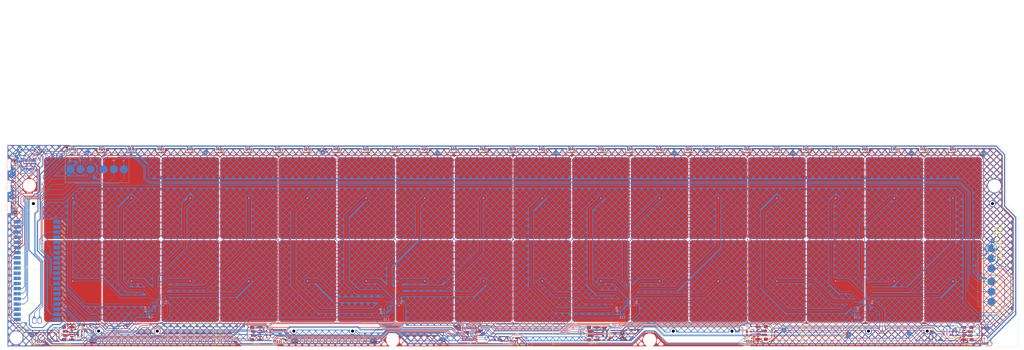
<source format=kicad_pcb>
(kicad_pcb (version 20241229) (generator "pcbnew") (generator_version "9.0")
  (title_block (title "Chu Pico Main"))
  (layers (0 "F.Cu" signal) (2 "B.Cu" signal) (13 "F.Paste" user) (15 "B.Paste" user) (5 "F.SilkS" user "F.Silkscreen") (7 "B.SilkS" user "B.Silkscreen") (1 "F.Mask" user) (3 "B.Mask" user) (25 "Edge.Cuts" user))
  (net 0 "")
  (net 1 "GND")
  (net 2 "+5V")
  (net 3 "+3V3")
  (net 4 "Net-(D1-In)")
  (net 5 "Net-(D1-Out)")
  (net 6 "Net-(D2-Out)")
  (net 7 "Net-(D3-Out)")
  (net 8 "Net-(D4-Out)")
  (net 9 "Net-(D5-Out)")
  (net 10 "Net-(D6-Out)")
  (net 11 "Net-(D7-Out)")
  (net 12 "Net-(D8-Out)")
  (net 13 "Net-(D10-In)")
  (net 14 "Net-(D10-Out)")
  (net 15 "Net-(D11-Out)")
  (net 16 "Net-(D12-Out)")
  (net 17 "Net-(D13-Out)")
  (net 18 "Net-(D14-Out)")
  (net 19 "/SCL")
  (net 20 "/SDA")
  (net 21 "Net-(D15-Out)")
  (net 22 "Net-(D16-Out)")
  (net 23 "Net-(D17-Out)")
  (net 24 "Net-(D18-Out)")
  (net 25 "Net-(D19-Out)")
  (net 26 "Net-(D20-Out)")
  (net 27 "Net-(D21-Out)")
  (net 28 "Net-(D22-Out)")
  (net 29 "Net-(D23-Out)")
  (net 30 "Net-(D24-Out)")
  (net 31 "Net-(D25-Out)")
  (net 32 "Net-(D26-Out)")
  (net 33 "Net-(D27-Out)")
  (net 34 "Net-(D28-Out)")
  (net 35 "Net-(D29-Out)")
  (net 36 "Net-(D30-Out)")
  (net 37 "Net-(D31-Out)")
  (net 38 "Net-(D32-Out)")
  (net 39 "Net-(D33-Out)")
  (net 40 "Net-(D34-Out)")
  (net 41 "Net-(D35-Out)")
  (net 43 "Net-(K1-Pin_1)")
  (net 44 "Net-(K2-Pin_1)")
  (net 45 "Net-(K3-Pin_1)")
  (net 46 "Net-(K4-Pin_1)")
  (net 47 "Net-(K5-Pin_1)")
  (net 48 "Net-(K6-Pin_1)")
  (net 49 "Net-(K7-Pin_1)")
  (net 50 "Net-(K8-Pin_1)")
  (net 51 "Net-(K9-Pin_1)")
  (net 52 "Net-(K10-Pin_1)")
  (net 53 "Net-(K11-Pin_1)")
  (net 54 "Net-(K12-Pin_1)")
  (net 55 "Net-(K13-Pin_1)")
  (net 56 "Net-(K14-Pin_1)")
  (net 57 "Net-(K15-Pin_1)")
  (net 58 "Net-(K16-Pin_1)")
  (net 59 "Net-(K17-Pin_1)")
  (net 60 "Net-(K18-Pin_1)")
  (net 61 "Net-(K19-Pin_1)")
  (net 62 "Net-(K20-Pin_1)")
  (net 63 "Net-(K21-Pin_1)")
  (net 64 "Net-(K22-Pin_1)")
  (net 65 "Net-(K23-Pin_1)")
  (net 66 "Net-(K24-Pin_1)")
  (net 67 "Net-(K25-Pin_1)")
  (net 68 "Net-(K26-Pin_1)")
  (net 69 "Net-(K27-Pin_1)")
  (net 70 "Net-(K28-Pin_1)")
  (net 71 "Net-(K29-Pin_1)")
  (net 72 "Net-(K30-Pin_1)")
  (net 73 "Net-(K31-Pin_1)")
  (net 74 "Net-(K32-Pin_1)")
  (net 75 "Net-(USB1-CC1)")
  (net 76 "Net-(USB1-CC2)")
  (net 88 "/SCL_1")
  (net 89 "/SDA_1")
  (net 90 "/SCL_2")
  (net 91 "/SDA_2")
  (net 92 "/SCL_3")
  (net 93 "/SDA_3")
  (net 94 "/SCL_4")
  (net 95 "/SDA_4")
  (net 96 "/SCL_5")
  (net 97 "/SDA_5")
  (net 102 "VBUS")
  (net 103 "Net-(SW1-A)")
  (net 104 "Net-(SW2-A)")
  (net 105 "Net-(SW3-A)")
  (net 106 "Net-(U3-V_{REG})")
  (net 108 "Net-(U4-V_{REG})")
  (net 109 "Net-(U5-V_{REG})")
  (net 112 "Net-(U1-GPIO19)")
  (net 113 "Net-(U6-V_{REG})")
  (net 116 "Net-(U1-USB1)")
  (net 124 "Net-(U1-USB2)")
  (net 128 "Net-(JT1-B)")
  (net 131 "Net-(JT1-C)")
  (net 132 "Net-(JT1-A)")
  (net 133 "Net-(JT1-Data)")
  (net 134 "Net-(JT2-Data)")
  (net 135 "Net-(U3-REXT)")
  (net 136 "Net-(U4-REXT)")
  (net 137 "Net-(U5-REXT)")
  (net 138 "Net-(U6-REXT)")
  (footprint "chu_main:WS2812B-4020" (layer "F.Cu") (at 479.691 59.974 180)
    (property "Reference" "D29" (hide yes))
    (property "Value" "WS2812B_Unified" (hide yes))
  )
  (footprint "chu_main:WS2812B-4020" (layer "F.Cu") (at 247.651 59.974 180)
    (property "Reference" "D13" (hide yes))
    (property "Value" "WS2812B_Unified" (hide yes))
  )
  (footprint "Capacitor_SMD:C_0603_1608Metric_Pad1.08x0.95mm_HandSolder" (layer "F.Cu") (at 283.196 153.574)
    (property "Reference" "C8")
    (property "Value" "0.1uF")
  )
  (footprint "chu_main:GP2Y0E03_REAL" (layer "F.Cu") (at 133.946 151.274 90)
    (property "Reference" "X2")
    (property "Value" "GP2Y0E03_REAL" (hide yes))
  )
  (footprint "chu_main:ChuKeyLarge" (layer "F.Cu") (at 131.696 124.574)
    (property "Reference" "K6" (hide yes))
    (property "Value" "Conn_01x01_Female" (hide yes))
  )
  (footprint "chu_main:MountingHole_3.2mm_M3" (layer "F.Cu") (at 231.796 153.674)
    (property "Reference" "SCR4" (hide yes))
    (property "Value" "ScrewHole")
  )
  (footprint "Resistor_SMD:R_0603_1608Metric_Pad0.98x0.95mm_HandSolder" (layer "F.Cu") (at 407.7835 149.574 180)
    (property "Reference" "R10")
    (property "Value" "4.7K")
  )
  (footprint "chu_main:WS2812B-4020" (layer "F.Cu") (at 174.43975 155.074001 180)
    (property "Reference" "D35")
    (property "Value" "WS2812B_Unified")
  )
  (footprint "chu_main:WS2812B-4020" (layer "F.Cu") (at 378.1735 59.974 180)
    (property "Reference" "D22" (hide yes))
    (property "Value" "WS2812B_Unified" (hide yes))
  )
  (footprint "Package_SO:TSSOP-24_4.4x7.8mm_P0.65mm" (layer "F.Cu") (at 269.771 150.6865 -90)
    (property "Reference" "U2")
    (property "Value" "PCA9548APW")
  )
  (footprint "chu_main:ChuKeyLarge" (layer "F.Cu") (at 102.696 83.574)
    (property "Reference" "K3" (hide yes))
    (property "Value" "Conn_01x01_Female" (hide yes))
  )
  (footprint "chu_main:WS2812B-4020" (layer "F.Cu") (at 73.621 59.974 180)
    (property "Reference" "D1" (hide yes))
    (property "Value" "WS2812B_Unified" (hide yes))
  )
  (footprint "chu_main:WS2812B-4020" (layer "F.Cu") (at 421.681 59.974 180)
    (property "Reference" "D25" (hide yes))
    (property "Value" "WS2812B_Unified" (hide yes))
  )
  (footprint "chu_main:SH1.0_4P_Solder_Combo" (layer "F.Cu") (at 515.996 150.574 90)
    (property "Reference" "TOF5")
    (property "Value" "TOF_I2C")
  )
  (footprint "chu_main:WS2812B-4020" (layer "F.Cu") (at 436.1835 59.974 180)
    (property "Reference" "D26" (hide yes))
    (property "Value" "WS2812B_Unified" (hide yes))
  )
  (footprint "chu_main:WS2812B-4020" (layer "F.Cu") (at 88.1235 59.974 180)
    (property "Reference" "D2" (hide yes))
    (property "Value" "WS2812B_Unified" (hide yes))
  )
  (footprint "chu_main:WS2812B-4020" (layer "F.Cu") (at 262.1535 59.974 180)
    (property "Reference" "D14" (hide yes))
    (property "Value" "WS2812B_Unified" (hide yes))
  )
  (footprint "Resistor_SMD:R_0603_1608Metric_Pad0.98x0.95mm_HandSolder" (layer "F.Cu") (at 336.696 151.574)
    (property "Reference" "R8")
    (property "Value" "4.7K")
  )
  (footprint "chu_main:ChuKeyLarge" (layer "F.Cu") (at 276.696 83.574)
    (property "Reference" "K15" (hide yes))
    (property "Value" "Conn_01x01_Female" (hide yes))
  )
  (footprint "Resistor_SMD:R_0603_1608Metric_Pad0.98x0.95mm_HandSolder" (layer "F.Cu") (at 170.3585 149.574)
    (property "Reference" "R7")
    (property "Value" "4.7K")
  )
  (footprint "chu_main:WS2812B-4020" (layer "F.Cu") (at 57.696 155.074001 180)
    (property "Reference" "D36")
    (property "Value" "WS2812B_Unified")
  )
  (footprint "chu_main:WS2812B-4020" (layer "F.Cu") (at 407.1785 59.974 180)
    (property "Reference" "D24" (hide yes))
    (property "Value" "WS2812B_Unified" (hide yes))
  )
  (footprint "chu_main:ChuKeyLarge" (layer "F.Cu") (at 334.696 124.574)
    (property "Reference" "K20" (hide yes))
    (property "Value" "Conn_01x01_Female" (hide yes))
  )
  (footprint "chu_main:WS2812B-4020" (layer "F.Cu") (at 407.927249 155.074001 180)
    (property "Reference" "D33")
    (property "Value" "WS2812B_Unified")
  )
  (footprint "chu_main:ChuKeyLarge" (layer "F.Cu") (at 363.696 83.574)
    (property "Reference" "K21" (hide yes))
    (property "Value" "Conn_01x01_Female" (hide yes))
  )
  (footprint "chu_main:ChuKeyLarge" (layer "F.Cu") (at 421.696 124.574)
    (property "Reference" "K26" (hide yes))
    (property "Value" "Conn_01x01_Female" (hide yes))
  )
  (footprint "chu_main:ChuAcrylicLarge" (layer "F.Cu") (at 291.196 107.824)
    (property "Reference" "U0" (hide yes))
    (property "Value" "ChuAcrylicLarge")
  )
  (footprint "chu_main:WS2812B-4020" (layer "F.Cu") (at 276.656 59.974 180)
    (property "Reference" "D15" (hide yes))
    (property "Value" "WS2812B_Unified" (hide yes))
  )
  (footprint "Resistor_SMD:R_0603_1608Metric_Pad0.98x0.95mm_HandSolder" (layer "F.Cu") (at 336.696 149.574)
    (property "Reference" "R9")
    (property "Value" "4.7K")
  )
  (footprint "chu_main:SH1.0_4P_Solder_Combo" (layer "F.Cu") (at 71.146 150.464 -90)
    (property "Reference" "TOF1")
    (property "Value" "TOF_I2C")
  )
  (footprint "chu_main:ChuKeyLarge" (layer "F.Cu") (at 160.696 124.574)
    (property "Reference" "K8" (hide yes))
    (property "Value" "Conn_01x01_Female" (hide yes))
  )
  (footprint "chu_main:WS2812B-4020" (layer "F.Cu") (at 189.641 59.974 180)
    (property "Reference" "D9" (hide yes))
    (property "Value" "WS2812B_Unified" (hide yes))
  )
  (footprint "chu_main:WS2812B-4020" (layer "F.Cu") (at 334.666 59.974 180)
    (property "Reference" "D19" (hide yes))
    (property "Value" "WS2812B_Unified" (hide yes))
  )
  (footprint "chu_main:ChuKeyLarge" (layer "F.Cu") (at 218.696 83.574)
    (property "Reference" "K11" (hide yes))
    (property "Value" "Conn_01x01_Female" (hide yes))
  )
  (footprint "chu_main:WS2812B-4020" (layer "F.Cu") (at 117.1285 59.974 180)
    (property "Reference" "D4" (hide yes))
    (property "Value" "WS2812B_Unified" (hide yes))
  )
  (footprint "chu_main:ChuKeyLarge" (layer "F.Cu") (at 508.696 124.574)
    (property "Reference" "K32" (hide yes))
    (property "Value" "Conn_01x01_Female" (hide yes))
  )
  (footprint "chu_main:ChuKeyLarge" (layer "F.Cu") (at 479.696 83.574)
    (property "Reference" "K29" (hide yes))
    (property "Value" "Conn_01x01_Female" (hide yes))
  )
  (footprint "chu_main:WS2812B-4020" (layer "F.Cu") (at 160.636 59.974 180)
    (property "Reference" "D7" (hide yes))
    (property "Value" "WS2812B_Unified" (hide yes))
  )
  (footprint "chu_main:ChuKeyLarge" (layer "F.Cu") (at 305.696 124.574)
    (property "Reference" "K18" (hide yes))
    (property "Value" "Conn_01x01_Female" (hide yes))
  )
  (footprint "chu_main:ChuKeyLarge" (layer "F.Cu") (at 450.696 83.574)
    (property "Reference" "K27" (hide yes))
    (property "Value" "Conn_01x01_Female" (hide yes))
  )
  (footprint "chu_main:WS2812B-4020" (layer "F.Cu") (at 320.1635 59.974 180)
    (property "Reference" "D18" (hide yes))
    (property "Value" "WS2812B_Unified" (hide yes))
  )
  (footprint "chu_main:ChuKeyLarge" (layer "F.Cu") (at 450.696 124.574)
    (property "Reference" "K28" (hide yes))
    (property "Value" "Conn_01x01_Female" (hide yes))
  )
  (footprint "chu_main:WS2812B-4020" (layer "F.Cu") (at 349.1685 59.974 180)
    (property "Reference" "D20" (hide yes))
    (property "Value" "WS2812B_Unified" (hide yes))
  )
  (footprint "chu_main:WS2812B-4020" (layer "F.Cu") (at 291.1835 155.074001 180)
    (property "Reference" "D34")
    (property "Value" "WS2812B_Unified")
  )
  (footprint "chu_main:ChuKeyLarge" (layer "F.Cu") (at 189.696 83.574)
    (property "Reference" "K9" (hide yes))
    (property "Value" "Conn_01x01_Female" (hide yes))
  )
  (footprint "chu_main:ChuKeyLarge" (layer "F.Cu") (at 392.696 83.574)
    (property "Reference" "K23" (hide yes))
    (property "Value" "Conn_01x01_Female" (hide yes))
  )
  (footprint "chu_main:ChuKeyLarge" (layer "F.Cu") (at 189.696 124.574)
    (property "Reference" "K10" (hide yes))
    (property "Value" "Conn_01x01_Female" (hide yes))
  )
  (footprint "chu_main:MountingHole_3.2mm_M3" (layer "F.Cu") (at 358.796 153.674)
    (property "Reference" "SCR4" (hide yes))
    (property "Value" "ScrewHole")
  )
  (footprint "chu_main:ChuKeyLarge" (layer "F.Cu") (at 334.696 83.574)
    (property "Reference" "K19" (hide yes))
    (property "Value" "Conn_01x01_Female" (hide yes))
  )
  (footprint "chu_main:ChuKeyLarge" (layer "F.Cu") (at 160.696 83.574)
    (property "Reference" "K7" (hide yes))
    (property "Value" "Conn_01x01_Female" (hide yes))
  )
  (footprint "chu_main:ChuKeyLarge" (layer "F.Cu") (at 73.696 124.574)
    (property "Reference" "K2" (hide yes))
    (property "Value" "Conn_01x01_Female" (hide yes))
  )
  (footprint "Resistor_SMD:R_0603_1608Metric_Pad0.98x0.95mm_HandSolder" (layer "F.Cu") (at 77.196 151.324)
    (property "Reference" "R4")
    (property "Value" "4.7K")
  )
  (footprint "chu_main:WS2812B-4020" (layer "F.Cu") (at 175.1385 59.974 180)
    (property "Reference" "D8" (hide yes))
    (property "Value" "WS2812B_Unified" (hide yes))
  )
  (footprint "chu_main:GP2Y0E03_REAL" (layer "F.Cu") (at 531.196 127.824)
    (property "Reference" "X5")
    (property "Value" "GP2Y0E03_REAL" (hide yes))
  )
  (footprint "chu_main:ChuKeyLarge" (layer "F.Cu") (at 131.696 83.574)
    (property "Reference" "K5" (hide yes))
    (property "Value" "Conn_01x01_Female" (hide yes))
  )
  (footprint "chu_main:WS2812B-4020" (layer "F.Cu") (at 465.1885 59.974 180)
    (property "Reference" "D28" (hide yes))
    (property "Value" "WS2812B_Unified" (hide yes))
  )
  (footprint "chu_main:WS2812B-4020" (layer "F.Cu") (at 291.1585 59.974 180)
    (property "Reference" "D16" (hide yes))
    (property "Value" "WS2812B_Unified" (hide yes))
  )
  (footprint "chu_main:WS2812B-4020" (layer "F.Cu") (at 131.631 59.974 180)
    (property "Reference" "D5" (hide yes))
    (property "Value" "WS2812B_Unified" (hide yes))
  )
  (footprint "chu_main:WS2812B-4020" (layer "F.Cu") (at 233.1485 59.974 180)
    (property "Reference" "D12" (hide yes))
    (property "Value" "WS2812B_Unified" (hide yes))
  )
  (footprint "chu_main:MountingHole_3.2mm_M3" (layer "F.Cu") (at 536.696 152.574)
    (property "Reference" "SCR4" (hide yes))
    (property "Value" "ScrewHole")
  )
  (footprint "Resistor_SMD:R_0603_1608Metric_Pad0.98x0.95mm_HandSolder" (layer "F.Cu") (at 509.446 149.574 180)
    (property "Reference" "R12")
    (property "Value" "4.7K")
  )
  (footprint "chu_main:WS2812B-4020" (layer "F.Cu") (at 204.1435 59.974 180)
    (property "Reference" "D10" (hide yes))
    (property "Value" "WS2812B_Unified" (hide yes))
  )
  (footprint "chu_main:WS2812B-4020" (layer "F.Cu") (at 508.696 59.974 180)
    (property "Reference" "D31" (hide yes))
    (property "Value" "WS2812B_Unified" (hide yes))
  )
  (footprint "Resistor_SMD:R_0603_1608Metric_Pad0.98x0.95mm_HandSolder" (layer "F.Cu") (at 407.7835 151.324 180)
    (property "Reference" "R11")
    (property "Value" "4.7K")
  )
  (footprint "chu_main:WS2812B-4020" (layer "F.Cu") (at 363.671 59.974 180)
    (property "Reference" "D21" (hide yes))
    (property "Value" "WS2812B_Unified" (hide yes))
  )
  (footprint "chu_main:WS2812B-4020" (layer "F.Cu") (at 218.646 59.974 180)
    (property "Reference" "D11" (hide yes))
    (property "Value" "WS2812B_Unified" (hide yes))
  )
  (footprint "chu_main:ChuKeyLarge" (layer "F.Cu") (at 102.696 124.574)
    (property "Reference" "K4" (hide yes))
    (property "Value" "Conn_01x01_Female" (hide yes))
  )
  (footprint "chu_main:SH1.0_4P_Solder_Combo" (layer "F.Cu") (at 414.296 150.184 90)
    (property "Reference" "TOF4")
    (property "Value" "TOF_I2C")
  )
  (footprint "chu_main:SH1.0_4P_Solder_Combo" (layer "F.Cu") (at 330.646 150.574 -90)
    (property "Reference" "TOF3")
    (property "Value" "TOF_I2C")
  )
  (footprint "chu_main:ChuKeyLarge" (layer "F.Cu") (at 276.696 124.574)
    (property "Reference" "K16" (hide yes))
    (property "Value" "Conn_01x01_Female" (hide yes))
  )
  (footprint "chu_main:MountingHole_3.2mm_M3" (layer "F.Cu") (at 45.696 152.574)
    (property "Reference" "SCR3" (hide yes))
    (property "Value" "ScrewHole")
  )
  (footprint "chu_main:WS2812B-4020" (layer "F.Cu") (at 146.1335 59.974 180)
    (property "Reference" "D6" (hide yes))
    (property "Value" "WS2812B_Unified" (hide yes))
  )
  (footprint "chu_main:ChuKeyLarge" (layer "F.Cu") (at 421.696 83.574)
    (property "Reference" "K25" (hide yes))
    (property "Value" "Conn_01x01_Female" (hide yes))
  )
  (footprint "chu_main:WS2812B-4020" (layer "F.Cu") (at 392.676 59.974 180)
    (property "Reference" "D23" (hide yes))
    (property "Value" "WS2812B_Unified" (hide yes))
  )
  (footprint "chu_main:ChuKeyLarge" (layer "F.Cu") (at 479.696 124.574)
    (property "Reference" "K30" (hide yes))
    (property "Value" "Conn_01x01_Female" (hide yes))
  )
  (footprint "chu_main:ChuKeyLarge" (layer "F.Cu") (at 508.696 83.574)
    (property "Reference" "K31" (hide yes))
    (property "Value" "Conn_01x01_Female" (hide yes))
  )
  (footprint "chu_main:ChuKeyLarge" (layer "F.Cu") (at 363.696 124.574)
    (property "Reference" "K22" (hide yes))
    (property "Value" "Conn_01x01_Female" (hide yes))
  )
  (footprint "chu_main:ChuKeyLarge" (layer "F.Cu") (at 247.696 124.574)
    (property "Reference" "K14" (hide yes))
    (property "Value" "Conn_01x01_Female" (hide yes))
  )
  (footprint "Resistor_SMD:R_0603_1608Metric_Pad0.98x0.95mm_HandSolder" (layer "F.Cu") (at 77.2085 149.574)
    (property "Reference" "R5")
    (property "Value" "4.7K")
  )
  (footprint "chu_main:GP2Y0E03_REAL" (layer "F.Cu") (at 51.796 124.924)
    (property "Reference" "X1")
    (property "Value" "GP2Y0E03_REAL" (hide yes))
  )
  (footprint "chu_main:WS2812B-4020" (layer "F.Cu") (at 450.686 59.974 180)
    (property "Reference" "D27" (hide yes))
    (property "Value" "WS2812B_Unified" (hide yes))
  )
  (footprint "chu_main:SH1.0_4P_Solder_Combo" (layer "F.Cu") (at 164.196 150.519 -90)
    (property "Reference" "TOF2")
    (property "Value" "TOF_I2C")
  )
  (footprint "chu_main:WS2812B-4020" (layer "F.Cu") (at 102.626 59.974 180)
    (property "Reference" "D3" (hide yes))
    (property "Value" "WS2812B_Unified" (hide yes))
  )
  (footprint "chu_main:ChuKeyLarge" (layer "F.Cu") (at 305.696 83.574)
    (property "Reference" "K17" (hide yes))
    (property "Value" "Conn_01x01_Female" (hide yes))
  )
  (footprint "chu_main:ChuKeyLarge" (layer "F.Cu") (at 247.696 83.574)
    (property "Reference" "K13" (hide yes))
    (property "Value" "Conn_01x01_Female" (hide yes))
  )
  (footprint "Resistor_SMD:R_0603_1608Metric_Pad0.98x0.95mm_HandSolder" (layer "F.Cu") (at 509.471 151.424 180)
    (property "Reference" "R13")
    (property "Value" "4.7K")
  )
  (footprint "chu_main:MountingHole_3.2mm_M3" (layer "F.Cu") (at 529.196 77.574)
    (property "Reference" "SCR2" (hide yes))
    (property "Value" "ScrewHole")
  )
  (footprint "chu_main:GP2Y0E03_REAL" (layer "F.Cu") (at 447.446 151.274 -90)
    (property "Reference" "X4")
    (property "Value" "GP2Y0E03_REAL" (hide yes))
  )
  (footprint "chu_main:ChuKeyLarge" (layer "F.Cu") (at 73.696 83.574)
    (property "Reference" "K1" (hide yes))
    (property "Value" "ChuKeyLarge" (hide yes))
  )
  (footprint "chu_main:GP2Y0E03_REAL" (layer "F.Cu") (at 300.446 151.274 90)
    (property "Reference" "X3")
    (property "Value" "GP2Y0E03_REAL" (hide yes))
  )
  (footprint "chu_main:WS2812B-4020" (layer "F.Cu") (at 305.661 59.974 180)
    (property "Reference" "D17" (hide yes))
    (property "Value" "WS2812B_Unified" (hide yes))
  )
  (footprint "chu_main:ChuKeyLarge" (layer "F.Cu") (at 392.696 124.574)
    (property "Reference" "K24" (hide yes))
    (property "Value" "Conn_01x01_Female" (hide yes))
  )
  (footprint "chu_main:ChuKeyLarge" (layer "F.Cu") (at 218.696 124.574)
    (property "Reference" "K12" (hide yes))
    (property "Value" "Conn_01x01_Female" (hide yes))
  )
  (footprint "chu_main:MountingHole_3.2mm_M3" (layer "F.Cu") (at 52.196 77.324)
    (property "Reference" "SCR1" (hide yes))
    (property "Value" "ScrewHole")
  )
  (footprint "chu_main:WS2812B-4020" (layer "F.Cu") (at 494.1935 59.974 180)
    (property "Reference" "D30" (hide yes))
    (property "Value" "WS2812B_Unified" (hide yes))
  )
  (footprint "chu_main:WS2812B-4020" (layer "F.Cu") (at 524.671 154.824)
    (property "Reference" "D32")
    (property "Value" "WS2812B_Unified")
  )
  (footprint "Resistor_SMD:R_0603_1608Metric_Pad0.98x0.95mm_HandSolder" (layer "F.Cu") (at 170.3585 151.374)
    (property "Reference" "R6")
    (property "Value" "4.7K")
  )
  (footprint "Resistor_SMD:R_0603_1608Metric_Pad0.98x0.95mm_HandSolder" (layer "B.Cu") (at 460.196 138.574 90)
    (property "Reference" "R17")
    (property "Value" "75K 1%")
  )
  (footprint "Package_DFN_QFN:UQFN-20_3x3mm_P0.4mm" (layer "B.Cu") (at 116.796 135.074 90)
    (property "Reference" "U3")
    (property "Value" "MPR121QR2")
  )
  (footprint "Package_DFN_QFN:UQFN-20_3x3mm_P0.4mm" (layer "B.Cu") (at 233.196 135.074 90)
    (property "Reference" "U4")
    (property "Value" "MPR121QR2")
  )
  (footprint "Resistor_SMD:R_0603_1608Metric_Pad0.98x0.95mm_HandSolder" (layer "B.Cu") (at 50.946 68.2365 -90)
    (property "Reference" "R1")
    (property "Value" "5K1")
  )
  (footprint "Type-C:HRO-TYPE-C-31-M-12-Assembly" (layer "B.Cu") (at 51.766 57.074)
    (property "Reference" "USB1")
    (property "Value" "U262-161N-4BVC11" (hide yes))
  )
  (footprint "Package_DFN_QFN:UQFN-20_3x3mm_P0.4mm" (layer "B.Cu") (at 349.396 135.074 90)
    (property "Reference" "U5")
    (property "Value" "MPR121QR2")
  )
  (footprint "Capacitor_SMD:C_0603_1608Metric_Pad1.08x0.95mm_HandSolder" (layer "B.Cu") (at 196.7085 59.324 180)
    (property "Reference" "C2")
    (property "Value" "0.1uF")
  )
  (footprint "Capacitor_SMD:C_0603_1608Metric_Pad1.08x0.95mm_HandSolder" (layer "B.Cu") (at 461.196 141.074)
    (property "Reference" "C12")
    (property "Value" "0.1uF")
  )
  (footprint "Capacitor_SMD:C_0603_1608Metric_Pad1.08x0.95mm_HandSolder" (layer "B.Cu") (at 498.696 151.074 90)
    (property "Reference" "C6")
    (property "Value" "0.1uF" (hide yes))
  )
  (footprint "Capacitor_SMD:C_0603_1608Metric_Pad1.08x0.95mm_HandSolder" (layer "B.Cu") (at 345.196 141.074)
    (property "Reference" "C11")
    (property "Value" "0.1uF")
  )
  (footprint "Capacitor_SMD:C_0603_1608Metric_Pad1.08x0.95mm_HandSolder" (layer "B.Cu") (at 384.9585 59.324 180)
    (property "Reference" "C4")
    (property "Value" "0.1uF")
  )
  (footprint "chu_main:SW_EVQ-P46B3M" (layer "B.Cu") (at 42.365951 77.670794 89.9992)
    (property "Reference" "SW2")
    (property "Value" "SPST_EVQP4")
    (fp_line (start -3.65 -1.27) (end -2.55 -1.27) (stroke (width 0.1)) (layer "Edge.Cuts"))
    (fp_line (start -2.55 -1.27) (end -2.549999 -0.23) (stroke (width 0.1)) (layer "Edge.Cuts"))
    (fp_line (start 2.55 -1.27) (end 3.55 -1.27) (stroke (width 0.1)) (layer "Edge.Cuts"))
    (fp_line (start 2.55 -0.23) (end 2.55 -1.27) (stroke (width 0.1)) (layer "Edge.Cuts"))
    (fp_line (start -1.8 0.38) (end 1.8 0.38) (stroke (width 0.1)) (layer "Edge.Cuts"))
    (fp_arc (start 2.55 -0.23) (mid 2.409033 0.362751) (end 1.799995 0.380007) (stroke (width 0.1)) (layer "Edge.Cuts"))
    (fp_arc (start -1.800001 0.379999) (mid -2.409034 0.362747) (end -2.549998 -0.23) (stroke (width 0.1)) (layer "Edge.Cuts"))
  )
  (footprint "chu_main:TowerConnector" (layer "B.Cu") (at 85.696 69.324 90)
    (property "Reference" "JT2")
    (property "Value" "TowerL")
  )
  (footprint "chu_main:SW_EVQ-P46B3M" (layer "B.Cu") (at 42.365951 67.074006 89.9992)
    (property "Reference" "SW1")
    (property "Value" "SPST_EVQP4")
    (fp_line (start -3.65 -1.27) (end -2.55 -1.27) (stroke (width 0.1)) (layer "Edge.Cuts"))
    (fp_line (start -2.55 -1.27) (end -2.549999 -0.23) (stroke (width 0.1)) (layer "Edge.Cuts"))
    (fp_line (start 2.55 -1.27) (end 3.55 -1.27) (stroke (width 0.1)) (layer "Edge.Cuts"))
    (fp_line (start 2.55 -0.23) (end 2.55 -1.27) (stroke (width 0.1)) (layer "Edge.Cuts"))
    (fp_line (start -1.8 0.38) (end 1.8 0.38) (stroke (width 0.1)) (layer "Edge.Cuts"))
    (fp_arc (start 2.55 -0.23) (mid 2.409033 0.362751) (end 1.799995 0.380007) (stroke (width 0.1)) (layer "Edge.Cuts"))
    (fp_arc (start -1.800001 0.379999) (mid -2.409034 0.362747) (end -2.549998 -0.23) (stroke (width 0.1)) (layer "Edge.Cuts"))
  )
  (footprint "Capacitor_SMD:C_0603_1608Metric_Pad1.08x0.95mm_HandSolder" (layer "B.Cu") (at 290.8335 59.324 180)
    (property "Reference" "C3")
    (property "Value" "0.1uF" (hide yes))
  )
  (footprint "Resistor_SMD:R_0603_1608Metric_Pad0.98x0.95mm_HandSolder" (layer "B.Cu") (at 52.946 68.2365 -90)
    (property "Reference" "R2")
    (property "Value" "5K1")
  )
  (footprint "Resistor_SMD:R_0603_1608Metric_Pad0.98x0.95mm_HandSolder" (layer "B.Cu") (at 111.196 138.574 90)
    (property "Reference" "R14")
    (property "Value" "75K 1%")
  )
  (footprint "Capacitor_SMD:C_0603_1608Metric_Pad1.08x0.95mm_HandSolder" (layer "B.Cu") (at 177.696 152.2115 90)
    (property "Reference" "C7")
    (property "Value" "0.1uF" (hide yes))
  )
  (footprint "chu_main:TowerConnector" (layer "B.Cu") (at 527.696 121.574)
    (property "Reference" "JT1")
    (property "Value" "TowerR")
  )
  (footprint "Capacitor_SMD:C_0603_1608Metric_Pad1.08x0.95mm_HandSolder" (layer "B.Cu") (at 112.196 141.074)
    (property "Reference" "C9")
    (property "Value" "0.1uF")
  )
  (footprint "chu_main:RPi_Pico_SMD_Pins_No_SWD" (layer "B.Cu") (at 55.996 119.424)
    (property "Reference" "U1")
    (property "Value" "PiPico_No_SWD")
  )
  (footprint "Package_DFN_QFN:UQFN-20_3x3mm_P0.4mm" (layer "B.Cu") (at 465.796 135.074 90)
    (property "Reference" "U6")
    (property "Value" "MPR121QR2")
  )
  (footprint "chu_main:SW_EVQ-P46B3M" (layer "B.Cu") (at 42.365951 88.267918 89.9992)
    (property "Reference" "SW3")
    (property "Value" "SPST_EVQP4")
    (fp_line (start -3.65 -1.27) (end -2.55 -1.27) (stroke (width 0.1)) (layer "Edge.Cuts"))
    (fp_line (start -2.55 -1.27) (end -2.549999 -0.23) (stroke (width 0.1)) (layer "Edge.Cuts"))
    (fp_line (start 2.55 -1.27) (end 3.55 -1.27) (stroke (width 0.1)) (layer "Edge.Cuts"))
    (fp_line (start 2.55 -0.23) (end 2.55 -1.27) (stroke (width 0.1)) (layer "Edge.Cuts"))
    (fp_line (start -1.8 0.38) (end 1.8 0.38) (stroke (width 0.1)) (layer "Edge.Cuts"))
    (fp_arc (start 2.55 -0.23) (mid 2.409033 0.362751) (end 1.799995 0.380007) (stroke (width 0.1)) (layer "Edge.Cuts"))
    (fp_arc (start -1.800001 0.379999) (mid -2.409034 0.362747) (end -2.549998 -0.23) (stroke (width 0.1)) (layer "Edge.Cuts"))
  )
  (footprint "Capacitor_SMD:C_0603_1608Metric_Pad1.08x0.95mm_HandSolder" (layer "B.Cu") (at 228.696 142.074)
    (property "Reference" "C10")
    (property "Value" "0.1uF")
  )
  (footprint "Capacitor_SMD:C_0603_1608Metric_Pad1.08x0.95mm_HandSolder" (layer "B.Cu") (at 102.5835 59.324 180)
    (property "Reference" "C1")
    (property "Value" "0.1uF")
  )
  (footprint "Capacitor_SMD:C_0603_1608Metric_Pad1.08x0.95mm_HandSolder" (layer "B.Cu") (at 479.0835 59.324 180)
    (property "Reference" "C5")
    (property "Value" "0.1uF")
  )
  (footprint "Resistor_SMD:R_0603_1608Metric_Pad0.98x0.95mm_HandSolder" (layer "B.Cu") (at 344.196 138.574 90)
    (property "Reference" "R16")
    (property "Value" "75K 1%")
  )
  (footprint "Resistor_SMD:R_0603_1608Metric_Pad0.98x0.95mm_HandSolder" (layer "B.Cu") (at 227.5585 139.574 90)
    (property "Reference" "R15")
    (property "Value" "75K 1%")
  )
  (gr_line (start 535.196 87.074) (end 541.096 92.974) (stroke (width 0.1)) (layer "Edge.Cuts"))
  (gr_line (start 541.096 92.974) (end 541.096 157.074) (stroke (width 0.1)) (layer "Edge.Cuts"))
  (gr_line (start 530.696 57.074) (end 535.196 61.574) (stroke (width 0.1)) (layer "Edge.Cuts"))
  (gr_line (start 41.096001 63.523988) (end 41.096 57.074) (stroke (width 0.1)) (layer "Edge.Cuts"))
  (gr_line (start 41.096 57.074) (end 530.696 57.074) (stroke (width 0.1)) (layer "Edge.Cuts"))
  (gr_line (start 541.096 157.074) (end 41.096 157.074) (stroke (width 0.1)) (layer "Edge.Cuts"))
  (gr_line (start 41.095974 84.7179) (end 41.095929 81.320776) (stroke (width 0.1)) (layer "Edge.Cuts"))
  (gr_line (start 535.196 61.574) (end 535.196 87.074) (stroke (width 0.1)) (layer "Edge.Cuts"))
  (gr_line (start 41.095974 74.120776) (end 41.095929 70.723988) (stroke (width 0.1)) (layer "Edge.Cuts"))
  (gr_line (start 41.096 157.074) (end 41.0959 91.9179) (stroke (width 0.1)) (layer "Edge.Cuts"))
  (gr_text " V\nC\nD\n V" (at 417.096 153.774 0) (layer "F.SilkS") (effects (font (size 1.2 1.4) (thickness 0.2) (bold yes)) (justify left bottom)))
  (gr_text " V\nC\nD\n V" (at 518.796 154.174 0) (layer "F.SilkS") (effects (font (size 1.2 1.4) (thickness 0.2) (bold yes)) (justify left bottom)))
  (gr_text "V\n\n\nG" (at 409.296 153.874 0) (layer "F.SilkS") (effects (font (size 1.2 1.4) (thickness 0.2) (bold yes)) (justify left bottom)))
  (gr_text "V\n D\n C\nV" (at 65.746 154.064 0) (layer "F.SilkS") (effects (font (size 1.2 1.4) (thickness 0.2) (bold yes)) (justify left bottom)))
  (gr_text "V\n\n\nG" (at 510.896 154.274 0) (layer "F.SilkS") (effects (font (size 1.2 1.4) (thickness 0.2) (bold yes)) (justify left bottom)))
  (gr_text "V\n D\n C\nV" (at 158.796 154.119 0) (layer "F.SilkS") (effects (font (size 1.2 1.4) (thickness 0.2) (bold yes)) (justify left bottom)))
  (gr_text "Chu Pico V1.61\nLarge Rev V1.02" (at 530.946 96.074 90) (layer "F.SilkS") (effects (font (size 1.5 1.5) (thickness 0.3)) (justify right)))
  (gr_text "V\n D\n C\nV" (at 325.246 154.174 0) (layer "F.SilkS") (effects (font (size 1.2 1.4) (thickness 0.2) (bold yes)) (justify left bottom)))
  (gr_text "G\n\n\nV" (at 74.646 154.064 0) (layer "F.SilkS") (effects (font (size 1.2 1.4) (thickness 0.2) (bold yes)) (justify left bottom)))
  (gr_text "G\n\n\nV" (at 334.146 154.174 0) (layer "F.SilkS") (effects (font (size 1.2 1.4) (thickness 0.2) (bold yes)) (justify left bottom)))
  (gr_text "G\n\n\nV" (at 167.696 154.019 0) (layer "F.SilkS") (effects (font (size 1.2 1.4) (thickness 0.2) (bold yes)) (justify left bottom)))
  (segment (start 450.731 61.304) (end 451.961 60.074) (width 0.3) (layer "F.Cu") (net 1))
  (segment (start 436.196 145.125) (end 465.196 145.125) (width 0.3) (layer "F.Cu") (net 1))
  (segment (start 234.358398 151.078) (end 248.95 151.078) (width 0.3) (layer "F.Cu") (net 1))
  (segment (start 349.196 61.3215) (end 349.2135 61.304) (width 0.2) (layer "F.Cu") (net 1))
  (segment (start 171.133925 145.574) (end 171.134925 145.573) (width 0.3) (layer "F.Cu") (net 1))
  (segment (start 247.696 61.304) (end 248.926 60.074) (width 0.3) (layer "F.Cu") (net 1))
  (segment (start 175.71475 155.30525) (end 175.71475 154.424001) (width 0.3) (layer "F.Cu") (net 1))
  (segment (start 345.196 153.074) (end 345.196 150.074) (width 0.3) (layer "F.Cu") (net 1))
  (segment (start 392.721 61.304) (end 393.951 60.074) (width 0.3) (layer "F.Cu") (net 1))
  (segment (start 88.0985 61.374) (end 88.196 61.374) (width 0.3) (layer "F.Cu") (net 1))
  (segment (start 407.196 145.129481) (end 407.196 61.3315) (width 0.2) (layer "F.Cu") (net 1))
  (segment (start 174.696 156.324) (end 175.71475 155.30525) (width 0.3) (layer "F.Cu") (net 1))
  (segment (start 465.196 145.125) (end 494.196 145.125) (width 0.3) (layer "F.Cu") (net 1))
  (segment (start 105.926346 145.423) (end 106.465654 145.423) (width 0.3) (layer "F.Cu") (net 1))
  (segment (start 305.706 61.304) (end 306.936 60.074) (width 0.3) (layer "F.Cu") (net 1))
  (segment (start 436.2285 61.304) (end 437.4585 60.074) (width 0.3) (layer "F.Cu") (net 1))
  (segment (start 233.1935 61.304) (end 247.696 61.304) (width 0.3) (layer "F.Cu") (net 1))
  (segment (start 334.711 61.304) (end 349.2135 61.304) (width 0.3) (layer "F.Cu") (net 1))
  (segment (start 264.196 147.074) (end 264.946 146.324) (width 0.3) (layer "F.Cu") (net 1))
  (segment (start 205.4185 60.074) (end 205.4185 59.324) (width 0.3) (layer "F.Cu") (net 1))
  (segment (start 494.2385 61.304) (end 495.4685 60.074) (width 0.3) (layer "F.Cu") (net 1))
  (segment (start 414.645 145.125) (end 436.196 145.125) (width 0.3) (layer "F.Cu") (net 1))
  (segment (start 157.955736 145.574) (end 158.263736 145.266) (width 0.3) (layer "F.Cu") (net 1))
  (segment (start 291.2035 61.304) (end 292.4335 60.074) (width 0.3) (layer "F.Cu") (net 1))
  (segment (start 479.736 61.304) (end 480.966 60.074) (width 0.3) (layer "F.Cu") (net 1))
  (segment (start 74.896 61.374) (end 74.896 59.324) (width 0.3) (layer "F.Cu") (net 1))
  (segment (start 498.696 152.574) (end 498.696 148.824) (width 0.3) (layer "F.Cu") (net 1))
  (segment (start 106.465654 145.423) (end 106.616654 145.574) (width 0.3) (layer "F.Cu") (net 1))
  (segment (start 424.196 149.324) (end 424.696 148.824) (width 0.3) (layer "F.Cu") (net 1))
  (segment (start 171.888479 145.173) (end 175.196 145.173) (width 0.3) (layer "F.Cu") (net 1))
  (segment (start 273.196 149.324) (end 272.696 149.824) (width 0.3) (layer "F.Cu") (net 1))
  (segment (start 393.951 60.074) (end 393.951 59.324) (width 0.3) (layer "F.Cu") (net 1))
  (segment (start 45.196 72.824) (end 44.696 72.324) (width 0.3) (layer "F.Cu") (net 1))
  (segment (start 378.2185 61.304) (end 392.721 61.304) (width 0.3) (layer "F.Cu") (net 1))
  (segment (start 412.296 151.674) (end 412.296 153.284) (width 0.5) (layer "F.Cu") (net 1))
  (segment (start 411.196 156.324) (end 412.296 155.224) (width 0.3) (layer "F.Cu") (net 1))
  (segment (start 334.086 147.464) (end 332.646 147.464) (width 0.3) (layer "F.Cu") (net 1))
  (segment (start 276.966 61.304) (end 277.931 60.339) (width 0.3) (layer "F.Cu") (net 1))
  (segment (start 272.1249 151.874) (end 272.196 151.8029) (width 0.3) (layer "F.Cu") (net 1))
  (segment (start 271.623992 152.374) (end 272.123992 151.874) (width 0.3) (layer "F.Cu") (net 1))
  (segment (start 269.708501 152.074) (end 271.096 152.074) (width 0.3) (layer "F.Cu") (net 1))
  (segment (start 349.196 145.129481) (end 378.196 145.129481) (width 0.3) (layer "F.Cu") (net 1))
  (segment (start 466.4635 60.074) (end 466.4635 59.324) (width 0.3) (layer "F.Cu") (net 1))
  (segment (start 515.446 156.324) (end 489.696 156.324) (width 0.3) (layer "F.Cu") (net 1))
  (segment (start 146.196 145.574) (end 157.955736 145.574) (width 0.3) (layer "F.Cu") (net 1))
  (segment (start 117.196 61.374) (end 131.606 61.374) (width 0.3) (layer "F.Cu") (net 1))
  (segment (start 75.416 147.354) (end 73.146 147.354) (width 0.3) (layer "F.Cu") (net 1))
  (segment (start 175.216 61.304) (end 189.686 61.304) (width 0.3) (layer "F.Cu") (net 1))
  (segment (start 117.1035 61.374) (end 117.196 61.374) (width 0.3) (layer "F.Cu") (net 1))
  (segment (start 323.34309 145.472) (end 338.69382 145.472) (width 0.3) (layer "F.Cu") (net 1))
  (segment (start 262.196 145.173) (end 266.314182 145.173) (width 0.3) (layer "F.Cu") (net 1))
  (segment (start 266.433852 145.292669) (end 266.787406 145.292669) (width 0.3) (layer "F.Cu") (net 1))
  (segment (start 265.696 146.324) (end 266.196 146.824) (width 0.3) (layer "F.Cu") (net 1))
  (segment (start 364.166 61.304) (end 364.946 60.524) (width 0.3) (layer "F.Cu") (net 1))
  (segment (start 204.196 145.173) (end 233.196 145.173) (width 0.3) (layer "F.Cu") (net 1))
  (segment (start 412.296 155.224) (end 412.296 153.284) (width 0.3) (layer "F.Cu") (net 1))
  (segment (start 272.696 149.824) (end 272.696 147.824) (width 0.3) (layer "F.Cu") (net 1))
  (segment (start 160.681 61.304) (end 161.911 60.074) (width 0.3) (layer "F.Cu") (net 1))
  (segment (start 64.196 62.574) (end 73.696 62.574) (width 0.3) (layer "F.Cu") (net 1))
  (segment (start 166.196 149.019) (end 166.196 147.409) (width 0.5) (layer "F.Cu") (net 1))
  (segment (start 229.898788 150.183) (end 233.463399 150.183) (width 0.3) (layer "F.Cu") (net 1))
  (segment (start 45.196 72.824) (end 45.196 65.824) (width 0.3) (layer "F.Cu") (net 1))
  (segment (start 437.4585 60.074) (end 437.4585 59.324) (width 0.3) (layer "F.Cu") (net 1))
  (segment (start 254.196 156.324) (end 256.696 153.824) (width 0.3) (layer "F.Cu") (net 1))
  (segment (start 167.664344 149.019) (end 167.689013 149.043669) (width 0.3) (layer "F.Cu") (net 1))
  (segment (start 335.941 60.074) (end 335.941 59.324) (width 0.3) (layer "F.Cu") (net 1))
  (segment (start 479.736 61.304) (end 494.2385 61.304) (width 0.3) (layer "F.Cu") (net 1))
  (segment (start 522.946 153.824) (end 521.696 153.824) (width 0.3) (layer "F.Cu") (net 1))
  (segment (start 364.946 60.524) (end 364.946 59.324) (width 0.3) (layer "F.Cu") (net 1))
  (segment (start 175.196 145.173) (end 204.196 145.173) (width 0.3) (layer "F.Cu") (net 1))
  (segment (start 450.731 61.304) (end 465.2335 61.304) (width 0.3) (layer "F.Cu") (net 1))
  (segment (start 411.196 156.324) (end 417.196 156.324) (width 0.3) (layer "F.Cu") (net 1))
  (segment (start 349.826132 156.324) (end 356.076132 150.074) (width 0.3) (layer "F.Cu") (net 1))
  (segment (start 338.69382 145.472) (end 338.79582 145.574) (width 0.3) (layer "F.Cu") (net 1))
  (segment (start 424.696 148.824) (end 425.196 148.824) (width 0.3) (layer "F.Cu") (net 1))
  (segment (start 361.596 150.074) (end 367.846 156.324) (width 0.3) (layer "F.Cu") (net 1))
  (segment (start 233.196 145.173) (end 262.196 145.173) (width 0.3) (layer "F.Cu") (net 1))
  (segment (start 266.196 146.824) (end 266.196 147.824) (width 0.3) (layer "F.Cu") (net 1))
  (segment (start 323.24109 145.574) (end 323.34309 145.472) (width 0.3) (layer "F.Cu") (net 1))
  (segment (start 320.196 61.3165) (end 320.2085 61.304) (width 0.2) (layer "F.Cu") (net 1))
  (segment (start 248.926 60.074) (end 248.926 59.324) (width 0.3) (layer "F.Cu") (net 1))
  (segment (start 363.485646 61.304) (end 364.166 61.304) (width 0.3) (layer "F.Cu") (net 1))
  (segment (start 408.4535 60.074) (end 408.4535 59.324) (width 0.3) (layer "F.Cu") (net 1))
  (segment (start 219.921 60.074) (end 219.921 59.324) (width 0.3) (layer "F.Cu") (net 1))
  (segment (start 275.189832 145.128722) (end 275.63511 145.574) (width 0.3) (layer "F.Cu") (net 1))
  (segment (start 254.196 156.324) (end 291.808501 156.324) (width 0.3) (layer "F.Cu") (net 1))
  (segment (start 61.97 156.324) (end 78.696 156.324) (width 0.3) (layer "F.Cu") (net 1))
  (segment (start 262.1985 61.304) (end 263.4285 60.074) (width 0.3) (layer "F.Cu") (net 1))
  (segment (start 272.286233 151.711759) (end 272.287141 151.711759) (width 0.3) (layer "F.Cu") (net 1))
  (segment (start 272.287141 151.711759) (end 272.696 151.3029) (width 0.3) (layer "F.Cu") (net 1))
  (segment (start 131.676 61.304) (end 132.906 60.074) (width 0.3) (layer "F.Cu") (net 1))
  (segment (start 515.446 156.324) (end 513.996 154.874) (width 0.3) (layer "F.Cu") (net 1))
  (segment (start 204.1885 61.304) (end 205.4185 60.074) (width 0.3) (layer "F.Cu") (net 1))
  (segment (start 422.956 60.074) (end 422.956 59.324) (width 0.3) (layer "F.Cu") (net 1))
  (segment (start 407.2235 61.304) (end 408.4535 60.074) (width 0.3) (layer "F.Cu") (net 1))
  (segment (start 266.196 147.824) (end 266.196 148.561499) (width 0.3) (layer "F.Cu") (net 1))
  (segment (start 247.696 61.304) (end 262.1985 61.304) (width 0.3) (layer "F.Cu") (net 1))
  (segment (start 525.446 148.074) (end 525.696 148.074) (width 0.3) (layer "F.Cu") (net 1))
  (segment (start 421.726 61.304) (end 436.2285 61.304) (width 0.3) (layer "F.Cu") (net 1))
  (segment (start 105.776346 145.573) (end 105.926346 145.423) (width 0.3) (layer "F.Cu") (net 1))
  (segment (start 272.196 151.8029) (end 272.196 151.801992) (width 0.3) (layer "F.Cu") (net 1))
  (segment (start 147.4085 60.074) (end 147.4085 59.324) (width 0.3) (layer "F.Cu") (net 1))
  (segment (start 58.971 155.799) (end 58.971 154.424001) (width 0.3) (layer "F.Cu") (net 1))
  (segment (start 262.446 61.304) (end 276.966 61.304) (width 0.3) (layer "F.Cu") (net 1))
  (segment (start 340.98419 145.398) (end 341.00919 145.373) (width 0.3) (layer "F.Cu") (net 1))
  (segment (start 523.396 154.274) (end 522.946 153.824) (width 0.3) (layer "F.Cu") (net 1))
  (segment (start 89.3985 60.074) (end 89.3985 59.324) (width 0.3) (layer "F.Cu") (net 1))
  (segment (start 272.123992 151.874) (end 272.1249 151.874) (width 0.3) (layer "F.Cu") (net 1))
  (segment (start 363.485646 61.304) (end 378.2185 61.304) (width 0.3) (layer "F.Cu") (net 1))
  (segment (start 117.1035 61.374) (end 118.4035 60.074) (width 0.3) (layer "F.Cu") (net 1))
  (segment (start 275.63511 145.574) (end 291.196 145.574) (width 0.3) (layer "F.Cu") (net 1))
  (segment (start 367.846 156.324) (end 410.696 156.324) (width 0.3) (layer "F.Cu") (net 1))
  (segment (start 190.916 60.074) (end 190.916 59.324) (width 0.3) (layer "F.Cu") (net 1))
  (segment (start 189.686 61.304) (end 190.916 60.074) (width 0.3) (layer "F.Cu") (net 1))
  (segment (start 175.216 61.304) (end 176.4135 60.1065) (width 0.3) (layer "F.Cu") (net 1))
  (segment (start 102.196 145.574) (end 103.587479 145.574) (width 0.3) (layer "F.Cu") (net 1))
  (segment (start 343.712304 145.129481) (end 349.196 145.129481) (width 0.3) (layer "F.Cu") (net 1))
  (segment (start 349.2135 61.304) (end 350.4435 60.074) (width 0.3) (layer "F.Cu") (net 1))
  (segment (start 45.196 65.824) (end 45.696 65.324) (width 0.3) (layer "F.Cu") (net 1))
  (segment (start 234.4235 60.074) (end 234.4235 59.324) (width 0.3) (layer "F.Cu") (net 1))
  (segment (start 262.1985 61.304) (end 262.446 61.304) (width 0.3) (layer "F.Cu") (net 1))
  (segment (start 291.808501 156.324) (end 349.826132 156.324) (width 0.3) (layer "F.Cu") (net 1))
  (segment (start 410.696 156.324) (end 411.196 156.324) (width 0.3) (layer "F.Cu") (net 1))
  (segment (start 218.691 61.304) (end 219.921 60.074) (width 0.3) (layer "F.Cu") (net 1))
  (segment (start 171.48848 145.573) (end 171.888479 145.173) (width 0.3) (layer "F.Cu") (net 1))
  (segment (start 271.396 152.374) (end 271.623992 152.374) (width 0.3) (layer "F.Cu") (net 1))
  (segment (start 171.134925 145.573) (end 171.48848 145.573) (width 0.3) (layer "F.Cu") (net 1))
  (segment (start 131.606 61.374) (end 131.676 61.304) (width 0.3) (layer "F.Cu") (net 1))
  (segment (start 409.202249 154.424001) (end 409.202249 155.330249) (width 0.3) (layer "F.Cu") (net 1))
  (segment (start 379.4485 60.074) (end 379.4485 59.324) (width 0.3) (layer "F.Cu") (net 1))
  (segment (start 262.196 61.3065) (end 262.1985 61.304) (width 0.2) (layer "F.Cu") (net 1))
  (segment (start 53.446 151.324) (end 53.446 154.574) (width 0.3) (layer "F.Cu") (net 1))
  (segment (start 320.196 145.574) (end 323.24109 145.574) (width 0.3) (layer "F.Cu") (net 1))
  (segment (start 489.696 156.324) (end 494.946 156.324) (width 0.3) (layer "F.Cu") (net 1))
  (segment (start 291.196 145.574) (end 291.196 61.3115) (width 0.2) (layer "F.Cu") (net 1))
  (segment (start 176.4135 60.1065) (end 176.4135 59.324) (width 0.3) (layer "F.Cu") (net 1))
  (segment (start 465.2335 61.304) (end 466.4635 60.074) (width 0.3) (layer "F.Cu") (net 1))
  (segment (start 349.2135 61.304) (end 363.485646 61.304) (width 0.3) (layer "F.Cu") (net 1))
  (segment (start 275.196 149.324) (end 273.196 149.324) (width 0.3) (layer "F.Cu") (net 1))
  (segment (start 305.706 61.304) (end 320.2085 61.304) (width 0.3) (layer "F.Cu") (net 1))
  (segment (start 169.33804 145.574) (end 171.133925 145.574) (width 0.3) (layer "F.Cu") (net 1))
  (segment (start 58.946 155.824) (end 61.47 155.824) (width 0.3) (layer "F.Cu") (net 1))
  (segment (start 291.2035 61.304) (end 305.706 61.304) (width 0.3) (layer "F.Cu") (net 1))
  (segment (start 266.196 148.561499) (end 269.708501 152.074) (width 0.3) (layer "F.Cu") (net 1))
  (segment (start 233.1935 61.304) (end 234.4235 60.074) (width 0.3) (layer "F.Cu") (net 1))
  (segment (start 175.746 155.274) (end 224.807791 155.274) (width 0.3) (layer "F.Cu") (net 1))
  (segment (start 84.196 154.274) (end 81.396 154.274) (width 0.3) (layer "F.Cu") (net 1))
  (segment (start 350.4435 60.074) (end 350.4435 59.324) (width 0.3) (layer "F.Cu") (net 1))
  (segment (start 73.696 62.574) (end 74.896 61.374) (width 0.3) (layer "F.Cu") (net 1))
  (segment (start 509.971 60.074) (end 509.971 59.324) (width 0.3) (layer "F.Cu") (net 1))
  (segment (start 335.046 148.424) (end 334.086 147.464) (width 0.3) (layer "F.Cu") (net 1))
  (segment (start 320.2085 61.304) (end 321.4385 60.074) (width 0.3) (layer "F.Cu") (net 1))
  (segment (start 407.2235 61.304) (end 421.726 61.304) (width 0.3) (layer "F.Cu") (net 1))
  (segment (start 271.396 153.549) (end 271.396 152.374) (width 0.3) (layer "F.Cu") (net 1))
  (segment (start 264.946 146.324) (end 265.696 146.324) (width 0.3) (layer "F.Cu") (net 1))
  (segment (start 277.931 60.339) (end 277.931 59.324) (width 0.3) (layer "F.Cu") (net 1))
  (segment (start 58.446 156.324) (end 58.946 155.824) (width 0.3) (layer "F.Cu") (net 1))
  (segment (start 519.196 156.324) (end 515.446 156.324) (width 0.3) (layer "F.Cu") (net 1))
  (segment (start 306.936 60.074) (end 306.936 59.324) (width 0.3) (layer "F.Cu") (net 1))
  (segment (start 292.4585 155.174001) (end 291.308501 156.324) (width 0.3) (layer "F.Cu") (net 1))
  (segment (start 146.1785 61.304) (end 160.681 61.304) (width 0.3) (layer "F.Cu") (net 1))
  (segment (start 292.4335 60.074) (end 292.4335 59.324) (width 0.3) (layer "F.Cu") (net 1))
  (segment (start 268.73319 145.574) (end 268.93419 145.373) (width 0.3) (layer "F.Cu") (net 1))
  (segment (start 74.896 61.374) (end 88.0985 61.374) (width 0.3) (layer "F.Cu") (net 1))
  (segment (start 508.741 61.304) (end 509.971 60.074) (width 0.3) (layer "F.Cu") (net 1))
  (segment (start 494.946 156.324) (end 498.696 152.574) (width 0.3) (layer "F.Cu") (net 1))
  (segment (start 343.468785 145.373) (end 343.712304 145.129481) (width 0.3) (layer "F.Cu") (net 1))
  (segment (start 73.146 148.964) (end 73.146 147.354) (width 0.6) (layer "F.Cu") (net 1))
  (segment (start 61.47 155.824) (end 61.97 156.324) (width 0.3) (layer "F.Cu") (net 1))
  (segment (start 465.2335 61.304) (end 479.736 61.304) (width 0.3) (layer "F.Cu") (net 1))
  (segment (start 88.0985 61.374) (end 89.3985 60.074) (width 0.3) (layer "F.Cu") (net 1))
  (segment (start 269.352135 145.373) (end 269.596413 145.128722) (width 0.3) (layer "F.Cu") (net 1))
  (segment (start 233.463399 150.183) (end 234.358398 151.078) (width 0.3) (layer "F.Cu") (net 1))
  (segment (start 267.068737 145.574) (end 268.73319 145.574) (width 0.3) (layer "F.Cu") (net 1))
  (segment (start 53.446 154.574) (end 55.196 156.324) (width 0.3) (layer "F.Cu") (net 1))
  (segment (start 88.196 61.374) (end 102.601 61.374) (width 0.3) (layer "F.Cu") (net 1))
  (segment (start 44.696 72.324) (end 43.446 72.324) (width 0.3) (layer "F.Cu") (net 1))
  (segment (start 340.383925 145.574) (end 340.559925 145.398) (width 0.3) (layer "F.Cu") (net 1))
  (segment (start 266.314182 145.173) (end 266.433852 145.292669) (width 0.3) (layer "F.Cu") (net 1))
  (segment (start 513.996 154.874) (end 513.996 153.684) (width 0.3) (layer "F.Cu") (net 1))
  (segment (start 266.787406 145.292669) (end 267.068737 145.574) (width 0.3) (layer "F.Cu") (net 1))
  (segment (start 81.396 154.274) (end 79.346 156.324) (width 0.3) (layer "F.Cu") (net 1))
  (segment (start 45.196 83.824) (end 44.446 83.074) (width 0.3) (layer "F.Cu") (net 1))
  (segment (start 421.726 61.304) (end 422.956 60.074) (width 0.3) (layer "F.Cu") (net 1))
  (segment (start 410.196 156.324) (end 410.696 156.324) (width 0.3) (layer "F.Cu") (net 1))
  (segment (start 158.263736 145.266) (end 169.03004 145.266) (width 0.3) (layer "F.Cu") (net 1))
  (segment (start 103.901 60.074) (end 103.901 59.324) (width 0.3) (layer "F.Cu") (net 1))
  (segment (start 269.596413 145.128722) (end 275.189832 145.128722) (width 0.3) (layer "F.Cu") (net 1))
  (segment (start 513.996 152.074) (end 513.996 153.684) (width 0.5) (layer "F.Cu") (net 1))
  (segment (start 45.196 90.574) (end 45.196 83.824) (width 0.3) (layer "F.Cu") (net 1))
  (segment (start 292.4585 154.424001) (end 292.4585 155.174001) (width 0.3) (layer "F.Cu") (net 1))
  (segment (start 224.807791 155.274) (end 229.003791 151.078) (width 0.3) (layer "F.Cu") (net 1))
  (segment (start 102.601 61.374) (end 117.1035 61.374) (width 0.3) (layer "F.Cu") (net 1))
  (segment (start 218.691 61.304) (end 233.1935 61.304) (width 0.3) (layer "F.Cu") (net 1))
  (segment (start 291.308501 156.324) (end 290.946 156.324) (width 0.3) (layer "F.Cu") (net 1))
  (segment (start 166.196 149.019) (end 167.664344 149.019) (width 0.3) (layer "F.Cu") (net 1))
  (segment (start 272.696 151.3029) (end 272.696 149.824) (width 0.3) (layer "F.Cu") (net 1))
  (segment (start 378.196 145.129481) (end 407.196 145.129481) (width 0.3) (layer "F.Cu") (net 1))
  (segment (start 268.93419 145.373) (end 269.352135 145.373) (width 0.3) (layer "F.Cu") (net 1))
  (segment (start 275.771 149.899) (end 275.196 149.324) (width 0.3) (layer "F.Cu") (net 1))
  (segment (start 271.096 152.074) (end 271.396 152.374) (width 0.3) (layer "F.Cu") (net 1))
  (segment (start 101.196 146.574) (end 102.196 145.574) (width 0.3) (layer "F.Cu") (net 1))
  (segment (start 169.03004 145.266) (end 169.33804 145.574) (width 0.3) (layer "F.Cu") (net 1))
  (segment (start 283.946 151.824) (end 283.946 153.4615) (width 0.3) (layer "F.Cu") (net 1))
  (segment (start 283.946 153.4615) (end 284.0585 153.574) (width 0.3) (layer "F.Cu") (net 1))
  (segment (start 407.196 61.3315) (end 407.2235 61.304) (width 0.2) (layer "F.Cu") (net 1))
  (segment (start 332.646 149.074) (end 332.646 147.464) (width 0.3) (layer "F.Cu") (net 1))
  (segment (start 338.79582 145.574) (end 340.383925 145.574) (width 0.3) (layer "F.Cu") (net 1))
  (segment (start 489.696 156.324) (end 417.196 156.324) (width 0.3) (layer "F.Cu") (net 1))
  (segment (start 146.1785 61.304) (end 147.4085 60.074) (width 0.3) (layer "F.Cu") (net 1))
  (segment (start 189.686 61.304) (end 204.1885 61.304) (width 0.3) (layer "F.Cu") (net 1))
  (segment (start 160.681 61.304) (end 175.216 61.304) (width 0.3) (layer "F.Cu") (net 1))
  (segment (start 407.196 145.129481) (end 414.640519 145.129481) (width 0.3) (layer "F.Cu") (net 1))
  (segment (start 174.696 156.324) (end 175.746 155.274) (width 0.3) (layer "F.Cu") (net 1))
  (segment (start 132.906 60.074) (end 132.906 59.324) (width 0.3) (layer "F.Cu") (net 1))
  (segment (start 320.2085 61.304) (end 334.711 61.304) (width 0.3) (layer "F.Cu") (net 1))
  (segment (start 55.196 156.324) (end 58.446 156.324) (width 0.3) (layer "F.Cu") (net 1))
  (segment (start 340.559925 145.398) (end 340.98419 145.398) (width 0.3) (layer "F.Cu") (net 1))
  (segment (start 79.346 156.324) (end 78.696 156.324) (width 0.3) (layer "F.Cu") (net 1))
  (segment (start 248.95 151.078) (end 254.196 156.324) (width 0.3) (layer "F.Cu") (net 1))
  (segment (start 495.4685 60.074) (end 495.4685 59.324) (width 0.3) (layer "F.Cu") (net 1))
  (segment (start 321.4385 60.074) (end 321.4385 59.324) (width 0.3) (layer "F.Cu") (net 1))
  (segment (start 291.196 61.3115) (end 291.2035 61.304) (width 0.2) (layer "F.Cu") (net 1))
  (segment (start 356.076132 150.074) (end 361.596 150.074) (width 0.3) (layer "F.Cu") (net 1))
  (segment (start 272.196 151.801992) (end 272.286233 151.711759) (width 0.3) (layer "F.Cu") (net 1))
  (segment (start 494.2385 61.304) (end 508.741 61.304) (width 0.3) (layer "F.Cu") (net 1))
  (segment (start 417.196 156.324) (end 424.196 149.324) (width 0.3) (layer "F.Cu") (net 1))
  (segment (start 276.966 61.304) (end 291.2035 61.304) (width 0.3) (layer "F.Cu") (net 1))
  (segment (start 204.1885 61.304) (end 218.691 61.304) (width 0.3) (layer "F.Cu") (net 1))
  (segment (start 409.202249 155.330249) (end 410.196 156.324) (width 0.3) (layer "F.Cu") (net 1))
  (segment (start 161.911 60.074) (end 161.911 59.324) (width 0.3) (layer "F.Cu") (net 1))
  (segment (start 175.196 145.173) (end 175.196 61.324) (width 0.2) (layer "F.Cu") (net 1))
  (segment (start 494.196 145.125) (end 522.497 145.125) (width 0.3) (layer "F.Cu") (net 1))
  (segment (start 521.696 153.824) (end 519.196 156.324) (width 0.3) (layer "F.Cu") (net 1))
  (segment (start 451.961 60.074) (end 451.961 59.324) (width 0.3) (layer "F.Cu") (net 1))
  (segment (start 272.696 147.824) (end 273.346 147.824) (width 0.3) (layer "F.Cu") (net 1))
  (segment (start 522.497 145.125) (end 525.446 148.074) (width 0.3) (layer "F.Cu") (net 1))
  (segment (start 229.003791 151.078) (end 229.898788 150.183) (width 0.3) (layer "F.Cu") (net 1))
  (segment (start 76.446 146.324) (end 75.416 147.354) (width 0.3) (layer "F.Cu") (net 1))
  (segment (start 117.196 145.574) (end 146.196 145.574) (width 0.3) (layer "F.Cu") (net 1))
  (segment (start 392.721 61.304) (end 407.2235 61.304) (width 0.3) (layer "F.Cu") (net 1))
  (segment (start 175.196 61.324) (end 175.216 61.304) (width 0.2) (layer "F.Cu") (net 1))
  (segment (start 106.616654 145.574) (end 117.196 145.574) (width 0.3) (layer "F.Cu") (net 1))
  (segment (start 523.396 155.474) (end 523.396 154.274) (width 0.3) (layer "F.Cu") (net 1))
  (segment (start 103.58848 145.573) (end 105.776346 145.573) (width 0.3) (layer "F.Cu") (net 1))
  (segment (start 436.2285 61.304) (end 450.731 61.304) (width 0.3) (layer "F.Cu") (net 1))
  (segment (start 131.676 61.304) (end 146.1785 61.304) (width 0.3) (layer "F.Cu") (net 1))
  (segment (start 263.4285 60.074) (end 263.4285 59.324) (width 0.3) (layer "F.Cu") (net 1))
  (segment (start 118.4035 60.074) (end 118.4035 59.324) (width 0.3) (layer "F.Cu") (net 1))
  (segment (start 264.196 149.249) (end 264.196 147.074) (width 0.3) (layer "F.Cu") (net 1))
  (segment (start 103.587479 145.574) (end 103.58848 145.573) (width 0.3) (layer "F.Cu") (net 1))
  (segment (start 256.696 153.824) (end 256.946 153.574) (width 0.3) (layer "F.Cu") (net 1))
  (segment (start 102.601 61.374) (end 103.901 60.074) (width 0.3) (layer "F.Cu") (net 1))
  (segment (start 341.00919 145.373) (end 343.468785 145.373) (width 0.3) (layer "F.Cu") (net 1))
  (segment (start 480.966 60.074) (end 480.966 59.324) (width 0.3) (layer "F.Cu") (net 1))
  (segment (start 58.446 156.324) (end 58.971 155.799) (width 0.3) (layer "F.Cu") (net 1))
  (segment (start 378.2185 61.304) (end 379.4485 60.074) (width 0.3) (layer "F.Cu") (net 1))
  (segment (start 291.196 145.574) (end 320.196 145.574) (width 0.3) (layer "F.Cu") (net 1))
  (segment (start 44.446 83.074) (end 43.446 83.074) (width 0.3) (layer "F.Cu") (net 1))
  (segment (start 77.696 146.324) (end 76.446 146.324) (width 0.3) (layer "F.Cu") (net 1))
  (segment (start 414.640519 145.129481) (end 414.645 145.125) (width 0.3) (layer "F.Cu") (net 1))
  (segment (start 290.946 156.324) (end 291.808501 156.324) (width 0.3) (layer "F.Cu") (net 1))
  (segment (start 78.696 156.324) (end 174.696 156.324) (width 0.3) (layer "F.Cu") (net 1))
  (segment (start 45.196 83.824) (end 45.196 72.824) (width 0.3) (layer "F.Cu") (net 1))
  (segment (start 334.711 61.304) (end 335.941 60.074) (width 0.3) (layer "F.Cu") (net 1))
  (via (at 335.046 148.424) (size 0.8) (drill 0.4) (layers "F.Cu" "B.Cu") (net 1))
  (via (at 256.946 153.574) (size 0.8) (drill 0.4) (layers "F.Cu" "B.Cu") (net 1))
  (via (at 101.196 146.574) (size 0.8) (drill 0.4) (layers "F.Cu" "B.Cu") (net 1))
  (via (at 67.446 62.574) (size 0.8) (drill 0.4) (layers "F.Cu" "B.Cu") (net 1))
  (via (at 264.196 149.249) (size 0.8) (drill 0.4) (layers "F.Cu" "B.Cu") (net 1))
  (via (at 64.196 62.574) (size 0.8) (drill 0.4) (layers "F.Cu" "B.Cu") (net 1))
  (via (at 84.196 154.274) (size 0.8) (drill 0.4) (layers "F.Cu" "B.Cu") (net 1))
  (via (at 528.396 104.624) (size 0.8) (drill 0.4) (layers "F.Cu" "B.Cu") (net 1))
  (via (at 53.446 151.324) (size 0.8) (drill 0.4) (layers "F.Cu" "B.Cu") (net 1))
  (via (at 77.696 146.324) (size 0.8) (drill 0.4) (layers "F.Cu" "B.Cu") (net 1))
  (via (at 524.196 61.574) (size 0.8) (drill 0.4) (layers "F.Cu" "B.Cu") (net 1))
  (via (at 254.196 61.574) (size 0.8) (drill 0.4) (layers "F.Cu" "B.Cu") (net 1))
  (via (at 221.796 154.074) (size 0.8) (drill 0.4) (layers "F.Cu" "B.Cu") (net 1))
  (via (at 197.196 61.074) (size 0.8) (drill 0.4) (layers "F.Cu" "B.Cu") (net 1))
  (via (at 45.696 65.324) (size 0.8) (drill 0.4) (layers "F.Cu" "B.Cu") (net 1))
  (via (at 425.196 148.824) (size 0.8) (drill 0.4) (layers "F.Cu" "B.Cu") (net 1))
  (via (at 283.946 151.824) (size 0.8) (drill 0.4) (layers "F.Cu" "B.Cu") (net 1))
  (via (at 498.696 148.824) (size 0.8) (drill 0.4) (layers "F.Cu" "B.Cu") (net 1))
  (via (at 371.196 61.574) (size 0.8) (drill 0.4) (layers "F.Cu" "B.Cu") (net 1))
  (via (at 45.196 90.574) (size 0.8) (drill 0.4) (layers "F.Cu" "B.Cu") (net 1))
  (via (at 167.689013 149.043669) (size 0.8) (drill 0.4) (layers "F.Cu" "B.Cu") (net 1))
  (via (at 525.696 148.074) (size 0.8) (drill 0.4) (layers "F.Cu" "B.Cu") (net 1))
  (via (at 487.196 150.574) (size 0.8) (drill 0.4) (layers "F.Cu" "B.Cu") (net 1))
  (via (at 275.771 149.899) (size 0.8) (drill 0.4) (layers "F.Cu" "B.Cu") (net 1))
  (via (at 43.446 72.324) (size 0.8) (drill 0.4) (layers "F.Cu" "B.Cu") (net 1))
  (via (at 264.196 147.074) (size 0.8) (drill 0.4) (layers "F.Cu" "B.Cu") (net 1))
  (via (at 345.196 150.074) (size 0.8) (drill 0.4) (layers "F.Cu" "B.Cu") (net 1))
  (via (at 488.196 61.574) (size 0.8) (drill 0.4) (layers "F.Cu" "B.Cu") (net 1))
  (via (at 139.196 61.074) (size 0.8) (drill 0.4) (layers "F.Cu" "B.Cu") (net 1))
  (via (at 182.796 154.074) (size 0.8) (drill 0.4) (layers "F.Cu" "B.Cu") (net 1))
  (via (at 80.696 61.074) (size 0.8) (drill 0.4) (layers "F.Cu" "B.Cu") (net 1))
  (via (at 43.446 83.074) (size 0.8) (drill 0.4) (layers "F.Cu" "B.Cu") (net 1))
  (via (at 312.696 61.574) (size 0.8) (drill 0.4) (layers "F.Cu" "B.Cu") (net 1))
  (via (at 429.696 61.574) (size 0.8) (drill 0.4) (layers "F.Cu" "B.Cu") (net 1))
  (via (at 457.196 151.074) (size 0.8) (drill 0.4) (layers "F.Cu" "B.Cu") (net 1))
  (via (at 345.196 153.074) (size 0.8) (drill 0.4) (layers "F.Cu" "B.Cu") (net 1))
  (segment (start 55.02247 67.99753) (end 53.871 69.149) (width 0.5) (layer "B.Cu") (net 1))
  (segment (start 46.196 100.374) (end 44.746 100.374) (width 0.3) (layer "B.Cu") (net 1))
  (segment (start 80.696 61.074) (end 79.946 61.824) (width 0.2) (layer "B.Cu") (net 1))
  (segment (start 55.02247 64.80047) (end 55.02247 67.99753) (width 0.5) (layer "B.Cu") (net 1))
  (segment (start 93.296 149.474) (end 96.283925 149.474) (width 0.3) (layer "B.Cu") (net 1))
  (segment (start 48.446 68.074) (end 48.446 67.074) (width 0.5) (layer "B.Cu") (net 1))
  (segment (start 291.471 60.824) (end 289.971 59.324) (width 0.3) (layer "B.Cu") (net 1))
  (segment (start 54.991 64.15) (end 54.99814 64.15) (width 0.5) (layer "B.Cu") (net 1))
  (segment (start 177.421 151.074) (end 177.696 151.349) (width 0.3) (layer "B.Cu") (net 1))
  (segment (start 288.696 59.324) (end 200.696 59.324) (width 0.3) (layer "B.Cu") (net 1))
  (segment (start 78.696 72.824) (end 73.696 72.824) (width 0.2) (layer "B.Cu") (net 1))
  (segment (start 63.196 136.774) (end 64.896 138.474) (width 0.3) (layer "B.Cu") (net 1))
  (segment (start 230.796 135.874) (end 229.796 136.874) (width 0.2) (layer "B.Cu") (net 1))
  (segment (start 71.196 90.824) (end 71.196 128.574) (width 0.3) (layer "B.Cu") (net 1))
  (segment (start 46.196 113.074) (end 44.446 113.074) (width 0.3) (layer "B.Cu") (net 1))
  (segment (start 112.28848 150.075) (end 113.98848 151.775) (width 0.3) (layer "B.Cu") (net 1))
  (segment (start 262.421 151.349) (end 259.446 151.349) (width 0.3) (layer "B.Cu") (net 1))
  (segment (start 155.447 150.075) (end 156.446 151.074) (width 0.3) (layer "B.Cu") (net 1))
  (segment (start 64.746 125.774) (end 63.196 127.324) (width 0.3) (layer "B.Cu") (net 1))
  (segment (start 462.196 138.474) (end 462.196 137.0865) (width 0.2) (layer "B.Cu") (net 1))
  (segment (start 45.164939 90.542939) (end 45.196 90.574) (width 0.3) (layer "B.Cu") (net 1))
  (segment (start 293.446 60.824) (end 291.471 60.824) (width 0.3) (layer "B.Cu") (net 1))
  (segment (start 41.776049 63.573994) (end 43.776043 61.574) (width 0.5) (layer "B.Cu") (net 1))
  (segment (start 387.196 60.824) (end 385.596 60.824) (width 0.3) (layer "B.Cu") (net 1))
  (segment (start 294.946 59.324) (end 293.446 60.824) (width 0.3) (layer "B.Cu") (net 1))
  (segment (start 46.196 125.774) (end 45.296 125.774) (width 0.3) (layer "B.Cu") (net 1))
  (segment (start 345.196 150.074) (end 345.196 149.58984) (width 0.5) (layer "B.Cu") (net 1))
  (segment (start 44.446 113.074) (end 43.196 114.324) (width 0.3) (layer "B.Cu") (net 1))
  (segment (start 62.196 126.324) (end 63.196 127.324) (width 0.3) (layer "B.Cu") (net 1))
  (segment (start 43.196 128.074) (end 43.196 140.574) (width 0.3) (layer "B.Cu") (net 1))
  (segment (start 45.696 65.324) (end 46.196 64.824) (width 0.5) (layer "B.Cu") (net 1))
  (segment (start 43.196 127.874) (end 43.196 128.074) (width 0.3) (layer "B.Cu") (net 1))
  (segment (start 50.946 69.149) (end 49.521 69.149) (width 0.5) (layer "B.Cu") (net 1))
  (segment (start 345.196 149.58984) (end 344.68016 149.074) (width 0.5) (layer "B.Cu") (net 1))
  (segment (start 42.946 98.574) (end 42.946 91.292618) (width 0.3) (layer "B.Cu") (net 1))
  (segment (start 54.99814 64.15) (end 55.29414 63.854) (width 0.5) (layer "B.Cu") (net 1))
  (segment (start 344.196 140.9365) (end 344.3335 141.074) (width 0.2) (layer "B.Cu") (net 1))
  (segment (start 71.196 128.574) (end 72.696 130.074) (width 0.3) (layer "B.Cu") (net 1))
  (segment (start 344.196 139.4865) (end 344.196 140.9365) (width 0.2) (layer "B.Cu") (net 1))
  (segment (start 61.196 104.074) (end 61.196 106.674) (width 0.3) (layer "B.Cu") (net 1))
  (segment (start 113.98848 151.775) (end 117.003521 151.775) (width 0.3) (layer "B.Cu") (net 1))
  (segment (start 54.991 64.769) (end 54.991 64.15) (width 0.5) (layer "B.Cu") (net 1))
  (segment (start 71.196 59.324) (end 101.721 59.324) (width 0.3) (layer "B.Cu") (net 1))
  (segment (start 48.53386 64.15) (end 48.23786 63.854) (width 0.5) (layer "B.Cu") (net 1))
  (segment (start 45.946 63.074) (end 46.726 63.854) (width 0.5) (layer "B.Cu") (net 1))
  (segment (start 111.196 139.4865) (end 111.196 140.9365) (width 0.2) (layer "B.Cu") (net 1))
  (segment (start 84.996 154.274) (end 86.446 152.824) (width 0.3) (layer "B.Cu") (net 1))
  (segment (start 460.196 139.4865) (end 460.196 140.9365) (width 0.2) (layer "B.Cu") (net 1))
  (segment (start 229.088373 148.99867) (end 234.52067 148.99867) (width 0.3) (layer "B.Cu") (net 1))
  (segment (start 45.296 125.774) (end 43.196 127.874) (width 0.3) (layer "B.Cu") (net 1))
  (segment (start 335.696 149.074) (end 335.046 148.424) (width 0.5) (layer "B.Cu") (net 1))
  (segment (start 50.946 69.149) (end 52.946 69.149) (width 0.5) (layer "B.Cu") (net 1))
  (segment (start 388.696 59.324) (end 387.196 60.824) (width 0.3) (layer "B.Cu") (net 1))
  (segment (start 116.396 140.674) (end 114.596 142.474) (width 0.2) (layer "B.Cu") (net 1))
  (segment (start 107.196 141.074) (end 111.3335 141.074) (width 0.2) (layer "B.Cu") (net 1))
  (segment (start 234.52067 148.99867) (end 236.871 151.349) (width 0.3) (layer "B.Cu") (net 1))
  (segment (start 57.196 109.074) (end 62.196 114.074) (width 0.3) (layer "B.Cu") (net 1))
  (segment (start 478.221 59.324) (end 388.696 59.324) (width 0.3) (layer "B.Cu") (net 1))
  (segment (start 177.696 151.349) (end 226.738043 151.349) (width 0.3) (layer "B.Cu") (net 1))
  (segment (start 61.296 59.674) (end 64.196 62.574) (width 0.5) (layer "B.Cu") (net 1))
  (segment (start 57.196 103.874) (end 57.196 109.074) (width 0.3) (layer "B.Cu") (net 1))
  (segment (start 64.896 138.474) (end 65.796 138.474) (width 0.3) (layer "B.Cu") (net 1))
  (segment (start 46.196 64.824) (end 46.196 63.324) (width 0.5) (layer "B.Cu") (net 1))
  (segment (start 256.946 153.574) (end 259.171 151.349) (width 0.3) (layer "B.Cu") (net 1))
  (segment (start 463.4085 135.874) (end 464.4085 135.874) (width 0.2) (layer "B.Cu") (net 1))
  (segment (start 45.296 138.474) (end 43.196 140.574) (width 0.3) (layer "B.Cu") (net 1))
  (segment (start 61.196 106.674) (end 62.596 108.074) (width 0.3) (layer "B.Cu") (net 1))
  (segment (start 56.086 59.674) (end 61.296 59.674) (width 0.5) (layer "B.Cu") (net 1))
  (segment (start 111.196 140.9365) (end 111.3335 141.074) (width 0.2) (layer "B.Cu") (net 1))
  (segment (start 84.196 154.274) (end 84.996 154.274) (width 0.3) (layer "B.Cu") (net 1))
  (segment (start 165.696 151.074) (end 177.421 151.074) (width 0.3) (layer "B.Cu") (net 1))
  (segment (start 65.796 125.774) (end 64.746 125.774) (width 0.3) (layer "B.Cu") (net 1))
  (segment (start 91.696 151.074) (end 93.296 149.474) (width 0.3) (layer "B.Cu") (net 1))
  (segment (start 59.596 102.474) (end 61.196 104.074) (width 0.3) (layer "B.Cu") (net 1))
  (segment (start 59.596 101.474) (end 59.596 102.474) (width 0.3) (layer "B.Cu") (net 1))
  (segment (start 45.296 100.374) (end 43.196 102.474) (width 0.3) (layer "B.Cu") (net 1))
  (segment (start 384.096 59.324) (end 294.946 59.324) (width 0.3) (layer "B.Cu") (net 1))
  (segment (start 54.991 64.769) (end 55.02247 64.80047) (width 0.5) (layer "B.Cu") (net 1))
  (segment (start 84.196 152.824) (end 86.446 152.824) (width 0.3) (layer "B.Cu") (net 1))
  (segment (start 156.446 151.074) (end 165.696 151.074) (width 0.3) (layer "B.Cu") (net 1))
  (segment (start 41.77576 83.074) (end 41.77576 81.171213) (width 0.5) (layer "B.Cu") (net 1))
  (segment (start 226.738043 151.349) (end 229.088373 148.99867) (width 0.3) (layer "B.Cu") (net 1))
  (segment (start 96.634925 149.825) (end 96.988479 149.825) (width 0.3) (layer "B.Cu") (net 1))
  (segment (start 104.446 60.824) (end 103.221 60.824) (width 0.3) (layer "B.Cu") (net 1))
  (segment (start 385.596 60.824) (end 384.096 59.324) (width 0.3) (layer "B.Cu") (net 1))
  (segment (start 43.196 145.074) (end 45.696 147.574) (width 0.3) (layer "B.Cu") (net 1))
  (segment (start 79.946 71.574) (end 78.696 72.824) (width 0.2) (layer "B.Cu") (net 1))
  (segment (start 227.8335 142.074) (end 227.8335 140.7615) (width 0.2) (layer "B.Cu") (net 1))
  (segment (start 117.003521 151.775) (end 118.70352 150.075) (width 0.3) (layer "B.Cu") (net 1))
  (segment (start 48.23786 63.854) (end 47.446 63.854) (width 0.5) (layer "B.Cu") (net 1))
  (segment (start 165.696 151.036682) (end 165.696 151.074) (width 0.3) (layer "B.Cu") (net 1))
  (segment (start 460.196 140.9365) (end 460.3335 141.074) (width 0.2) (layer "B.Cu") (net 1))
  (segment (start 528.396 104.624) (end 527.696 105.324) (width 0.2) (layer "B.Cu") (net 1))
  (segment (start 498.696 148.824) (end 498.696 150.2115) (width 0.3) (layer "B.Cu") (net 1))
  (segment (start 538.196 111.574) (end 538.196 137.824) (width 0.3) (layer "B.Cu") (net 1))
  (segment (start 229.796 139.874) (end 229.1835 140.4865) (width 0.2) (layer "B.Cu") (net 1))
  (segment (start 97.23848 150.075) (end 112.28848 150.075) (width 0.3) (layer "B.Cu") (net 1))
  (segment (start 344.68016 149.074) (end 335.696 149.074) (width 0.5) (layer "B.Cu") (net 1))
  (segment (start 41.77576 84.767912) (end 41.77576 83.074) (width 0.5) (layer "B.Cu") (net 1))
  (segment (start 101.696 146.574) (end 107.196 141.074) (width 0.2) (layer "B.Cu") (net 1))
  (segment (start 49.521 69.149) (end 48.446 68.074) (width 0.5) (layer "B.Cu") (net 1))
  (segment (start 43.695679 90.924321) (end 43.695679 90.542939) (width 0.5) (layer "B.Cu") (net 1))
  (segment (start 46.196 63.324) (end 45.946 63.074) (width 0.3) (layer "B.Cu") (net 1))
  (segment (start 62.596 108.074) (end 62.596 110.774) (width 0.3) (layer "B.Cu") (net 1))
  (segment (start 346.196 138.474) (end 346.196 136.474) (width 0.2) (layer "B.Cu") (net 1))
  (segment (start 43.196 140.574) (end 43.196 145.074) (width 0.3) (layer "B.Cu") (net 1))
  (segment (start 113.146 137.124) (end 113.146 138.574) (width 0.2) (layer "B.Cu") (net 1))
  (segment (start 460.196 139.4865) (end 461.1835 139.4865) (width 0.2) (layer "B.Cu") (net 1))
  (segment (start 45.546 61.574) (end 47.446 59.674) (width 0.5) (layer "B.Cu") (net 1))
  (segment (start 111.596 142.474) (end 111.3335 142.2115) (width 0.2) (layer "B.Cu") (net 1))
  (segment (start 55.29414 63.854) (end 56.086 63.854) (width 0.5) (layer "B.Cu") (net 1))
  (segment (start 275.771 149.899) (end 277.696 151.824) (width 0.3) (layer "B.Cu") (net 1))
  (segment (start 77.696 146.324) (end 84.196 152.824) (width 0.3) (layer "B.Cu") (net 1))
  (segment (start 72.446 71.574) (end 72.446 69.324) (width 0.2) (layer "B.Cu") (net 1))
  (segment (start 42.896006 70.573994) (end 43.695968 69.774032) (width 0.5) (layer "B.Cu") (net 1))
  (segment (start 118.70352 150.075) (end 155.447 150.075) (width 0.3) (layer "B.Cu") (net 1))
  (segment (start 62.596 110.774) (end 64.896 113.074) (width 0.3) (layer "B.Cu") (net 1))
  (segment (start 49.696 147.574) (end 53.446 151.324) (width 0.3) (layer "B.Cu") (net 1))
  (segment (start 43.776043 61.574) (end 45.546 61.574) (width 0.5) (layer "B.Cu") (net 1))
  (segment (start 344.196 139.4865) (end 345.1835 139.4865) (width 0.2) (layer "B.Cu") (net 1))
  (segment (start 167.689013 149.043669) (end 165.696 151.036682) (width 0.3) (layer "B.Cu") (net 1))
  (segment (start 79.946 61.824) (end 79.946 71.574) (width 0.2) (layer "B.Cu") (net 1))
  (segment (start 200.696 59.324) (end 199.196 60.824) (width 0.3) (layer "B.Cu") (net 1))
  (segment (start 264.196 149.574) (end 262.421 151.349) (width 0.3) (layer "B.Cu") (net 1))
  (segment (start 114.396 135.874) (end 113.146 137.124) (width 0.2) (layer "B.Cu") (net 1))
  (segment (start 41.775335 81.170788) (end 42.699212 81.170788) (width 0.5) (layer "B.Cu") (net 1))
  (segment (start 67.946 62.574) (end 71.196 59.324) (width 0.3) (layer "B.Cu") (net 1))
  (segment (start 73.696 81.574) (end 71.196 84.074) (width 0.3) (layer "B.Cu") (net 1))
  (segment (start 43.446 72.324) (end 41.775433 72.324) (width 0.3) (layer "B.Cu") (net 1))
  (segment (start 43.196 102.474) (end 43.196 114.324) (width 0.3) (layer "B.Cu") (net 1))
  (segment (start 229.1835 140.4865) (end 227.5585 140.4865) (width 0.2) (layer "B.Cu") (net 1))
  (segment (start 277.696 151.824) (end 283.946 151.824) (width 0.3) (layer "B.Cu") (net 1))
  (segment (start 264.196 146.824) (end 264.196 147.074) (width 0.2) (layer "B.Cu") (net 1))
  (segment (start 43.695679 90.542939) (end 45.164939 90.542939) (width 0.3) (layer "B.Cu") (net 1))
  (segment (start 89.946 152.824) (end 86.446 152.824) (width 0.3) (layer "B.Cu") (net 1))
  (segment (start 115.4085 135.874) (end 114.396 135.874) (width 0.2) (layer "B.Cu") (net 1))
  (segment (start 102.946 139.824) (end 91.696 151.074) (width 0.3) (layer "B.Cu") (net 1))
  (segment (start 346.196 136.474) (end 346.796 135.874) (width 0.2) (layer "B.Cu") (net 1))
  (segment (start 65.796 100.374) (end 60.696 100.374) (width 0.3) (layer "B.Cu") (net 1))
  (segment (start 113.146 138.574) (end 112.2335 139.4865) (width 0.2) (layer "B.Cu") (net 1))
  (segment (start 461.1835 139.4865) (end 462.196 138.474) (width 0.2) (layer "B.Cu") (net 1))
  (segment (start 43.446 83.074) (end 41.77576 83.074) (width 0.3) (layer "B.Cu") (net 1))
  (segment (start 42.946 91.292618) (end 43.695679 90.542939) (width 0.3) (layer "B.Cu") (net 1))
  (segment (start 41.775951 70.573994) (end 42.896006 70.573994) (width 0.5) (layer "B.Cu") (net 1))
  (segment (start 105.946 59.324) (end 104.446 60.824) (width 0.3) (layer "B.Cu") (net 1))
  (segment (start 91.696 151.074) (end 89.946 152.824) (width 0.3) (layer "B.Cu") (net 1))
  (segment (start 116.396 136.4615) (end 116.396 137.274) (width 0.18) (layer "B.Cu") (net 1))
  (segment (start 71.196 84.074) (end 71.196 90.824) (width 0.3) (layer "B.Cu") (net 1))
  (segment (start 45.546 62.674) (end 45.946 63.074) (width 0.5) (layer "B.Cu") (net 1))
  (segment (start 41.775662 91.767912) (end 42.852088 91.767912) (width 0.5) (layer "B.Cu") (net 1))
  (segment (start 345.1835 139.4865) (end 346.196 138.474) (width 0.2) (layer "B.Cu") (net 1))
  (segment (start 44.746 100.374) (end 42.946 98.574) (width 0.3) (layer "B.Cu") (net 1))
  (segment (start 96.283925 149.474) (end 96.634925 149.825) (width 0.3) (layer "B.Cu") (net 1))
  (segment (start 73.696 72.824) (end 72.446 71.574) (width 0.2) (layer "B.Cu") (net 1))
  (segment (start 116.396 137.274) (end 116.396 140.674) (width 0.2) (layer "B.Cu") (net 1))
  (segment (start 48.541 64.769) (end 48.541 64.15) (width 0.5) (layer "B.Cu") (net 1))
  (segment (start 48.446 67.074) (end 46.196 64.824) (width 0.5) (layer "B.Cu") (net 1))
  (segment (start 199.196 60.824) (end 197.346 60.824) (width 0.3) (layer "B.Cu") (net 1))
  (segment (start 346.796 135.874) (end 348.0085 135.874) (width 0.2) (layer "B.Cu") (net 1))
  (segment (start 43.196 114.324) (end 43.196 128.074) (width 0.3) (layer "B.Cu") (net 1))
  (segment (start 114.596 142.474) (end 111.596 142.474) (width 0.2) (layer "B.Cu") (net 1))
  (segment (start 229.796 136.874) (end 229.796 139.874) (width 0.2) (layer "B.Cu") (net 1))
  (segment (start 96.988479 149.825) (end 97.23848 150.075) (width 0.3) (layer "B.Cu") (net 1))
  (segment (start 231.679333 135.874) (end 230.796 135.874) (width 0.2) (layer "B.Cu") (net 1))
  (segment (start 46.726 63.854) (end 47.446 63.854) (width 0.5) (layer "B.Cu") (net 1))
  (segment (start 195.846 59.324) (end 105.946 59.324) (width 0.3) (layer "B.Cu") (net 1))
  (segment (start 69.846 138.474) (end 65.796 138.474) (width 0.3) (layer "B.Cu") (net 1))
  (segment (start 48.541 64.15) (end 48.53386 64.15) (width 0.5) (layer "B.Cu") (net 1))
  (segment (start 227.8335 140.7615) (end 227.5585 140.4865) (width 0.2) (layer "B.Cu") (net 1))
  (segment (start 42.699212 81.170788) (end 43.695352 80.174648) (width 0.5) (layer "B.Cu") (net 1))
  (segment (start 289.971 59.324) (end 288.696 59.324) (width 0.3) (layer "B.Cu") (net 1))
  (segment (start 197.346 60.824) (end 195.846 59.324) (width 0.3) (layer "B.Cu") (net 1))
  (segment (start 112.2335 139.4865) (end 111.196 139.4865) (width 0.2) (layer "B.Cu") (net 1))
  (segment (start 77.696 146.324) (end 69.846 138.474) (width 0.3) (layer "B.Cu") (net 1))
  (segment (start 42.852088 91.767912) (end 43.695679 90.924321) (width 0.5) (layer "B.Cu") (net 1))
  (segment (start 62.196 114.074) (end 62.196 126.324) (width 0.3) (layer "B.Cu") (net 1))
  (segment (start 101.196 146.574) (end 101.696 146.574) (width 0.2) (layer "B.Cu") (net 1))
  (segment (start 462.196 137.0865) (end 463.4085 135.874) (width 0.2) (layer "B.Cu") (net 1))
  (segment (start 46.196 100.374) (end 45.296 100.374) (width 0.3) (layer "B.Cu") (net 1))
  (segment (start 46.196 138.474) (end 45.296 138.474) (width 0.3) (layer "B.Cu") (net 1))
  (segment (start 111.3335 142.2115) (end 111.3335 141.074) (width 0.2) (layer "B.Cu") (net 1))
  (segment (start 59.596 101.474) (end 57.196 103.874) (width 0.3) (layer "B.Cu") (net 1))
  (segment (start 41.775433 74.170788) (end 41.775433 72.324) (width 0.5) (layer "B.Cu") (net 1))
  (segment (start 67.446 62.574) (end 67.946 62.574) (width 0.3) (layer "B.Cu") (net 1))
  (segment (start 60.696 100.374) (end 59.596 101.474) (width 0.3) (layer "B.Cu") (net 1))
  (segment (start 527.696 105.324) (end 527.696 108.324) (width 0.2) (layer "B.Cu") (net 1))
  (segment (start 103.221 60.824) (end 101.721 59.324) (width 0.3) (layer "B.Cu") (net 1))
  (segment (start 236.871 151.349) (end 259.446 151.349) (width 0.3) (layer "B.Cu") (net 1))
  (segment (start 63.196 127.324) (end 63.196 136.774) (width 0.3) (layer "B.Cu") (net 1))
  (segment (start 41.775433 70.574512) (end 41.775951 70.573994) (width 0.5) (layer "B.Cu") (net 1))
  (segment (start 45.546 61.574) (end 45.546 62.674) (width 0.5) (layer "B.Cu") (net 1))
  (segment (start 64.896 113.074) (end 65.796 113.074) (width 0.3) (layer "B.Cu") (net 1))
  (segment (start 41.775433 72.324) (end 41.775433 70.574512) (width 0.5) (layer "B.Cu") (net 1))
  (segment (start 45.696 147.574) (end 49.696 147.574) (width 0.3) (layer "B.Cu") (net 1))
  (segment (start 41.77576 81.171213) (end 41.775335 81.170788) (width 0.5) (layer "B.Cu") (net 1))
  (segment (start 43.695968 69.774032) (end 43.695968 69.349021) (width 0.5) (layer "B.Cu") (net 1))
  (segment (start 264.196 149.249) (end 264.196 149.574) (width 0.3) (layer "B.Cu") (net 1))
  (segment (start 47.446 59.674) (end 56.086 59.674) (width 0.5) (layer "B.Cu") (net 1))
  (segment (start 43.695352 80.174648) (end 43.695352 79.945815) (width 0.5) (layer "B.Cu") (net 1))
  (segment (start 259.171 151.349) (end 259.446 151.349) (width 0.3) (layer "B.Cu") (net 1))
  (segment (start 53.871 69.149) (end 52.946 69.149) (width 0.5) (layer "B.Cu") (net 1))
  (segment (start 73.196 59.374) (end 73.196 57.874) (width 0.3) (layer "F.Cu") (net 2))
  (segment (start 174.01475 153.25525) (end 174.01475 154.424001) (width 0.3) (layer "F.Cu") (net 2))
  (segment (start 290.7335 57.9115) (end 290.696 57.874) (width 0.3) (layer "F.Cu") (net 2))
  (segment (start 508.196 57.874) (end 508.271 57.949) (width 0.6) (layer "F.Cu") (net 2))
  (segment (start 87.6985 57.8765) (end 87.696 57.874) (width 0.3) (layer "F.Cu") (net 2))
  (segment (start 377.7485 59.374) (end 377.7485 57.9265) (width 0.3) (layer "F.Cu") (net 2))
  (segment (start 421.256 59.374) (end 421.256 57.934) (width 0.3) (layer "F.Cu") (net 2))
  (segment (start 464.7635 57.9415) (end 464.696 57.874) (width 0.3) (layer "F.Cu") (net 2))
  (segment (start 305.236 59.374) (end 305.236 57.914) (width 0.3) (layer "F.Cu") (net 2))
  (segment (start 189.216 57.894) (end 189.196 57.874) (width 0.3) (layer "F.Cu") (net 2))
  (segment (start 363.246 57.924) (end 363.196 57.874) (width 0.3) (layer "F.Cu") (net 2))
  (segment (start 421.256 57.934) (end 421.196 57.874) (width 0.3) (layer "F.Cu") (net 2))
  (segment (start 525.095999 156.224) (end 525.409263 156.537264) (width 0.2) (layer "F.Cu") (net 2))
  (segment (start 406.946 153.074) (end 407.502249 153.630249) (width 0.2) (layer "F.Cu") (net 2))
  (segment (start 232.7235 57.9015) (end 232.696 57.874) (width 0.3) (layer "F.Cu") (net 2))
  (segment (start 116.7035 59.374) (end 116.7035 57.8815) (width 0.3) (layer "F.Cu") (net 2))
  (segment (start 160.211 59.374) (end 160.211 57.889) (width 0.3) (layer "F.Cu") (net 2))
  (segment (start 145.7085 57.8865) (end 145.696 57.874) (width 0.3) (layer "F.Cu") (net 2))
  (segment (start 189.216 59.374) (end 189.216 57.894) (width 0.3) (layer "F.Cu") (net 2))
  (segment (start 525.095999 155.474) (end 525.095999 156.224) (width 0.2) (layer "F.Cu") (net 2))
  (segment (start 348.7435 57.9215) (end 348.696 57.874) (width 0.3) (layer "F.Cu") (net 2))
  (segment (start 392.251 59.374) (end 392.251 57.929) (width 0.3) (layer "F.Cu") (net 2))
  (segment (start 203.7185 57.8965) (end 203.696 57.874) (width 0.3) (layer "F.Cu") (net 2))
  (segment (start 261.7285 57.9065) (end 261.696 57.874) (width 0.3) (layer "F.Cu") (net 2))
  (segment (start 174.446 152.824) (end 174.01475 153.25525) (width 0.3) (layer "F.Cu") (net 2))
  (segment (start 247.226 57.904) (end 247.196 57.874) (width 0.3) (layer "F.Cu") (net 2))
  (segment (start 479.266 59.324) (end 479.266 59.374) (width 0.3) (layer "F.Cu") (net 2))
  (segment (start 334.241 57.919) (end 334.196 57.874) (width 0.3) (layer "F.Cu") (net 2))
  (segment (start 290.7335 59.374) (end 290.7335 57.9115) (width 0.3) (layer "F.Cu") (net 2))
  (segment (start 450.261 57.939) (end 450.196 57.874) (width 0.3) (layer "F.Cu") (net 2))
  (segment (start 334.241 59.374) (end 334.241 57.919) (width 0.3) (layer "F.Cu") (net 2))
  (segment (start 276.231 59.374) (end 276.231 57.909) (width 0.3) (layer "F.Cu") (net 2))
  (segment (start 493.696 57.874) (end 493.7685 57.9465) (width 0.3) (layer "F.Cu") (net 2))
  (segment (start 276.231 57.909) (end 276.196 57.874) (width 0.3) (layer "F.Cu") (net 2))
  (segment (start 508.271 57.949) (end 508.271 59.374) (width 0.6) (layer "F.Cu") (net 2))
  (segment (start 203.7185 59.374) (end 203.7185 57.8965) (width 0.3) (layer "F.Cu") (net 2))
  (segment (start 464.7635 59.374) (end 464.7635 57.9415) (width 0.3) (layer "F.Cu") (net 2))
  (segment (start 525.409263 156.537264) (end 527.482736 156.537264) (width 0.2) (layer "F.Cu") (net 2))
  (segment (start 57.271 154.424001) (end 57.271 153.249) (width 0.3) (layer "F.Cu") (net 2))
  (segment (start 493.7685 57.9465) (end 493.7685 59.374) (width 0.3) (layer "F.Cu") (net 2))
  (segment (start 290.7585 154.424001) (end 290.7585 153.0115) (width 0.3) (layer "F.Cu") (net 2))
  (segment (start 247.226 59.374) (end 247.226 57.904) (width 0.3) (layer "F.Cu") (net 2))
  (segment (start 102.201 59.374) (end 102.201 57.879) (width 0.3) (layer "F.Cu") (net 2))
  (segment (start 435.7585 59.374) (end 435.7585 57.9365) (width 0.3) (layer "F.Cu") (net 2))
  (segment (start 405.696 153.074) (end 406.946 153.074) (width 0.2) (layer "F.Cu") (net 2))
  (segment (start 407.502249 153.630249) (end 407.502249 154.424001) (width 0.2) (layer "F.Cu") (net 2))
  (segment (start 102.201 57.879) (end 102.196 57.874) (width 0.3) (layer "F.Cu") (net 2))
  (segment (start 174.7135 59.374) (end 174.7135 57.8915) (width 0.3) (layer "F.Cu") (net 2))
  (segment (start 406.7535 59.374) (end 406.7535 57.9315) (width 0.3) (layer "F.Cu") (net 2))
  (segment (start 392.251 57.929) (end 392.196 57.874) (width 0.3) (layer "F.Cu") (net 2))
  (segment (start 363.246 59.374) (end 363.246 57.924) (width 0.3) (layer "F.Cu") (net 2))
  (segment (start 527.946 156.074) (end 527.946 155.324) (width 0.2) (layer "F.Cu") (net 2))
  (segment (start 174.7135 57.8915) (end 174.696 57.874) (width 0.3) (layer "F.Cu") (net 2))
  (segment (start 435.7585 57.9365) (end 435.696 57.874) (width 0.3) (layer "F.Cu") (net 2))
  (segment (start 406.7535 57.9315) (end 406.696 57.874) (width 0.3) (layer "F.Cu") (net 2))
  (segment (start 479.396 57.874) (end 479.266 58.004) (width 0.3) (layer "F.Cu") (net 2))
  (segment (start 87.6985 59.374) (end 87.6985 57.8765) (width 0.3) (layer "F.Cu") (net 2))
  (segment (start 131.206 59.374) (end 131.206 57.884) (width 0.3) (layer "F.Cu") (net 2))
  (segment (start 57.271 153.249) (end 58.196 152.324) (width 0.3) (layer "F.Cu") (net 2))
  (segment (start 131.206 57.884) (end 131.196 57.874) (width 0.3) (layer "F.Cu") (net 2))
  (segment (start 450.261 59.374) (end 450.261 57.939) (width 0.3) (layer "F.Cu") (net 2))
  (segment (start 218.221 59.374) (end 218.221 57.899) (width 0.3) (layer "F.Cu") (net 2))
  (segment (start 218.221 57.899) (end 218.196 57.874) (width 0.3) (layer "F.Cu") (net 2))
  (segment (start 305.236 57.914) (end 305.196 57.874) (width 0.3) (layer "F.Cu") (net 2))
  (segment (start 145.7085 59.374) (end 145.7085 57.8865) (width 0.3) (layer "F.Cu") (net 2))
  (segment (start 527.482736 156.537264) (end 527.946 156.074) (width 0.2) (layer "F.Cu") (net 2))
  (segment (start 261.7285 59.374) (end 261.7285 57.9065) (width 0.3) (layer "F.Cu") (net 2))
  (segment (start 479.266 58.004) (end 479.266 59.324) (width 0.3) (layer "F.Cu") (net 2))
  (segment (start 290.7585 153.0115) (end 291.196 152.574) (width 0.3) (layer "F.Cu") (net 2))
  (segment (start 377.7485 57.9265) (end 377.696 57.874) (width 0.3) (layer "F.Cu") (net 2))
  (segment (start 116.7035 57.8815) (end 116.696 57.874) (width 0.3) (layer "F.Cu") (net 2))
  (segment (start 348.7435 59.374) (end 348.7435 57.9215) (width 0.3) (layer "F.Cu") (net 2))
  (segment (start 319.7385 59.374) (end 319.7385 57.9165) (width 0.3) (layer "F.Cu") (net 2))
  (segment (start 174.796 152.824) (end 174.446 152.824) (width 0.3) (layer "F.Cu") (net 2))
  (segment (start 232.7235 59.374) (end 232.7235 57.9015) (width 0.3) (layer "F.Cu") (net 2))
  (segment (start 160.211 57.889) (end 160.196 57.874) (width 0.3) (layer "F.Cu") (net 2))
  (segment (start 319.7385 57.9165) (end 319.696 57.874) (width 0.3) (layer "F.Cu") (net 2))
  (via (at 261.696 57.974) (size 0.8) (drill 0.4) (layers "F.Cu" "B.Cu") (net 2))
  (via (at 218.196 57.974) (size 0.8) (drill 0.4) (layers "F.Cu" "B.Cu") (net 2))
  (via (at 493.696 57.974) (size 0.8) (drill 0.4) (layers "F.Cu" "B.Cu") (net 2))
  (via (at 291.196 152.574) (size 0.8) (drill 0.4) (layers "F.Cu" "B.Cu") (net 2))
  (via (at 203.696 57.974) (size 0.8) (drill 0.4) (layers "F.Cu" "B.Cu") (net 2))
  (via (at 73.196 57.974) (size 0.8) (drill 0.4) (layers "F.Cu" "B.Cu") (net 2))
  (via (at 334.196 57.974) (size 0.8) (drill 0.4) (layers "F.Cu" "B.Cu") (net 2))
  (via (at 58.196 152.324) (size 0.8) (drill 0.4) (layers "F.Cu" "B.Cu") (net 2))
  (via (at 508.196 57.974) (size 0.8) (drill 0.4) (layers "F.Cu" "B.Cu") (net 2))
  (via (at 160.196 57.974) (size 0.8) (drill 0.4) (layers "F.Cu" "B.Cu") (net 2))
  (via (at 319.696 57.974) (size 0.8) (drill 0.4) (layers "F.Cu" "B.Cu") (net 2))
  (via (at 116.696 57.974) (size 0.8) (drill 0.4) (layers "F.Cu" "B.Cu") (net 2))
  (via (at 232.696 57.974) (size 0.8) (drill 0.4) (layers "F.Cu" "B.Cu") (net 2))
  (via (at 276.196 57.974) (size 0.8) (drill 0.4) (layers "F.Cu" "B.Cu") (net 2))
  (via (at 305.196 57.974) (size 0.8) (drill 0.4) (layers "F.Cu" "B.Cu") (net 2))
  (via (at 189.196 57.974) (size 0.8) (drill 0.4) (layers "F.Cu" "B.Cu") (net 2))
  (via (at 479.396 57.874) (size 0.8) (drill 0.4) (layers "F.Cu" "B.Cu") (net 2))
  (via (at 174.696 57.974) (size 0.8) (drill 0.4) (layers "F.Cu" "B.Cu") (net 2))
  (via (at 405.696 153.074) (size 0.8) (drill 0.4) (layers "F.Cu" "B.Cu") (net 2))
  (via (at 174.796 152.824) (size 0.8) (drill 0.4) (layers "F.Cu" "B.Cu") (net 2))
  (via (at 464.696 57.974) (size 0.8) (drill 0.4) (layers "F.Cu" "B.Cu") (net 2))
  (via (at 290.696 57.974) (size 0.8) (drill 0.4) (layers "F.Cu" "B.Cu") (net 2))
  (via (at 377.696 57.974) (size 0.8) (drill 0.4) (layers "F.Cu" "B.Cu") (net 2))
  (via (at 450.196 57.974) (size 0.8) (drill 0.4) (layers "F.Cu" "B.Cu") (net 2))
  (via (at 392.196 57.974) (size 0.8) (drill 0.4) (layers "F.Cu" "B.Cu") (net 2))
  (via (at 363.196 57.974) (size 0.8) (drill 0.4) (layers "F.Cu" "B.Cu") (net 2))
  (via (at 87.696 57.974) (size 0.8) (drill 0.4) (layers "F.Cu" "B.Cu") (net 2))
  (via (at 145.696 57.974) (size 0.8) (drill 0.4) (layers "F.Cu" "B.Cu") (net 2))
  (via (at 131.196 57.974) (size 0.8) (drill 0.4) (layers "F.Cu" "B.Cu") (net 2))
  (via (at 406.696 57.974) (size 0.8) (drill 0.4) (layers "F.Cu" "B.Cu") (net 2))
  (via (at 348.696 57.974) (size 0.8) (drill 0.4) (layers "F.Cu" "B.Cu") (net 2))
  (via (at 102.196 57.974) (size 0.8) (drill 0.4) (layers "F.Cu" "B.Cu") (net 2))
  (via (at 247.196 57.974) (size 0.8) (drill 0.4) (layers "F.Cu" "B.Cu") (net 2))
  (via (at 527.946 155.324) (size 0.8) (drill 0.4) (layers "F.Cu" "B.Cu") (net 2))
  (via (at 421.196 57.974) (size 0.8) (drill 0.4) (layers "F.Cu" "B.Cu") (net 2))
  (via (at 435.696 57.974) (size 0.8) (drill 0.4) (layers "F.Cu" "B.Cu") (net 2))
  (segment (start 464.696 57.874) (end 479.946 57.874) (width 0.6) (layer "B.Cu") (net 2))
  (segment (start 203.696 57.874) (end 214.946 57.874) (width 0.6) (layer "B.Cu") (net 2))
  (segment (start 131.196 57.874) (end 145.696 57.874) (width 0.6) (layer "B.Cu") (net 2))
  (segment (start 402.196 155.574) (end 401.796 155.574) (width 0.2) (layer "B.Cu") (net 2))
  (segment (start 61.196 149.324) (end 61.196 148.574) (width 0.6) (layer "B.Cu") (net 2))
  (segment (start 450.196 57.874) (end 464.696 57.874) (width 0.6) (layer "B.Cu") (net 2))
  (segment (start 63.696 146.074) (end 67.196 146.074) (width 0.6) (layer "B.Cu") (net 2))
  (segment (start 479.946 59.374) (end 479.946 57.874) (width 0.3) (layer "B.Cu") (net 2))
  (segment (start 319.696 57.874) (end 334.196 57.874) (width 0.6) (layer "B.Cu") (net 2))
  (segment (start 392.196 57.874) (end 406.696 57.874) (width 0.6) (layer "B.Cu") (net 2))
  (segment (start 350.096 155.574) (end 356.396 149.274) (width 0.6) (layer "B.Cu") (net 2))
  (segment (start 367.296 155.574) (end 401.796 155.574) (width 0.6) (layer "B.Cu") (net 2))
  (segment (start 401.796 155.574) (end 403.696 155.574) (width 0.6) (layer "B.Cu") (net 2))
  (segment (start 360.996 149.274) (end 367.296 155.574) (width 0.6) (layer "B.Cu") (net 2))
  (segment (start 214.946 57.874) (end 218.196 57.874) (width 0.6) (layer "B.Cu") (net 2))
  (segment (start 239.496 155.574) (end 297.196 155.574) (width 0.6) (layer "B.Cu") (net 2))
  (segment (start 291.196 152.574) (end 293.696 152.574) (width 0.3) (layer "B.Cu") (net 2))
  (segment (start 297.196 155.574) (end 350.096 155.574) (width 0.6) (layer "B.Cu") (net 2))
  (segment (start 197.571 57.999) (end 197.696 57.874) (width 0.3) (layer "B.Cu") (net 2))
  (segment (start 539.696 141.074) (end 539.696 93.074) (width 0.6) (layer "B.Cu") (net 2))
  (segment (start 291.696 57.874) (end 305.196 57.874) (width 0.6) (layer "B.Cu") (net 2))
  (segment (start 435.696 57.874) (end 450.196 57.874) (width 0.6) (layer "B.Cu") (net 2))
  (segment (start 103.446 59.374) (end 103.446 57.874) (width 0.3) (layer "B.Cu") (net 2))
  (segment (start 67.636 141.014) (end 65.796 141.014) (width 0.6) (layer "B.Cu") (net 2))
  (segment (start 68.696 142.074) (end 67.636 141.014) (width 0.6) (layer "B.Cu") (net 2))
  (segment (start 87.696 57.874) (end 102.196 57.874) (width 0.6) (layer "B.Cu") (net 2))
  (segment (start 527.446 153.324) (end 539.696 141.074) (width 0.6) (layer "B.Cu") (net 2))
  (segment (start 63.136 141.014) (end 65.796 141.014) (width 0.6) (layer "B.Cu") (net 2))
  (segment (start 197.571 59.374) (end 197.571 57.999) (width 0.3) (layer "B.Cu") (net 2))
  (segment (start 305.196 57.874) (end 319.696 57.874) (width 0.6) (layer "B.Cu") (net 2))
  (segment (start 290.696 57.874) (end 291.696 57.874) (width 0.6) (layer "B.Cu") (net 2))
  (segment (start 74.796 57.874) (end 87.696 57.874) (width 0.6) (layer "B.Cu") (net 2))
  (segment (start 218.196 57.874) (end 232.696 57.874) (width 0.6) (layer "B.Cu") (net 2))
  (segment (start 334.196 57.874) (end 348.696 57.874) (width 0.6) (layer "B.Cu") (net 2))
  (segment (start 63.696 155.574) (end 178.696 155.574) (width 0.6) (layer "B.Cu") (net 2))
  (segment (start 405.696 153.074) (end 404.696 153.074) (width 0.2) (layer "B.Cu") (net 2))
  (segment (start 174.696 57.874) (end 189.196 57.874) (width 0.6) (layer "B.Cu") (net 2))
  (segment (start 167.196 57.874) (end 174.696 57.874) (width 0.6) (layer "B.Cu") (net 2))
  (segment (start 65.696 63.774) (end 57.596 71.874) (width 0.6) (layer "B.Cu") (net 2))
  (segment (start 348.696 57.874) (end 363.196 57.874) (width 0.6) (layer "B.Cu") (net 2))
  (segment (start 73.196 57.874) (end 74.796 57.874) (width 0.6) (layer "B.Cu") (net 2))
  (segment (start 116.696 57.874) (end 131.196 57.874) (width 0.6) (layer "B.Cu") (net 2))
  (segment (start 534.196 87.574) (end 534.196 62.074) (width 0.6) (layer "B.Cu") (net 2))
  (segment (start 177.696 153.074) (end 177.696 154.574) (width 0.3) (layer "B.Cu") (net 2))
  (segment (start 73.196 57.874) (end 69.796 57.874) (width 0.6) (layer "B.Cu") (net 2))
  (segment (start 525.196 155.574) (end 527.446 153.324) (width 0.6) (layer "B.Cu") (net 2))
  (segment (start 356.396 149.274) (end 360.996 149.274) (width 0.6) (layer "B.Cu") (net 2))
  (segment (start 498.696 154.574) (end 499.696 155.574) (width 0.3) (layer "B.Cu") (net 2))
  (segment (start 175.696 152.824) (end 175.946 153.074) (width 0.3) (layer "B.Cu") (net 2))
  (segment (start 160.196 57.874) (end 167.196 57.874) (width 0.6) (layer "B.Cu") (net 2))
  (segment (start 263.196 57.874) (end 276.196 57.874) (width 0.6) (layer "B.Cu") (net 2))
  (segment (start 224.296 155.574) (end 229.945 149.925) (width 0.6) (layer "B.Cu") (net 2))
  (segment (start 527.446 153.324) (end 527.321 153.449) (width 0.6) (layer "B.Cu") (net 2))
  (segment (start 247.196 57.874) (end 261.696 57.874) (width 0.6) (layer "B.Cu") (net 2))
  (segment (start 145.696 57.874) (end 160.196 57.874) (width 0.6) (layer "B.Cu") (net 2))
  (segment (start 261.696 57.874) (end 263.196 57.874) (width 0.6) (layer "B.Cu") (net 2))
  (segment (start 421.196 57.874) (end 435.696 57.874) (width 0.6) (layer "B.Cu") (net 2))
  (segment (start 276.196 57.874) (end 290.696 57.874) (width 0.6) (layer "B.Cu") (net 2))
  (segment (start 60.996 138.874) (end 63.136 141.014) (width 0.6) (layer "B.Cu") (net 2))
  (segment (start 60.996 114.474) (end 60.996 138.874) (width 0.6) (layer "B.Cu") (net 2))
  (segment (start 178.696 155.574) (end 224.296 155.574) (width 0.6) (layer "B.Cu") (net 2))
  (segment (start 61.196 149.324) (end 61.196 153.074) (width 0.6) (layer "B.Cu") (net 2))
  (segment (start 189.196 57.874) (end 197.696 57.874) (width 0.6) (layer "B.Cu") (net 2))
  (segment (start 65.696 61.974) (end 65.696 63.774) (width 0.6) (layer "B.Cu") (net 2))
  (segment (start 527.321 153.449) (end 527.321 154.699) (width 0.6) (layer "B.Cu") (net 2))
  (segment (start 403.696 155.574) (end 499.696 155.574) (width 0.6) (layer "B.Cu") (net 2))
  (segment (start 56.196 95.274) (end 56.196 109.674) (width 0.6) (layer "B.Cu") (net 2))
  (segment (start 197.696 57.874) (end 203.696 57.874) (width 0.6) (layer "B.Cu") (net 2))
  (segment (start 174.796 152.824) (end 175.696 152.824) (width 0.3) (layer "B.Cu") (net 2))
  (segment (start 67.196 146.074) (end 68.696 144.574) (width 0.6) (layer "B.Cu") (net 2))
  (segment (start 61.196 148.574) (end 63.696 146.074) (width 0.6) (layer "B.Cu") (net 2))
  (segment (start 296.696 155.574) (end 297.196 155.574) (width 0.3) (layer "B.Cu") (net 2))
  (segment (start 233.847 149.925) (end 239.496 155.574) (width 0.6) (layer "B.Cu") (net 2))
  (segment (start 377.696 57.874) (end 385.696 57.874) (width 0.6) (layer "B.Cu") (net 2))
  (segment (start 56.196 109.674) (end 60.996 114.474) (width 0.6) (layer "B.Cu") (net 2))
  (segment (start 479.946 57.874) (end 493.696 57.874) (width 0.6) (layer "B.Cu") (net 2))
  (segment (start 385.696 57.874) (end 392.196 57.874) (width 0.6) (layer "B.Cu") (net 2))
  (segment (start 293.696 152.574) (end 296.696 155.574) (width 0.3) (layer "B.Cu") (net 2))
  (segment (start 57.596 71.874) (end 57.596 93.874) (width 0.6) (layer "B.Cu") (net 2))
  (segment (start 291.696 59.374) (end 291.696 57.874) (width 0.3) (layer "B.Cu") (net 2))
  (segment (start 103.446 57.874) (end 116.696 57.874) (width 0.6) (layer "B.Cu") (net 2))
  (segment (start 385.821 59.324) (end 385.821 57.949) (width 0.3) (layer "B.Cu") (net 2))
  (segment (start 498.696 151.9365) (end 498.696 154.574) (width 0.3) (layer "B.Cu") (net 2))
  (segment (start 527.321 154.699) (end 527.946 155.324) (width 0.6) (layer "B.Cu") (net 2))
  (segment (start 102.196 57.874) (end 103.446 57.874) (width 0.6) (layer "B.Cu") (net 2))
  (segment (start 177.696 154.574) (end 178.696 155.574) (width 0.3) (layer "B.Cu") (net 2))
  (segment (start 499.696 155.574) (end 525.196 155.574) (width 0.6) (layer "B.Cu") (net 2))
  (segment (start 232.696 57.874) (end 247.196 57.874) (width 0.6) (layer "B.Cu") (net 2))
  (segment (start 363.196 57.874) (end 377.696 57.874) (width 0.6) (layer "B.Cu") (net 2))
  (segment (start 57.596 93.874) (end 56.196 95.274) (width 0.6) (layer "B.Cu") (net 2))
  (segment (start 406.696 57.874) (end 421.196 57.874) (width 0.6) (layer "B.Cu") (net 2))
  (segment (start 61.196 153.074) (end 63.696 155.574) (width 0.6) (layer "B.Cu") (net 2))
  (segment (start 61.196 149.324) (end 58.196 152.324) (width 0.5) (layer "B.Cu") (net 2))
  (segment (start 539.696 93.074) (end 534.196 87.574) (width 0.6) (layer "B.Cu") (net 2))
  (segment (start 493.696 57.874) (end 508.196 57.874) (width 0.6) (layer "B.Cu") (net 2))
  (segment (start 175.946 153.074) (end 177.696 153.074) (width 0.3) (layer "B.Cu") (net 2))
  (segment (start 529.996 57.874) (end 508.196 57.874) (width 0.6) (layer "B.Cu") (net 2))
  (segment (start 68.696 144.574) (end 68.696 142.074) (width 0.6) (layer "B.Cu") (net 2))
  (segment (start 69.796 57.874) (end 65.696 61.974) (width 0.6) (layer "B.Cu") (net 2))
  (segment (start 404.696 153.074) (end 402.196 155.574) (width 0.2) (layer "B.Cu") (net 2))
  (segment (start 229.945 149.925) (end 233.847 149.925) (width 0.6) (layer "B.Cu") (net 2))
  (segment (start 534.196 62.074) (end 529.996 57.874) (width 0.6) (layer "B.Cu") (net 2))
  (segment (start 336.586 153.684) (end 337.6085 152.6615) (width 0.3) (layer "F.Cu") (net 3))
  (segment (start 416.171 147.074) (end 412.306 147.074) (width 0.3) (layer "F.Cu") (net 3))
  (segment (start 337.6085 149.574) (end 337.6085 149.31775) (width 0.3) (layer "F.Cu") (net 3))
  (segment (start 419.196 149.324) (end 419.196 152.199) (width 0.3) (layer "F.Cu") (net 3))
  (segment (start 56.596 82.474) (end 48.996 82.474) (width 0.3) (layer "F.Cu") (net 3))
  (segment (start 58.445 80.625) (end 56.596 82.474) (width 0.3) (layer "F.Cu") (net 3))
  (segment (start 171.271 149.574) (end 171.272 149.575) (width 0.3) (layer "F.Cu") (net 3))
  (segment (start 67.456 153.574) (end 73.146 153.574) (width 0.3) (layer "F.Cu") (net 3))
  (segment (start 87.396 147.274) (end 80.646 147.274) (width 0.3) (layer "F.Cu") (net 3))
  (segment (start 473.396 149.274) (end 474.946 149.274) (width 0.3) (layer "F.Cu") (net 3))
  (segment (start 161.196 147.419) (end 162.321 147.419) (width 0.3) (layer "F.Cu") (net 3))
  (segment (start 225.684225 152.272) (end 229.276225 148.68) (width 0.3) (layer "F.Cu") (net 3))
  (segment (start 107.546 146.474) (end 103.195 150.825) (width 0.3) (layer "F.Cu") (net 3))
  (segment (start 279.946 153.574) (end 282.3335 153.574) (width 0.3) (layer "F.Cu") (net 3))
  (segment (start 273.346 153.549) (end 273.346 154.474) (width 0.3) (layer "F.Cu") (net 3))
  (segment (start 508.5335 148.5365) (end 509.606 147.464) (width 0.3) (layer "F.Cu") (net 3))
  (segment (start 517.871 147.474) (end 519.196 147.474) (width 0.3) (layer "F.Cu") (net 3))
  (segment (start 49.796 88.274) (end 49.796 106.274) (width 0.3) (layer "F.Cu") (net 3))
  (segment (start 473.796 148.874) (end 473.396 149.274) (width 0.3) (layer "F.Cu") (net 3))
  (segment (start 103.195 150.825) (end 89.697 150.825) (width 0.3) (layer "F.Cu") (net 3))
  (segment (start 324.746 151.574) (end 324.746 150.874) (width 0.3) (layer "F.Cu") (net 3))
  (segment (start 521.696 146.824) (end 521.696 152.174) (width 0.3) (layer "F.Cu") (net 3))
  (segment (start 234.98096 149.575) (end 258.797 149.575) (width 0.3) (layer "F.Cu") (net 3))
  (segment (start 282.946 150.824) (end 282.3335 151.4365) (width 0.3) (layer "F.Cu") (net 3))
  (segment (start 66.846 152.964) (end 66.846 150.474) (width 0.3) (layer "F.Cu") (net 3))
  (segment (start 337.6085 152.6615) (end 337.6085 151.574) (width 0.3) (layer "F.Cu") (net 3))
  (segment (start 324.746 152.074) (end 324.746 151.574) (width 0.3) (layer "F.Cu") (net 3))
  (segment (start 155.2835 152.6615) (end 155.696 153.074) (width 0.3) (layer "F.Cu") (net 3))
  (segment (start 160.196 147.074) (end 160.541 147.419) (width 0.3) (layer "F.Cu") (net 3))
  (segment (start 419.196 152.199) (end 418.121 153.274) (width 0.3) (layer "F.Cu") (net 3))
  (segment (start 159.841 153.074) (end 159.896 153.019) (width 0.3) (layer "F.Cu") (net 3))
  (segment (start 171.271 149.574) (end 171.271 151.374) (width 0.3) (layer "F.Cu") (net 3))
  (segment (start 273.946 155.074) (end 278.446 155.074) (width 0.3) (layer "F.Cu") (net 3))
  (segment (start 178.11404 149.575) (end 180.811042 152.272) (width 0.3) (layer "F.Cu") (net 3))
  (segment (start 159.896 153.019) (end 160.506 153.629) (width 0.3) (layer "F.Cu") (net 3))
  (segment (start 264.296 155.074) (end 272.696 155.074) (width 0.3) (layer "F.Cu") (net 3))
  (segment (start 509.606 147.464) (end 513.996 147.464) (width 0.3) (layer "F.Cu") (net 3))
  (segment (start 328.771 153.674) (end 332.636 153.674) (width 0.3) (layer "F.Cu") (net 3))
  (segment (start 476.396 147.824) (end 499.196 147.824) (width 0.3) (layer "F.Cu") (net 3))
  (segment (start 58.445 79.123) (end 58.445 80.625) (width 0.3) (layer "F.Cu") (net 3))
  (segment (start 312.696 150.824) (end 282.946 150.824) (width 0.3) (layer "F.Cu") (net 3))
  (segment (start 402.246 147.274) (end 403.796 148.824) (width 0.3) (layer "F.Cu") (net 3))
  (segment (start 338.10225 148.824) (end 338.10225 148.56775) (width 0.3) (layer "F.Cu") (net 3))
  (segment (start 47.996 86.474) (end 49.796 88.274) (width 0.3) (layer "F.Cu") (net 3))
  (segment (start 88.946 150.074) (end 88.946 148.824) (width 0.3) (layer "F.Cu") (net 3))
  (segment (start 160.596 147.419) (end 161.196 147.419) (width 0.3) (layer "F.Cu") (net 3))
  (segment (start 65.246 148.874) (end 66.846 150.474) (width 0.3) (layer "F.Cu") (net 3))
  (segment (start 180.811042 152.272) (end 225.684225 152.272) (width 0.3) (layer "F.Cu") (net 3))
  (segment (start 58.396 79.074) (end 58.445 79.123) (width 0.3) (layer "F.Cu") (net 3))
  (segment (start 513.996 149.074) (end 513.996 147.464) (width 0.5) (layer "F.Cu") (net 3))
  (segment (start 159.896 148.119) (end 160.596 147.419) (width 0.3) (layer "F.Cu") (net 3))
  (segment (start 225.396 146.324) (end 225.545 146.175) (width 0.3) (layer "F.Cu") (net 3))
  (segment (start 345.046 148.824) (end 346.596 147.274) (width 0.3) (layer "F.Cu") (net 3))
  (segment (start 278.446 155.074) (end 279.946 153.574) (width 0.3) (layer "F.Cu") (net 3))
  (segment (start 273.346 154.474) (end 273.946 155.074) (width 0.3) (layer "F.Cu") (net 3))
  (segment (start 325.596 147.824) (end 328.421 147.824) (width 0.3) (layer "F.Cu") (net 3))
  (segment (start 66.846 148.064) (end 67.546 147.364) (width 0.3) (layer "F.Cu") (net 3))
  (segment (start 72.046 153.964) (end 72.656 153.354) (width 0.3) (layer "F.Cu") (net 3))
  (segment (start 43.396 142.074) (end 50.196 148.874) (width 0.3) (layer "F.Cu") (net 3))
  (segment (start 418.121 153.274) (end 416.171 153.274) (width 0.3) (layer "F.Cu") (net 3))
  (segment (start 282.3335 151.4365) (end 282.3335 153.574) (width 0.3) (layer "F.Cu") (net 3))
  (segment (start 78.1085 152.6615) (end 88.696 152.6615) (width 0.3) (layer "F.Cu") (net 3))
  (segment (start 78.121 151.3115) (end 78.1085 151.324) (width 0.3) (layer "F.Cu") (net 3))
  (segment (start 78.121 149.574) (end 78.121 151.3115) (width 0.3) (layer "F.Cu") (net 3))
  (segment (start 166.196 152.019) (end 166.196 153.629) (width 0.5) (layer "F.Cu") (net 3))
  (segment (start 408.456 147.064) (end 406.871 148.649) (width 0.3) (layer "F.Cu") (net 3))
  (segment (start 155.696 153.074) (end 159.841 153.074) (width 0.3) (layer "F.Cu") (net 3))
  (segment (start 517.871 147.474) (end 514.006 147.474) (width 0.3) (layer "F.Cu") (net 3))
  (segment (start 326.346 153.674) (end 324.746 152.074) (width 0.3) (layer "F.Cu") (net 3))
  (segment (start 416.171 147.074) (end 418.196 147.074) (width 0.3) (layer "F.Cu") (net 3))
  (segment (start 420.696 147.824) (end 471.546 147.824) (width 0.3) (layer "F.Cu") (net 3))
  (segment (start 412.296 148.674) (end 412.296 147.064) (width 0.5) (layer "F.Cu") (net 3))
  (segment (start 508.5335 149.574) (end 508.5335 148.5365) (width 0.3) (layer "F.Cu") (net 3))
  (segment (start 171.271 152.499) (end 171.271 151.374) (width 0.3) (layer "F.Cu") (net 3))
  (segment (start 258.797 149.575) (end 264.296 155.074) (width 0.3) (layer "F.Cu") (net 3))
  (segment (start 47.996 83.474) (end 47.996 86.474) (width 0.3) (layer "F.Cu") (net 3))
  (segment (start 272.696 155.074) (end 273.296 154.474) (width 0.3) (layer "F.Cu") (net 3))
  (segment (start 406.871 148.649) (end 406.871 149.574) (width 0.3) (layer "F.Cu") (net 3))
  (segment (start 403.796 148.824) (end 406.696 148.824) (width 0.3) (layer "F.Cu") (net 3))
  (segment (start 332.646 152.074) (end 332.646 153.684) (width 0.3) (layer "F.Cu") (net 3))
  (segment (start 166.206 153.619) (end 166.196 153.629) (width 0.6) (layer "F.Cu") (net 3))
  (segment (start 520.596 146.074) (end 520.946 146.074) (width 0.3) (layer "F.Cu") (net 3))
  (segment (start 519.196 147.474) (end 520.596 146.074) (width 0.3) (layer "F.Cu") (net 3))
  (segment (start 82.651331 150.218669) (end 85.094162 152.6615) (width 0.3) (layer "F.Cu") (net 3))
  (segment (start 77.196 153.574) (end 78.1085 152.6615) (width 0.3) (layer "F.Cu") (net 3))
  (segment (start 324.746 150.874) (end 324.696 150.824) (width 0.3) (layer "F.Cu") (net 3))
  (segment (start 49.796 106.274) (end 43.396 112.674) (width 0.3) (layer "F.Cu") (net 3))
  (segment (start 328.421 147.824) (end 328.771 147.474) (width 0.3) (layer "F.Cu") (net 3))
  (segment (start 166.196 153.629) (end 170.141 153.629) (width 0.3) (layer "F.Cu") (net 3))
  (segment (start 520.946 146.074) (end 521.696 146.824) (width 0.3) (layer "F.Cu") (net 3))
  (segment (start 472.996 149.274) (end 473.396 149.274) (width 0.3) (layer "F.Cu") (net 3))
  (segment (start 234.085961 148.68) (end 234.98096 149.575) (width 0.3) (layer "F.Cu") (net 3))
  (segment (start 473.796 148.274) (end 473.796 148.874) (width 0.3) (layer "F.Cu") (net 3))
  (segment (start 412.296 147.064) (end 408.456 147.064) (width 0.3) (layer "F.Cu") (net 3))
  (segment (start 419.196 149.324) (end 420.696 147.824) (width 0.3) (layer "F.Cu") (net 3))
  (segment (start 418.196 147.074) (end 419.196 148.074) (width 0.3) (layer "F.Cu") (net 3))
  (segment (start 471.546 147.824) (end 472.996 149.274) (width 0.3) (layer "F.Cu") (net 3))
  (segment (start 406.871 149.574) (end 406.871 151.324) (width 0.3) (layer "F.Cu") (net 3))
  (segment (start 89.697 150.825) (end 88.946 150.074) (width 0.3) (layer "F.Cu") (net 3))
  (segment (start 324.746 151.574) (end 324.746 148.674) (width 0.3) (layer "F.Cu") (net 3))
  (segment (start 48.996 82.474) (end 47.996 83.474) (width 0.3) (layer "F.Cu") (net 3))
  (segment (start 338.10225 148.824) (end 345.046 148.824) (width 0.3) (layer "F.Cu") (net 3))
  (segment (start 337.6085 149.31775) (end 338.10225 148.824) (width 0.3) (layer "F.Cu") (net 3))
  (segment (start 160.541 147.419) (end 161.196 147.419) (width 0.2) (layer "F.Cu") (net 3))
  (segment (start 521.696 152.174) (end 520.196 153.674) (width 0.3) (layer "F.Cu") (net 3))
  (segment (start 520.196 153.674) (end 517.871 153.674) (width 0.3) (layer "F.Cu") (net 3))
  (segment (start 324.746 148.674) (end 325.596 147.824) (width 0.3) (layer "F.Cu") (net 3))
  (segment (start 324.696 150.824) (end 312.696 150.824) (width 0.3) (layer "F.Cu") (net 3))
  (segment (start 406.696 148.824) (end 406.871 148.649) (width 0.3) (layer "F.Cu") (net 3))
  (segment (start 85.094162 152.6615) (end 88.696 152.6615) (width 0.3) (layer "F.Cu") (net 3))
  (segment (start 508.5585 149.599) (end 508.5335 149.574) (width 0.3) (layer "F.Cu") (net 3))
  (segment (start 88.696 152.6615) (end 155.2835 152.6615) (width 0.3) (layer "F.Cu") (net 3))
  (segment (start 229.276225 148.68) (end 234.085961 148.68) (width 0.3) (layer "F.Cu") (net 3))
  (segment (start 80.646 147.274) (end 80.621 147.249) (width 0.18) (layer "F.Cu") (net 3))
  (segment (start 500.946 149.574) (end 508.5335 149.574) (width 0.3) (layer "F.Cu") (net 3))
  (segment (start 110.596 146.474) (end 107.546 146.474) (width 0.3) (layer "F.Cu") (net 3))
  (segment (start 43.396 112.674) (end 43.396 142.074) (width 0.3) (layer "F.Cu") (net 3))
  (segment (start 88.946 148.824) (end 87.396 147.274) (width 0.3) (layer "F.Cu") (net 3))
  (segment (start 73.146 153.574) (end 77.196 153.574) (width 0.3) (layer "F.Cu") (net 3))
  (segment (start 337.6085 151.574) (end 337.6085 149.574) (width 0.3) (layer "F.Cu") (net 3))
  (segment (start 78.1085 152.6615) (end 78.1085 151.324) (width 0.3) (layer "F.Cu") (net 3))
  (segment (start 73.146 151.964) (end 73.146 153.574) (width 0.5) (layer "F.Cu") (net 3))
  (segment (start 514.006 147.474) (end 513.996 147.464) (width 0.3) (layer "F.Cu") (net 3))
  (segment (start 50.196 148.874) (end 65.246 148.874) (width 0.3) (layer "F.Cu") (net 3))
  (segment (start 66.846 150.474) (end 66.846 148.064) (width 0.3) (layer "F.Cu") (net 3))
  (segment (start 236.847 146.175) (end 236.996 146.324) (width 0.3) (layer "F.Cu") (net 3))
  (segment (start 225.545 146.175) (end 236.847 146.175) (width 0.3) (layer "F.Cu") (net 3))
  (segment (start 67.546 147.364) (end 69.271 147.364) (width 0.3) (layer "F.Cu") (net 3))
  (segment (start 338.10225 148.56775) (end 338.796 147.874) (width 0.3) (layer "F.Cu") (net 3))
  (segment (start 66.846 152.964) (end 67.456 153.574) (width 0.3) (layer "F.Cu") (net 3))
  (segment (start 332.646 153.684) (end 336.586 153.684) (width 0.3) (layer "F.Cu") (net 3))
  (segment (start 159.896 153.019) (end 159.896 148.119) (width 0.3) (layer "F.Cu") (net 3))
  (segment (start 346.596 147.274) (end 402.246 147.274) (width 0.3) (layer "F.Cu") (net 3))
  (segment (start 419.196 148.074) (end 419.196 149.324) (width 0.3) (layer "F.Cu") (net 3))
  (segment (start 499.196 147.824) (end 500.946 149.574) (width 0.3) (layer "F.Cu") (net 3))
  (segment (start 474.946 149.274) (end 476.396 147.824) (width 0.3) (layer "F.Cu") (net 3))
  (segment (start 508.5585 151.424) (end 508.5585 149.599) (width 0.3) (layer "F.Cu") (net 3))
  (segment (start 160.506 153.629) (end 166.196 153.629) (width 0.3) (layer "F.Cu") (net 3))
  (segment (start 328.771 153.674) (end 326.346 153.674) (width 0.3) (layer "F.Cu") (net 3))
  (segment (start 170.141 153.629) (end 171.271 152.499) (width 0.3) (layer "F.Cu") (net 3))
  (segment (start 171.272 149.575) (end 178.11404 149.575) (width 0.3) (layer "F.Cu") (net 3))
  (via (at 80.621 147.249) (size 0.6) (drill 0.3) (layers "F.Cu" "B.Cu") (net 3))
  (via (at 58.396 79.074) (size 0.6) (drill 0.3) (layers "F.Cu" "B.Cu") (net 3))
  (via (at 160.196 147.074) (size 0.8) (drill 0.4) (layers "F.Cu" "B.Cu") (net 3))
  (via (at 520.596 146.074) (size 0.6) (drill 0.3) (layers "F.Cu" "B.Cu") (net 3))
  (via (at 110.596 146.474) (size 0.6) (drill 0.3) (layers "F.Cu" "B.Cu") (net 3))
  (via (at 236.996 146.324) (size 0.6) (drill 0.3) (layers "F.Cu" "B.Cu") (net 3))
  (via (at 225.396 146.324) (size 0.6) (drill 0.3) (layers "F.Cu" "B.Cu") (net 3))
  (via (at 338.796 147.874) (size 0.6) (drill 0.3) (layers "F.Cu" "B.Cu") (net 3))
  (via (at 82.651331 150.218669) (size 0.8) (drill 0.4) (layers "F.Cu" "B.Cu") (net 3))
  (via (at 473.796 148.274) (size 0.6) (drill 0.3) (layers "F.Cu" "B.Cu") (net 3))
  (segment (start 230.396 144.074) (end 228.396 144.074) (width 0.3) (layer "B.Cu") (net 3))
  (segment (start 82.651331 149.329331) (end 80.621 147.299) (width 0.3) (layer "B.Cu") (net 3))
  (segment (start 537.196 136.074) (end 537.196 122.824) (width 0.3) (layer "B.Cu") (net 3))
  (segment (start 119.396 135.874) (end 120.396 136.874) (width 0.18) (layer "B.Cu") (net 3))
  (segment (start 161.396 144.074) (end 223.196 144.074) (width 0.3) (layer "B.Cu") (net 3))
  (segment (start 537.196 122.824) (end 532.696 118.324) (width 0.3) (layer "B.Cu") (net 3))
  (segment (start 352.396 136.874) (end 351.396 135.874) (width 0.2) (layer "B.Cu") (net 3))
  (segment (start 120.396 140.874) (end 115.196 146.074) (width 0.18) (layer "B.Cu") (net 3))
  (segment (start 236.996 136.874) (end 235.996 135.874) (width 0.2) (layer "B.Cu") (net 3))
  (segment (start 159.946 145.524) (end 161.396 144.074) (width 0.3) (layer "B.Cu") (net 3))
  (segment (start 232.796 136.4615) (end 232.796 141.674) (width 0.2) (layer "B.Cu") (net 3))
  (segment (start 82.651331 150.218669) (end 82.651331 149.329331) (width 0.3) (layer "B.Cu") (net 3))
  (segment (start 115.196 146.074) (end 110.996 146.074) (width 0.18) (layer "B.Cu") (net 3))
  (segment (start 80.621 147.299) (end 80.621 147.249) (width 0.3) (layer "B.Cu") (net 3))
  (segment (start 520.596 146.074) (end 527.196 146.074) (width 0.3) (layer "B.Cu") (net 3))
  (segment (start 473.796 139.674) (end 473.796 145.674) (width 0.2) (layer "B.Cu") (net 3))
  (segment (start 467.1835 135.874) (end 469.996 135.874) (width 0.2) (layer "B.Cu") (net 3))
  (segment (start 58.396 79.074) (end 63.396 74.074) (width 0.3) (layer "B.Cu") (net 3))
  (segment (start 118.1835 135.874) (end 119.396 135.874) (width 0.18) (layer "B.Cu") (net 3))
  (segment (start 66.696 133.394) (end 65.796 133.394) (width 0.3) (layer "B.Cu") (net 3))
  (segment (start 81.696 74.074) (end 82.446 73.324) (width 0.3) (layer "B.Cu") (net 3))
  (segment (start 344.596 147.874) (end 352.396 140.074) (width 0.3) (layer "B.Cu") (net 3))
  (segment (start 67.516 133.394) (end 65.796 133.394) (width 0.3) (layer "B.Cu") (net 3))
  (segment (start 338.796 147.874) (end 344.596 147.874) (width 0.3) (layer "B.Cu") (net 3))
  (segment (start 120.396 136.874) (end 120.396 140.874) (width 0.18) (layer "B.Cu") (net 3))
  (segment (start 82.446 73.324) (end 82.446 69.324) (width 0.3) (layer "B.Cu") (net 3))
  (segment (start 236.996 146.324) (end 236.996 136.874) (width 0.2) (layer "B.Cu") (net 3))
  (segment (start 80.621 146.499) (end 80.621 147.249) (width 0.3) (layer "B.Cu") (net 3))
  (segment (start 63.396 74.074) (end 81.696 74.074) (width 0.3) (layer "B.Cu") (net 3))
  (segment (start 235.996 135.874) (end 234.5835 135.874) (width 0.2) (layer "B.Cu") (net 3))
  (segment (start 110.996 146.074) (end 110.596 146.474) (width 0.18) (layer "B.Cu") (net 3))
  (segment (start 225.396 146.324) (end 223.196 144.124) (width 0.3) (layer "B.Cu") (net 3))
  (segment (start 352.396 140.074) (end 352.396 136.874) (width 0.2) (layer "B.Cu") (net 3))
  (segment (start 223.196 144.124) (end 223.196 144.074) (width 0.3) (layer "B.Cu") (net 3))
  (segment (start 159.946 146.824) (end 159.946 145.524) (width 0.3) (layer "B.Cu") (net 3))
  (segment (start 532.696 118.324) (end 527.696 118.324) (width 0.3) (layer "B.Cu") (net 3))
  (segment (start 160.196 147.074) (end 159.946 146.824) (width 0.3) (layer "B.Cu") (net 3))
  (segment (start 80.621 146.499) (end 67.516 133.394) (width 0.3) (layer "B.Cu") (net 3))
  (segment (start 351.396 135.874) (end 350.7835 135.874) (width 0.2) (layer "B.Cu") (net 3))
  (segment (start 527.196 146.074) (end 537.196 136.074) (width 0.3) (layer "B.Cu") (net 3))
  (segment (start 469.996 135.874) (end 471.796 137.674) (width 0.2) (layer "B.Cu") (net 3))
  (segment (start 473.796 145.674) (end 473.796 148.274) (width 0.2) (layer "B.Cu") (net 3))
  (segment (start 228.396 144.074) (end 223.196 144.074) (width 0.3) (layer "B.Cu") (net 3))
  (segment (start 471.796 137.674) (end 473.796 139.674) (width 0.2) (layer "B.Cu") (net 3))
  (segment (start 232.796 141.674) (end 230.396 144.074) (width 0.2) (layer "B.Cu") (net 3))
  (segment (start 56.796 66.474) (end 57.696 65.574) (width 0.3) (layer "F.Cu") (net 4))
  (segment (start 57.696 63.074) (end 59.196 61.574) (width 0.3) (layer "F.Cu") (net 4))
  (segment (start 71.196 61.574) (end 72.346 60.424) (width 0.3) (layer "F.Cu") (net 4))
  (segment (start 57.696 65.574) (end 57.696 63.074) (width 0.3) (layer "F.Cu") (net 4))
  (segment (start 72.346 60.424) (end 72.346 59.324) (width 0.3) (layer "F.Cu") (net 4))
  (segment (start 59.196 61.574) (end 71.196 61.574) (width 0.3) (layer "F.Cu") (net 4))
  (via (at 56.796 66.474) (size 0.8) (drill 0.4) (layers "F.Cu" "B.Cu") (net 4))
  (segment (start 51.395 91.625058) (end 51.395 134.17217) (width 0.3) (layer "B.Cu") (net 4))
  (segment (start 51.395 134.17217) (end 49.63317 135.934) (width 0.3) (layer "B.Cu") (net 4))
  (segment (start 49.196 72.674) (end 47.596 74.274) (width 0.3) (layer "B.Cu") (net 4))
  (segment (start 55.62347 68.24653) (end 55.62347 70.24653) (width 0.3) (layer "B.Cu") (net 4))
  (segment (start 56.796 66.474) (end 56.796 67.074) (width 0.3) (layer "B.Cu") (net 4))
  (segment (start 47.596 80.474) (end 51.407148 84.285148) (width 0.3) (layer "B.Cu") (net 4))
  (segment (start 51.407148 84.285148) (end 51.407148 91.61291) (width 0.3) (layer "B.Cu") (net 4))
  (segment (start 47.596 74.274) (end 47.596 80.474) (width 0.3) (layer "B.Cu") (net 4))
  (segment (start 55.62347 70.24653) (end 53.196 72.674) (width 0.3) (layer "B.Cu") (net 4))
  (segment (start 49.63317 135.934) (end 46.196 135.934) (width 0.3) (layer "B.Cu") (net 4))
  (segment (start 53.196 72.674) (end 49.196 72.674) (width 0.3) (layer "B.Cu") (net 4))
  (segment (start 56.796 67.074) (end 55.62347 68.24653) (width 0.3) (layer "B.Cu") (net 4))
  (segment (start 51.407148 91.61291) (end 51.395 91.625058) (width 0.3) (layer "B.Cu") (net 4))
  (segment (start 74.046 59.324) (end 74.046 58.224) (width 0.3) (layer "F.Cu") (net 5))
  (segment (start 74.396 57.874) (end 86.396 57.874) (width 0.3) (layer "F.Cu") (net 5))
  (segment (start 86.396 57.874) (end 86.8485 58.3265) (width 0.3) (layer "F.Cu") (net 5))
  (segment (start 74.046 58.224) (end 74.396 57.874) (width 0.3) (layer "F.Cu") (net 5))
  (segment (start 86.8485 58.3265) (end 86.8485 59.324) (width 0.3) (layer "F.Cu") (net 5))
  (segment (start 88.5485 58.3215) (end 88.996 57.874) (width 0.3) (layer "F.Cu") (net 6))
  (segment (start 100.996 57.874) (end 101.351 58.229) (width 0.3) (layer "F.Cu") (net 6))
  (segment (start 88.5485 59.324) (end 88.5485 58.3215) (width 0.3) (layer "F.Cu") (net 6))
  (segment (start 101.351 58.229) (end 101.351 59.324) (width 0.3) (layer "F.Cu") (net 6))
  (segment (start 88.996 57.874) (end 100.996 57.874) (width 0.3) (layer "F.Cu") (net 6))
  (segment (start 103.051 59.324) (end 103.051 58.574) (width 0.3) (layer "F.Cu") (net 7))
  (segment (start 103.751 57.874) (end 115.396 57.874) (width 0.3) (layer "F.Cu") (net 7))
  (segment (start 115.8535 58.3315) (end 115.8535 59.324) (width 0.3) (layer "F.Cu") (net 7))
  (segment (start 103.051 58.574) (end 103.751 57.874) (width 0.3) (layer "F.Cu") (net 7))
  (segment (start 115.396 57.874) (end 115.8535 58.3315) (width 0.3) (layer "F.Cu") (net 7))
  (segment (start 129.796 57.874) (end 130.356 58.434) (width 0.3) (layer "F.Cu") (net 8))
  (segment (start 117.5535 58.574) (end 118.2535 57.874) (width 0.3) (layer "F.Cu") (net 8))
  (segment (start 118.2535 57.874) (end 129.796 57.874) (width 0.3) (layer "F.Cu") (net 8))
  (segment (start 117.5535 59.324) (end 117.5535 58.574) (width 0.3) (layer "F.Cu") (net 8))
  (segment (start 130.356 58.434) (end 130.356 59.324) (width 0.3) (layer "F.Cu") (net 8))
  (segment (start 132.756 57.874) (end 144.396 57.874) (width 0.3) (layer "F.Cu") (net 9))
  (segment (start 144.8585 58.3365) (end 144.8585 59.324) (width 0.3) (layer "F.Cu") (net 9))
  (segment (start 144.396 57.874) (end 144.8585 58.3365) (width 0.3) (layer "F.Cu") (net 9))
  (segment (start 132.056 58.574) (end 132.756 57.874) (width 0.3) (layer "F.Cu") (net 9))
  (segment (start 132.056 59.324) (end 132.056 58.574) (width 0.3) (layer "F.Cu") (net 9))
  (segment (start 158.796 57.874) (end 159.361 58.439) (width 0.3) (layer "F.Cu") (net 10))
  (segment (start 159.361 58.439) (end 159.361 59.324) (width 0.3) (layer "F.Cu") (net 10))
  (segment (start 146.5585 58.574) (end 147.2585 57.874) (width 0.3) (layer "F.Cu") (net 10))
  (segment (start 146.5585 59.324) (end 146.5585 58.574) (width 0.3) (layer "F.Cu") (net 10))
  (segment (start 147.2585 57.874) (end 158.796 57.874) (width 0.3) (layer "F.Cu") (net 10))
  (segment (start 161.061 58.409) (end 161.596 57.874) (width 0.3) (layer "F.Cu") (net 11))
  (segment (start 161.061 59.324) (end 161.061 58.409) (width 0.3) (layer "F.Cu") (net 11))
  (segment (start 161.596 57.874) (end 173.196 57.874) (width 0.3) (layer "F.Cu") (net 11))
  (segment (start 173.8635 58.5415) (end 173.8635 59.324) (width 0.3) (layer "F.Cu") (net 11))
  (segment (start 173.196 57.874) (end 173.8635 58.5415) (width 0.3) (layer "F.Cu") (net 11))
  (segment (start 175.5635 58.574) (end 176.2635 57.874) (width 0.3) (layer "F.Cu") (net 12))
  (segment (start 176.2635 57.874) (end 187.796 57.874) (width 0.3) (layer "F.Cu") (net 12))
  (segment (start 188.366 58.444) (end 188.366 59.324) (width 0.3) (layer "F.Cu") (net 12))
  (segment (start 187.796 57.874) (end 188.366 58.444) (width 0.3) (layer "F.Cu") (net 12))
  (segment (start 175.5635 59.324) (end 175.5635 58.574) (width 0.3) (layer "F.Cu") (net 12))
  (segment (start 190.066 59.324) (end 190.066 58.574) (width 0.3) (layer "F.Cu") (net 13))
  (segment (start 202.8685 58.3465) (end 202.8685 59.324) (width 0.3) (layer "F.Cu") (net 13))
  (segment (start 202.396 57.874) (end 202.8685 58.3465) (width 0.3) (layer "F.Cu") (net 13))
  (segment (start 190.766 57.874) (end 202.396 57.874) (width 0.3) (layer "F.Cu") (net 13))
  (segment (start 190.066 58.574) (end 190.766 57.874) (width 0.3) (layer "F.Cu") (net 13))
  (segment (start 216.796 57.874) (end 217.371 58.449) (width 0.3) (layer "F.Cu") (net 14))
  (segment (start 205.2685 57.874) (end 216.796 57.874) (width 0.3) (layer "F.Cu") (net 14))
  (segment (start 204.5685 58.574) (end 205.2685 57.874) (width 0.3) (layer "F.Cu") (net 14))
  (segment (start 204.5685 59.324) (end 204.5685 58.574) (width 0.3) (layer "F.Cu") (net 14))
  (segment (start 217.371 58.449) (end 217.371 59.324) (width 0.3) (layer "F.Cu") (net 14))
  (segment (start 219.771 57.874) (end 231.396 57.874) (width 0.3) (layer "F.Cu") (net 15))
  (segment (start 231.8735 58.3515) (end 231.8735 59.324) (width 0.3) (layer "F.Cu") (net 15))
  (segment (start 219.071 59.324) (end 219.071 58.574) (width 0.3) (layer "F.Cu") (net 15))
  (segment (start 219.071 58.574) (end 219.771 57.874) (width 0.3) (layer "F.Cu") (net 15))
  (segment (start 231.396 57.874) (end 231.8735 58.3515) (width 0.3) (layer "F.Cu") (net 15))
  (segment (start 233.5735 58.574) (end 234.2735 57.874) (width 0.3) (layer "F.Cu") (net 16))
  (segment (start 234.2735 57.874) (end 245.796 57.874) (width 0.3) (layer "F.Cu") (net 16))
  (segment (start 233.5735 59.324) (end 233.5735 58.574) (width 0.3) (layer "F.Cu") (net 16))
  (segment (start 245.796 57.874) (end 246.376 58.454) (width 0.3) (layer "F.Cu") (net 16))
  (segment (start 246.376 58.454) (end 246.376 59.324) (width 0.3) (layer "F.Cu") (net 16))
  (segment (start 260.196 57.874) (end 260.8785 58.5565) (width 0.3) (layer "F.Cu") (net 17))
  (segment (start 248.076 58.574) (end 248.776 57.874) (width 0.3) (layer "F.Cu") (net 17))
  (segment (start 248.076 59.324) (end 248.076 58.574) (width 0.3) (layer "F.Cu") (net 17))
  (segment (start 248.776 57.874) (end 260.196 57.874) (width 0.3) (layer "F.Cu") (net 17))
  (segment (start 260.8785 58.5565) (end 260.8785 59.324) (width 0.3) (layer "F.Cu") (net 17))
  (segment (start 262.5785 59.324) (end 262.5785 58.574) (width 0.3) (layer "F.Cu") (net 18))
  (segment (start 263.2785 57.874) (end 274.796 57.874) (width 0.3) (layer "F.Cu") (net 18))
  (segment (start 262.5785 58.574) (end 263.2785 57.874) (width 0.3) (layer "F.Cu") (net 18))
  (segment (start 274.796 57.874) (end 275.381 58.459) (width 0.3) (layer "F.Cu") (net 18))
  (segment (start 275.381 58.459) (end 275.381 59.324) (width 0.3) (layer "F.Cu") (net 18))
  (segment (start 277.946 148.873) (end 275.621 151.198) (width 0.3) (layer "F.Cu") (net 19))
  (segment (start 226.55562 147.43362) (end 226.81224 147.177) (width 0.3) (layer "F.Cu") (net 19))
  (segment (start 226.81224 147.177) (end 234.979761 147.177) (width 0.3) (layer "F.Cu") (net 19))
  (segment (start 106.196 146.074) (end 103.796 146.074) (width 0.3) (layer "F.Cu") (net 19))
  (segment (start 273.50942 151.198) (end 272.046 152.66142) (width 0.3) (layer "F.Cu") (net 19))
  (segment (start 103.796 146.074) (end 100.796 149.074) (width 0.3) (layer "F.Cu") (net 19))
  (segment (start 272.046 152.66142) (end 272.046 153.549) (width 0.3) (layer "F.Cu") (net 19))
  (segment (start 100.796 149.074) (end 96.946 149.074) (width 0.3) (layer "F.Cu") (net 19))
  (segment (start 275.621 151.198) (end 273.50942 151.198) (width 0.3) (layer "F.Cu") (net 19))
  (segment (start 234.979761 147.177) (end 235.725762 147.923001) (width 0.3) (layer "F.Cu") (net 19))
  (segment (start 96.946 149.074) (end 91.196 149.074) (width 0.3) (layer "F.Cu") (net 19))
  (via (at 91.196 149.074) (size 0.8) (drill 0.4) (layers "F.Cu" "B.Cu") (net 19))
  (via (at 96.946 149.074) (size 0.8) (drill 0.4) (layers "F.Cu" "B.Cu") (net 19))
  (via (at 226.55562 147.43362) (size 0.6) (drill 0.3) (layers "F.Cu" "B.Cu") (net 19))
  (via (at 106.196 146.074) (size 0.6) (drill 0.3) (layers "F.Cu" "B.Cu") (net 19))
  (via (at 277.946 148.873) (size 0.8) (drill 0.4) (layers "F.Cu" "B.Cu") (net 19))
  (via (at 235.725762 147.923001) (size 0.6) (drill 0.3) (layers "F.Cu" "B.Cu") (net 19))
  (segment (start 66.696 97.834) (end 69.310011 100.448011) (width 0.3) (layer "B.Cu") (net 19))
  (segment (start 275.796 148.474) (end 273.701234 150.568766) (width 0.3) (layer "B.Cu") (net 19))
  (segment (start 170.752493 148.875) (end 179.795001 148.875) (width 0.3) (layer "B.Cu") (net 19))
  (segment (start 280.722 150.85) (end 315.446 150.85) (width 0.3) (layer "B.Cu") (net 19))
  (segment (start 215.795999 148.875) (end 226.903521 148.875) (width 0.3) (layer "B.Cu") (net 19))
  (segment (start 278.196 148.474) (end 278.346 148.474) (width 0.3) (layer "B.Cu") (net 19))
  (segment (start 346.97852 150.85) (end 352.62 150.85) (width 0.3) (layer "B.Cu") (net 19))
  (segment (start 466.196 139.674) (end 466.196 137.039852) (width 0.2) (layer "B.Cu") (net 19))
  (segment (start 347.796 143.274) (end 323.246 143.274) (width 0.2) (layer "B.Cu") (net 19))
  (segment (start 236.300431 148.49767) (end 235.725762 147.923001) (width 0.3) (layer "B.Cu") (net 19))
  (segment (start 233.596 136.4615) (end 233.596 137.274) (width 0.18) (layer "B.Cu") (net 19))
  (segment (start 465.396 135.915368) (end 465.603368 135.708) (width 0.18) (layer "B.Cu") (net 19))
  (segment (start 465.603368 135.708) (end 465.988632 135.708) (width 0.18) (layer "B.Cu") (net 19))
  (segment (start 96.946 149.074) (end 97.446 149.574) (width 0.3) (layer "B.Cu") (net 19))
  (segment (start 226.55562 147.43362) (end 226.55562 147.31438) (width 0.2) (layer "B.Cu") (net 19))
  (segment (start 118.496 149.574) (end 161.896001 149.574) (width 0.3) (layer "B.Cu") (net 19))
  (segment (start 228.349609 147.428911) (end 235.231672 147.428911) (width 0.3) (layer "B.Cu") (net 19))
  (segment (start 315.67 150.85) (end 315.446 150.85) (width 0.2) (layer "B.Cu") (net 19))
  (segment (start 181.196 147.474) (end 214.395 147.474) (width 0.3) (layer "B.Cu") (net 19))
  (segment (start 161.896001 149.574) (end 163.596 147.874) (width 0.3) (layer "B.Cu") (net 19))
  (segment (start 235.231672 147.428911) (end 235.725762 147.923001) (width 0.3) (layer "B.Cu") (net 19))
  (segment (start 233.596 144.074) (end 233.596 137.274) (width 0.2) (layer "B.Cu") (net 19))
  (segment (start 80.946 143.324) (end 84.696 143.324) (width 0.3) (layer "B.Cu") (net 19))
  (segment (start 90.446 149.074) (end 91.196 149.074) (width 0.3) (layer "B.Cu") (net 19))
  (segment (start 344.195999 151.674) (end 346.15452 151.674) (width 0.3) (layer "B.Cu") (net 19))
  (segment (start 214.395 147.474) (end 215.795999 148.875) (width 0.3) (layer "B.Cu") (net 19))
  (segment (start 226.55562 147.31438) (end 227.596 146.274) (width 0.2) (layer "B.Cu") (net 19))
  (segment (start 465.796 140.074) (end 466.196 139.674) (width 0.2) (layer "B.Cu") (net 19))
  (segment (start 264.583055 148.49767) (end 236.300431 148.49767) (width 0.3) (layer "B.Cu") (net 19))
  (segment (start 466.196 136.4615) (end 466.196 137.074) (width 0.18) (layer "B.Cu") (net 19))
  (segment (start 115.046 144.824) (end 107.446 144.824) (width 0.18) (layer "B.Cu") (net 19))
  (segment (start 356.095 147.375) (end 361.394784 147.375) (width 0.3) (layer "B.Cu") (net 19))
  (segment (start 323.246 143.274) (end 315.67 150.85) (width 0.2) (layer "B.Cu") (net 19))
  (segment (start 361.394784 147.375) (end 365.693784 151.674) (width 0.3) (layer "B.Cu") (net 19))
  (segment (start 117.196 137.574) (end 118.196 138.574) (width 0.18) (layer "B.Cu") (net 19))
  (segment (start 343.372 150.85) (end 344.195999 151.674) (width 0.3) (layer "B.Cu") (net 19))
  (segment (start 118.196 141.674) (end 115.046 144.824) (width 0.18) (layer "B.Cu") (net 19))
  (segment (start 349.796 136.4615) (end 349.796 137.074) (width 0.18) (layer "B.Cu") (net 19))
  (segment (start 84.696 143.324) (end 90.446 149.074) (width 0.3) (layer "B.Cu") (net 19))
  (segment (start 114.196 151.274) (end 116.796 151.274) (width 0.3) (layer "B.Cu") (net 19))
  (segment (start 315.446 150.85) (end 343.372 150.85) (width 0.3) (layer "B.Cu") (net 19))
  (segment (start 179.795001 148.875) (end 181.196 147.474) (width 0.3) (layer "B.Cu") (net 19))
  (segment (start 465.988632 135.708) (end 466.196 135.915368) (width 0.18) (layer "B.Cu") (net 19))
  (segment (start 466.196 135.915368) (end 466.196 136.4615) (width 0.18) (layer "B.Cu") (net 19))
  (segment (start 97.446 149.574) (end 112.496 149.574) (width 0.3) (layer "B.Cu") (net 19))
  (segment (start 107.446 144.824) (end 106.196 146.074) (width 0.18) (layer "B.Cu") (net 19))
  (segment (start 69.310011 100.448011) (end 69.310011 131.688011) (width 0.3) (layer "B.Cu") (net 19))
  (segment (start 454.196 151.674) (end 465.796 140.074) (width 0.3) (layer "B.Cu") (net 19))
  (segment (start 112.496 149.574) (end 114.196 151.274) (width 0.3) (layer "B.Cu") (net 19))
  (segment (start 352.62 150.85) (end 356.095 147.375) (width 0.3) (layer "B.Cu") (net 19))
  (segment (start 278.196 148.474) (end 275.796 148.474) (width 0.3) (layer "B.Cu") (net 19))
  (segment (start 226.903521 148.875) (end 228.349609 147.428911) (width 0.3) (layer "B.Cu") (net 19))
  (segment (start 231.396 146.274) (end 233.596 144.074) (width 0.2) (layer "B.Cu") (net 19))
  (segment (start 349.796 141.274) (end 347.796 143.274) (width 0.2) (layer "B.Cu") (net 19))
  (segment (start 266.654151 150.568766) (end 264.583055 148.49767) (width 0.3) (layer "B.Cu") (net 19))
  (segment (start 278.346 148.474) (end 280.722 150.85) (width 0.3) (layer "B.Cu") (net 19))
  (segment (start 116.796 151.274) (end 118.496 149.574) (width 0.3) (layer "B.Cu") (net 19))
  (segment (start 163.596 147.874) (end 169.751493 147.874) (width 0.3) (layer "B.Cu") (net 19))
  (segment (start 465.396 136.4615) (end 465.396 135.915368) (width 0.18) (layer "B.Cu") (net 19))
  (segment (start 277.946 148.873) (end 277.946 148.724) (width 0.2) (layer "B.Cu") (net 19))
  (segment (start 118.196 138.574) (end 118.196 141.674) (width 0.18) (layer "B.Cu") (net 19))
  (segment (start 227.596 146.274) (end 231.396 146.274) (width 0.2) (layer "B.Cu") (net 19))
  (segment (start 65.796 97.834) (end 66.696 97.834) (width 0.3) (layer "B.Cu") (net 19))
  (segment (start 69.310011 131.688011) (end 80.946 143.324) (width 0.3) (layer "B.Cu") (net 19))
  (segment (start 277.946 148.724) (end 278.196 148.474) (width 0.3) (layer "B.Cu") (net 19))
  (segment (start 169.751493 147.874) (end 170.752493 148.875) (width 0.3) (layer "B.Cu") (net 19))
  (segment (start 117.196 136.4615) (end 117.196 137.574) (width 0.18) (layer "B.Cu") (net 19))
  (segment (start 273.701234 150.568766) (end 266.654151 150.568766) (width 0.3) (layer "B.Cu") (net 19))
  (segment (start 346.15452 151.674) (end 346.97852 150.85) (width 0.3) (layer "B.Cu") (net 19))
  (segment (start 349.796 137.039852) (end 349.796 141.274) (width 0.2) (layer "B.Cu") (net 19))
  (segment (start 365.693784 151.674) (end 454.196 151.674) (width 0.3) (layer "B.Cu") (net 19))
  (segment (start 279.196 148.824) (end 276.321 151.699) (width 0.3) (layer "F.Cu") (net 20))
  (segment (start 276.321 151.699) (end 273.733579 151.699) (width 0.3) (layer "F.Cu") (net 20))
  (segment (start 318.196 150.074) (end 314.946 150.074) (width 0.3) (layer "F.Cu") (net 20))
  (segment (start 272.696 152.736579) (end 272.696 153.549) (width 0.3) (layer "F.Cu") (net 20))
  (segment (start 273.733579 151.699) (end 272.696 152.736579) (width 0.3) (layer "F.Cu") (net 20))
  (segment (start 279.336785 148.433215) (end 279.196 148.574) (width 0.3) (layer "F.Cu") (net 20))
  (segment (start 279.196 148.574) (end 279.196 148.824) (width 0.3) (layer "F.Cu") (net 20))
  (segment (start 279.381254 148.433215) (end 279.336785 148.433215) (width 0.2) (layer "F.Cu") (net 20))
  (segment (start 91.996 148.074) (end 97.946 148.074) (width 0.3) (layer "F.Cu") (net 20))
  (via (at 91.996 148.074) (size 0.8) (drill 0.4) (layers "F.Cu" "B.Cu") (net 20))
  (via (at 314.946 150.074) (size 0.8) (drill 0.4) (layers "F.Cu" "B.Cu") (net 20))
  (via (at 97.946 148.074) (size 0.8) (drill 0.4) (layers "F.Cu" "B.Cu") (net 20))
  (via (at 279.381254 148.433215) (size 0.8) (drill 0.4) (layers "F.Cu" "B.Cu") (net 20))
  (via (at 318.196 150.074) (size 0.8) (drill 0.4) (layers "F.Cu" "B.Cu") (net 20))
  (segment (start 314.671 150.349) (end 314.946 150.074) (width 0.3) (layer "B.Cu") (net 20))
  (segment (start 214.602521 146.973) (end 216.00352 148.374) (width 0.3) (layer "B.Cu") (net 20))
  (segment (start 453.697 151.173) (end 465.196 139.674) (width 0.3) (layer "B.Cu") (net 20))
  (segment (start 216.00352 148.374) (end 224.196 148.374) (width 0.3) (layer "B.Cu") (net 20))
  (segment (start 226.696 148.374) (end 228.142089 146.927911) (width 0.3) (layer "B.Cu") (net 20))
  (segment (start 355.88748 146.874) (end 361.602304 146.874) (width 0.3) (layer "B.Cu") (net 20))
  (segment (start 345.947 151.173) (end 346.770999 150.349) (width 0.3) (layer "B.Cu") (net 20))
  (segment (start 365.901304 151.173) (end 453.697 151.173) (width 0.3) (layer "B.Cu") (net 20))
  (segment (start 348.996 136.4615) (end 348.996 137.074) (width 0.18) (layer "B.Cu") (net 20))
  (segment (start 101.596 148.074) (end 102.595 149.073) (width 0.3) (layer "B.Cu") (net 20))
  (segment (start 278.822039 147.874) (end 279.381254 148.433215) (width 0.3) (layer "B.Cu") (net 20))
  (segment (start 226.696 145.874) (end 224.196 148.374) (width 0.2) (layer "B.Cu") (net 20))
  (segment (start 81.939565 142.330435) (end 69.946 130.33687) (width 0.3) (layer "B.Cu") (net 20))
  (segment (start 114.245501 147.324) (end 116.695 147.324) (width 0.3) (layer "B.Cu") (net 20))
  (segment (start 66.696 95.294) (end 65.796 95.294) (width 0.3) (layer "B.Cu") (net 20))
  (segment (start 170.960013 148.374) (end 179.58748 148.374) (width 0.3) (layer "B.Cu") (net 20))
  (segment (start 90.796 148.074) (end 85.052435 142.330435) (width 0.3) (layer "B.Cu") (net 20))
  (segment (start 273.41442 150.022644) (end 275.563064 147.874) (width 0.3) (layer "B.Cu") (net 20))
  (segment (start 118.444 149.073) (end 161.68848 149.073) (width 0.3) (layer "B.Cu") (net 20))
  (segment (start 235.649911 146.927911) (end 236.596 147.874) (width 0.3) (layer "B.Cu") (net 20))
  (segment (start 163.48748 147.274) (end 169.860013 147.274) (width 0.3) (layer "B.Cu") (net 20))
  (segment (start 224.196 148.374) (end 226.696 148.374) (width 0.3) (layer "B.Cu") (net 20))
  (segment (start 179.58748 148.374) (end 180.98848 146.973) (width 0.3) (layer "B.Cu") (net 20))
  (segment (start 349.396 137.274) (end 348.996 137.674) (width 0.2) (layer "B.Cu") (net 20))
  (segment (start 233.196 143.874) (end 231.196 145.874) (width 0.2) (layer "B.Cu") (net 20))
  (segment (start 465.196 139.674) (end 465.796 139.074) (width 0.2) (layer "B.Cu") (net 20))
  (segment (start 116.805 137.016632) (end 116.815 137.026632) (width 0.18) (layer "B.Cu") (net 20))
  (segment (start 91.996 148.074) (end 90.796 148.074) (width 0.3) (layer "B.Cu") (net 20))
  (segment (start 272.257075 150.024) (end 272.258431 150.022644) (width 0.3) (layer "B.Cu") (net 20))
  (segment (start 275.563064 147.874) (end 278.822039 147.874) (width 0.3) (layer "B.Cu") (net 20))
  (segment (start 346.996 142.474) (end 322.546 142.474) (width 0.2) (layer "B.Cu") (net 20))
  (segment (start 346.770999 150.349) (end 352.41248 150.349) (width 0.3) (layer "B.Cu") (net 20))
  (segment (start 116.796 136.4615) (end 116.805 136.4705) (width 0.18) (layer "B.Cu") (net 20))
  (segment (start 116.815 137.731816) (end 117.196 138.112816) (width 0.18) (layer "B.Cu") (net 20))
  (segment (start 105.796 143.874) (end 101.596 148.074) (width 0.18) (layer "B.Cu") (net 20))
  (segment (start 344.403522 151.173) (end 345.947 151.173) (width 0.3) (layer "B.Cu") (net 20))
  (segment (start 116.805 136.4705) (end 116.805 137.016632) (width 0.18) (layer "B.Cu") (net 20))
  (segment (start 348.996 140.474) (end 346.996 142.474) (width 0.2) (layer "B.Cu") (net 20))
  (segment (start 465.796 139.074) (end 465.796 136.4615) (width 0.2) (layer "B.Cu") (net 20))
  (segment (start 279.381254 148.433215) (end 281.297039 150.349) (width 0.3) (layer "B.Cu") (net 20))
  (segment (start 69.946 98.544) (end 66.696 95.294) (width 0.3) (layer "B.Cu") (net 20))
  (segment (start 161.68848 149.073) (end 163.48748 147.274) (width 0.3) (layer "B.Cu") (net 20))
  (segment (start 271.633569 150.022644) (end 271.634925 150.024) (width 0.3) (layer "B.Cu") (net 20))
  (segment (start 279.381254 148.433215) (end 279.342767 148.471702) (width 0.2) (layer "B.Cu") (net 20))
  (segment (start 266.944644 150.022644) (end 271.633569 150.022644) (width 0.3) (layer "B.Cu") (net 20))
  (segment (start 116.815 137.026632) (end 116.815 137.731816) (width 0.18) (layer "B.Cu") (net 20))
  (segment (start 233.196 136.4615) (end 233.196 143.874) (width 0.2) (layer "B.Cu") (net 20))
  (segment (start 114.596 143.874) (end 105.796 143.874) (width 0.18) (layer "B.Cu") (net 20))
  (segment (start 169.860013 147.274) (end 170.960013 148.374) (width 0.3) (layer "B.Cu") (net 20))
  (segment (start 318.471 150.349) (end 343.579522 150.349) (width 0.3) (layer "B.Cu") (net 20))
  (segment (start 322.546 142.474) (end 314.946 150.074) (width 0.2) (layer "B.Cu") (net 20))
  (segment (start 85.052435 142.330435) (end 81.939565 142.330435) (width 0.3) (layer "B.Cu") (net 20))
  (segment (start 281.297039 150.349) (end 314.671 150.349) (width 0.3) (layer "B.Cu") (net 20))
  (segment (start 272.258431 150.022644) (end 273.41442 150.022644) (width 0.3) (layer "B.Cu") (net 20))
  (segment (start 102.595 149.073) (end 112.496501 149.073) (width 0.3) (layer "B.Cu") (net 20))
  (segment (start 231.196 145.874) (end 226.696 145.874) (width 0.2) (layer "B.Cu") (net 20))
  (segment (start 264.796 147.874) (end 266.944644 150.022644) (width 0.3) (layer "B.Cu") (net 20))
  (segment (start 112.496501 149.073) (end 114.245501 147.324) (width 0.3) (layer "B.Cu") (net 20))
  (segment (start 343.579522 150.349) (end 344.403522 151.173) (width 0.3) (layer "B.Cu") (net 20))
  (segment (start 228.142089 146.927911) (end 235.649911 146.927911) (width 0.3) (layer "B.Cu") (net 20))
  (segment (start 180.98848 146.973) (end 214.602521 146.973) (width 0.3) (layer "B.Cu") (net 20))
  (segment (start 348.996 137.674) (end 348.996 140.474) (width 0.2) (layer "B.Cu") (net 20))
  (segment (start 117.196 141.274) (end 114.596 143.874) (width 0.18) (layer "B.Cu") (net 20))
  (segment (start 361.602304 146.874) (end 365.901304 151.173) (width 0.3) (layer "B.Cu") (net 20))
  (segment (start 117.196 138.112816) (end 117.196 141.274) (width 0.18) (layer "B.Cu") (net 20))
  (segment (start 318.196 150.074) (end 318.471 150.349) (width 0.3) (layer "B.Cu") (net 20))
  (segment (start 348.996 137.074) (end 348.996 137.674) (width 0.2) (layer "B.Cu") (net 20))
  (segment (start 349.396 136.4615) (end 349.396 137.274) (width 0.2) (layer "B.Cu") (net 20))
  (segment (start 271.634925 150.024) (end 272.257075 150.024) (width 0.3) (layer "B.Cu") (net 20))
  (segment (start 236.596 147.874) (end 264.796 147.874) (width 0.3) (layer "B.Cu") (net 20))
  (segment (start 69.946 130.33687) (end 69.946 98.544) (width 0.3) (layer "B.Cu") (net 20))
  (segment (start 352.41248 150.349) (end 355.88748 146.874) (width 0.3) (layer "B.Cu") (net 20))
  (segment (start 101.596 148.074) (end 97.946 148.074) (width 0.3) (layer "B.Cu") (net 20))
  (segment (start 116.695 147.324) (end 118.444 149.073) (width 0.3) (layer "B.Cu") (net 20))
  (segment (start 277.081 59.324) (end 277.081 58.574) (width 0.3) (layer "F.Cu") (net 21))
  (segment (start 277.081 58.574) (end 277.781 57.874) (width 0.3) (layer "F.Cu") (net 21))
  (segment (start 289.596 57.874) (end 289.8835 58.1615) (width 0.3) (layer "F.Cu") (net 21))
  (segment (start 289.8835 58.1615) (end 289.8835 59.324) (width 0.3) (layer "F.Cu") (net 21))
  (segment (start 277.781 57.874) (end 289.596 57.874) (width 0.3) (layer "F.Cu") (net 21))
  (segment (start 303.996 57.874) (end 304.386 58.264) (width 0.3) (layer "F.Cu") (net 22))
  (segment (start 304.386 58.264) (end 304.386 59.324) (width 0.3) (layer "F.Cu") (net 22))
  (segment (start 291.5835 59.324) (end 291.5835 58.574) (width 0.3) (layer "F.Cu") (net 22))
  (segment (start 292.2835 57.874) (end 303.996 57.874) (width 0.3) (layer "F.Cu") (net 22))
  (segment (start 291.5835 58.574) (end 292.2835 57.874) (width 0.3) (layer "F.Cu") (net 22))
  (segment (start 306.086 59.324) (end 306.086 58.574) (width 0.3) (layer "F.Cu") (net 23))
  (segment (start 318.8885 58.3665) (end 318.8885 59.324) (width 0.3) (layer "F.Cu") (net 23))
  (segment (start 306.786 57.874) (end 318.396 57.874) (width 0.3) (layer "F.Cu") (net 23))
  (segment (start 306.086 58.574) (end 306.786 57.874) (width 0.3) (layer "F.Cu") (net 23))
  (segment (start 318.396 57.874) (end 318.8885 58.3665) (width 0.3) (layer "F.Cu") (net 23))
  (segment (start 321.2885 57.874) (end 332.796 57.874) (width 0.3) (layer "F.Cu") (net 24))
  (segment (start 333.391 58.469) (end 333.391 59.324) (width 0.3) (layer "F.Cu") (net 24))
  (segment (start 320.5885 59.324) (end 320.5885 58.574) (width 0.3) (layer "F.Cu") (net 24))
  (segment (start 320.5885 58.574) (end 321.2885 57.874) (width 0.3) (layer "F.Cu") (net 24))
  (segment (start 332.796 57.874) (end 333.391 58.469) (width 0.3) (layer "F.Cu") (net 24))
  (segment (start 347.8935 58.3715) (end 347.8935 59.324) (width 0.3) (layer "F.Cu") (net 25))
  (segment (start 335.091 59.324) (end 335.091 58.574) (width 0.3) (layer "F.Cu") (net 25))
  (segment (start 347.396 57.874) (end 347.8935 58.3715) (width 0.3) (layer "F.Cu") (net 25))
  (segment (start 335.091 58.574) (end 335.791 57.874) (width 0.3) (layer "F.Cu") (net 25))
  (segment (start 335.791 57.874) (end 347.396 57.874) (width 0.3) (layer "F.Cu") (net 25))
  (segment (start 350.2935 57.874) (end 361.796 57.874) (width 0.3) (layer "F.Cu") (net 26))
  (segment (start 362.396 58.474) (end 362.396 59.324) (width 0.3) (layer "F.Cu") (net 26))
  (segment (start 349.5935 58.574) (end 350.2935 57.874) (width 0.3) (layer "F.Cu") (net 26))
  (segment (start 361.796 57.874) (end 362.396 58.474) (width 0.3) (layer "F.Cu") (net 26))
  (segment (start 349.5935 59.324) (end 349.5935 58.574) (width 0.3) (layer "F.Cu") (net 26))
  (segment (start 364.096 58.574) (end 364.796 57.874) (width 0.3) (layer "F.Cu") (net 27))
  (segment (start 376.396 57.874) (end 376.8985 58.3765) (width 0.3) (layer "F.Cu") (net 27))
  (segment (start 364.796 57.874) (end 376.396 57.874) (width 0.3) (layer "F.Cu") (net 27))
  (segment (start 364.096 59.324) (end 364.096 58.574) (width 0.3) (layer "F.Cu") (net 27))
  (segment (start 376.8985 58.3765) (end 376.8985 59.324) (width 0.3) (layer "F.Cu") (net 27))
  (segment (start 379.2985 57.874) (end 390.996 57.874) (width 0.3) (layer "F.Cu") (net 28))
  (segment (start 390.996 57.874) (end 391.401 58.279) (width 0.3) (layer "F.Cu") (net 28))
  (segment (start 391.401 58.279) (end 391.401 59.324) (width 0.3) (layer "F.Cu") (net 28))
  (segment (start 378.5985 58.574) (end 379.2985 57.874) (width 0.3) (layer "F.Cu") (net 28))
  (segment (start 378.5985 59.324) (end 378.5985 58.574) (width 0.3) (layer "F.Cu") (net 28))
  (segment (start 405.396 57.874) (end 405.9035 58.3815) (width 0.3) (layer "F.Cu") (net 29))
  (segment (start 405.9035 58.3815) (end 405.9035 59.324) (width 0.3) (layer "F.Cu") (net 29))
  (segment (start 393.801 57.874) (end 405.396 57.874) (width 0.3) (layer "F.Cu") (net 29))
  (segment (start 393.101 58.574) (end 393.801 57.874) (width 0.3) (layer "F.Cu") (net 29))
  (segment (start 393.101 59.324) (end 393.101 58.574) (width 0.3) (layer "F.Cu") (net 29))
  (segment (start 408.3035 57.874) (end 419.796 57.874) (width 0.3) (layer "F.Cu") (net 30))
  (segment (start 419.796 57.874) (end 420.406 58.484) (width 0.3) (layer "F.Cu") (net 30))
  (segment (start 407.6035 59.324) (end 407.6035 58.574) (width 0.3) (layer "F.Cu") (net 30))
  (segment (start 407.6035 58.574) (end 408.3035 57.874) (width 0.3) (layer "F.Cu") (net 30))
  (segment (start 420.406 58.484) (end 420.406 59.324) (width 0.3) (layer "F.Cu") (net 30))
  (segment (start 434.596 57.874) (end 434.9085 58.1865) (width 0.3) (layer "F.Cu") (net 31))
  (segment (start 434.9085 58.1865) (end 434.9085 59.324) (width 0.3) (layer "F.Cu") (net 31))
  (segment (start 422.106 58.574) (end 422.806 57.874) (width 0.3) (layer "F.Cu") (net 31))
  (segment (start 422.106 59.324) (end 422.106 58.574) (width 0.3) (layer "F.Cu") (net 31))
  (segment (start 422.806 57.874) (end 434.596 57.874) (width 0.3) (layer "F.Cu") (net 31))
  (segment (start 436.6085 58.574) (end 437.3085 57.874) (width 0.3) (layer "F.Cu") (net 32))
  (segment (start 448.996 57.874) (end 449.411 58.289) (width 0.3) (layer "F.Cu") (net 32))
  (segment (start 436.6085 59.324) (end 436.6085 58.574) (width 0.3) (layer "F.Cu") (net 32))
  (segment (start 437.3085 57.874) (end 448.996 57.874) (width 0.3) (layer "F.Cu") (net 32))
  (segment (start 449.411 58.289) (end 449.411 59.324) (width 0.3) (layer "F.Cu") (net 32))
  (segment (start 463.9135 58.3915) (end 463.9135 59.324) (width 0.3) (layer "F.Cu") (net 33))
  (segment (start 451.111 58.574) (end 451.811 57.874) (width 0.3) (layer "F.Cu") (net 33))
  (segment (start 451.111 59.324) (end 451.111 58.574) (width 0.3) (layer "F.Cu") (net 33))
  (segment (start 451.811 57.874) (end 463.396 57.874) (width 0.3) (layer "F.Cu") (net 33))
  (segment (start 463.396 57.874) (end 463.9135 58.3915) (width 0.3) (layer "F.Cu") (net 33))
  (segment (start 465.6135 59.324) (end 465.6135 58.574) (width 0.3) (layer "F.Cu") (net 34))
  (segment (start 478.416 58.494) (end 478.416 59.324) (width 0.3) (layer "F.Cu") (net 34))
  (segment (start 465.6135 58.574) (end 466.3135 57.874) (width 0.3) (layer "F.Cu") (net 34))
  (segment (start 466.3135 57.874) (end 477.796 57.874) (width 0.3) (layer "F.Cu") (net 34))
  (segment (start 477.796 57.874) (end 478.416 58.494) (width 0.3) (layer "F.Cu") (net 34))
  (segment (start 492.9185 58.3965) (end 492.9185 59.324) (width 0.3) (layer "F.Cu") (net 35))
  (segment (start 480.116 58.574) (end 480.816 57.874) (width 0.3) (layer "F.Cu") (net 35))
  (segment (start 480.116 59.324) (end 480.116 58.574) (width 0.3) (layer "F.Cu") (net 35))
  (segment (start 480.816 57.874) (end 492.396 57.874) (width 0.3) (layer "F.Cu") (net 35))
  (segment (start 492.396 57.874) (end 492.9185 58.3965) (width 0.3) (layer "F.Cu") (net 35))
  (segment (start 494.6185 58.574) (end 495.3185 57.874) (width 0.3) (layer "F.Cu") (net 36))
  (segment (start 495.3185 57.874) (end 506.996 57.874) (width 0.3) (layer "F.Cu") (net 36))
  (segment (start 507.421 58.299) (end 507.421 59.324) (width 0.3) (layer "F.Cu") (net 36))
  (segment (start 506.996 57.874) (end 507.421 58.299) (width 0.3) (layer "F.Cu") (net 36))
  (segment (start 494.6185 59.324) (end 494.6185 58.574) (width 0.3) (layer "F.Cu") (net 36))
  (segment (start 525.946 155.474) (end 525.946 152.824) (width 0.2) (layer "F.Cu") (net 37))
  (segment (start 539.696 93.074) (end 534.196 87.574) (width 0.2) (layer "F.Cu") (net 37))
  (segment (start 509.646 57.874) (end 509.121 58.399) (width 0.2) (layer "F.Cu") (net 37))
  (segment (start 529.996 57.874) (end 509.646 57.874) (width 0.2) (layer "F.Cu") (net 37))
  (segment (start 534.196 62.074) (end 529.996 57.874) (width 0.2) (layer "F.Cu") (net 37))
  (segment (start 509.121 58.399) (end 509.121 59.324) (width 0.2) (layer "F.Cu") (net 37))
  (segment (start 539.696 139.074) (end 539.696 93.074) (width 0.2) (layer "F.Cu") (net 37))
  (segment (start 534.196 87.574) (end 534.196 62.074) (width 0.2) (layer "F.Cu") (net 37))
  (segment (start 525.946 152.824) (end 539.696 139.074) (width 0.2) (layer "F.Cu") (net 37))
  (segment (start 406.552248 154.324) (end 406.652249 154.424001) (width 0.2) (layer "F.Cu") (net 38))
  (segment (start 524.196 153.574) (end 524.246 153.624) (width 0.2) (layer "F.Cu") (net 38))
  (segment (start 405.696 154.324) (end 406.552248 154.324) (width 0.2) (layer "F.Cu") (net 38))
  (segment (start 524.196 152.824) (end 524.196 153.574) (width 0.2) (layer "F.Cu") (net 38))
  (segment (start 524.246 153.624) (end 524.246 155.474) (width 0.2) (layer "F.Cu") (net 38))
  (via (at 524.196 152.824) (size 0.8) (drill 0.4) (layers "F.Cu" "B.Cu") (net 38))
  (via (at 405.696 154.324) (size 0.8) (drill 0.4) (layers "F.Cu" "B.Cu") (net 38))
  (segment (start 494.696 147.574) (end 499.196 147.574) (width 0.2) (layer "B.Cu") (net 38))
  (segment (start 405.696 154.324) (end 405.946 154.074) (width 0.2) (layer "B.Cu") (net 38))
  (segment (start 405.946 154.074) (end 488.196 154.074) (width 0.2) (layer "B.Cu") (net 38))
  (segment (start 499.196 147.574) (end 504.446 152.824) (width 0.2) (layer "B.Cu") (net 38))
  (segment (start 488.196 154.074) (end 494.696 147.574) (width 0.2) (layer "B.Cu") (net 38))
  (segment (start 504.446 152.824) (end 524.196 152.824) (width 0.2) (layer "B.Cu") (net 38))
  (segment (start 367.506386 155.074) (end 404.946 155.074) (width 0.2) (layer "F.Cu") (net 39))
  (segment (start 290.990216 151.324) (end 295.696 151.324) (width 0.2) (layer "F.Cu") (net 39))
  (segment (start 299.446 155.074) (end 350.192855 155.074) (width 0.2) (layer "F.Cu") (net 39))
  (segment (start 289.9085 154.424001) (end 289.9085 152.405716) (width 0.2) (layer "F.Cu") (net 39))
  (segment (start 361.706386 149.274) (end 367.506386 155.074) (width 0.2) (layer "F.Cu") (net 39))
  (segment (start 289.9085 152.405716) (end 290.990216 151.324) (width 0.2) (layer "F.Cu") (net 39))
  (segment (start 355.992855 149.274) (end 361.706386 149.274) (width 0.2) (layer "F.Cu") (net 39))
  (segment (start 350.192855 155.074) (end 355.992855 149.274) (width 0.2) (layer "F.Cu") (net 39))
  (segment (start 404.946 155.074) (end 405.696 155.824) (width 0.2) (layer "F.Cu") (net 39))
  (segment (start 408.352249 155.417751) (end 408.352249 154.424001) (width 0.2) (layer "F.Cu") (net 39))
  (segment (start 405.696 155.824) (end 407.946 155.824) (width 0.2) (layer "F.Cu") (net 39))
  (segment (start 407.946 155.824) (end 408.352249 155.417751) (width 0.2) (layer "F.Cu") (net 39))
  (segment (start 295.696 151.324) (end 299.446 155.074) (width 0.2) (layer "F.Cu") (net 39))
  (segment (start 179.196 152.074) (end 180.396 153.274) (width 0.3) (layer "F.Cu") (net 40))
  (segment (start 173.16475 153.176569) (end 174.267319 152.074) (width 0.3) (layer "F.Cu") (net 40))
  (segment (start 260.196 155.574) (end 291.337073 155.574) (width 0.3) (layer "F.Cu") (net 40))
  (segment (start 233.670921 149.682) (end 234.565919 150.577) (width 0.3) (layer "F.Cu") (net 40))
  (segment (start 174.267319 152.074) (end 179.196 152.074) (width 0.3) (layer "F.Cu") (net 40))
  (segment (start 291.337073 155.574) (end 291.6085 155.302573) (width 0.3) (layer "F.Cu") (net 40))
  (segment (start 229.691267 149.682) (end 233.670921 149.682) (width 0.3) (layer "F.Cu") (net 40))
  (segment (start 234.565919 150.577) (end 255.199 150.577) (width 0.3) (layer "F.Cu") (net 40))
  (segment (start 226.099271 153.274) (end 227.299267 152.074004) (width 0.3) (layer "F.Cu") (net 40))
  (segment (start 291.6085 155.302573) (end 291.6085 154.424001) (width 0.3) (layer "F.Cu") (net 40))
  (segment (start 180.396 153.274) (end 226.099271 153.274) (width 0.3) (layer "F.Cu") (net 40))
  (segment (start 173.16475 154.424001) (end 173.16475 153.176569) (width 0.3) (layer "F.Cu") (net 40))
  (segment (start 227.299267 152.074) (end 229.691267 149.682) (width 0.3) (layer "F.Cu") (net 40))
  (segment (start 255.199 150.577) (end 260.196 155.574) (width 0.3) (layer "F.Cu") (net 40))
  (segment (start 227.299267 152.074004) (end 227.299267 152.074) (width 0.3) (layer "F.Cu") (net 40))
  (segment (start 80.696 153.324) (end 78.446 155.574) (width 0.3) (layer "F.Cu") (net 41))
  (segment (start 78.446 155.574) (end 62.946 155.574) (width 0.3) (layer "F.Cu") (net 41))
  (segment (start 56.421 152.099) (end 56.421 154.424001) (width 0.3) (layer "F.Cu") (net 41))
  (segment (start 174.86475 155.226667) (end 174.417417 155.674) (width 0.3) (layer "F.Cu") (net 41))
  (segment (start 157.296 155.674) (end 154.946 153.324) (width 0.3) (layer "F.Cu") (net 41))
  (segment (start 57.446 151.074) (end 56.421 152.099) (width 0.3) (layer "F.Cu") (net 41))
  (segment (start 58.446 151.074) (end 57.446 151.074) (width 0.3) (layer "F.Cu") (net 41))
  (segment (start 62.946 155.574) (end 58.446 151.074) (width 0.3) (layer "F.Cu") (net 41))
  (segment (start 154.946 153.324) (end 80.696 153.324) (width 0.3) (layer "F.Cu") (net 41))
  (segment (start 174.417417 155.674) (end 157.296 155.674) (width 0.3) (layer "F.Cu") (net 41))
  (segment (start 174.86475 154.424001) (end 174.86475 155.226667) (width 0.3) (layer "F.Cu") (net 41))
  (segment (start 110.996 135.874) (end 111.796 135.074) (width 0.2) (layer "B.Cu") (net 43))
  (segment (start 72.368135 84.901865) (end 72.368135 127.746135) (width 0.2) (layer "B.Cu") (net 43))
  (segment (start 80.496 135.874) (end 110.996 135.874) (width 0.2) (layer "B.Cu") (net 43))
  (segment (start 111.796 135.074) (end 115.4085 135.074) (width 0.2) (layer "B.Cu") (net 43))
  (segment (start 73.696 83.574) (end 72.368135 84.901865) (width 0.2) (layer "B.Cu") (net 43))
  (segment (start 72.368135 127.746135) (end 80.496 135.874) (width 0.2) (layer "B.Cu") (net 43))
  (segment (start 111.453997 132.824) (end 96.946 132.824) (width 0.2) (layer "B.Cu") (net 44))
  (segment (start 88.696 124.574) (end 73.696 124.574) (width 0.2) (layer "B.Cu") (net 44))
  (segment (start 115.4085 134.674) (end 114.796 134.674) (width 0.18) (layer "B.Cu") (net 44))
  (segment (start 96.946 132.824) (end 88.696 124.574) (width 0.2) (layer "B.Cu") (net 44))
  (segment (start 113.303997 134.674) (end 111.453997 132.824) (width 0.2) (layer "B.Cu") (net 44))
  (segment (start 114.796 134.674) (end 113.303997 134.674) (width 0.2) (layer "B.Cu") (net 44))
  (segment (start 97.446 88.824) (end 102.696 83.574) (width 0.2) (layer "B.Cu") (net 45))
  (segment (start 115.4085 134.274) (end 114.396 134.274) (width 0.2) (layer "B.Cu") (net 45))
  (segment (start 108.946 128.824) (end 101.196 128.824) (width 0.2) (layer "B.Cu") (net 45))
  (segment (start 97.446 125.074) (end 97.446 88.824) (width 0.2) (layer "B.Cu") (net 45))
  (segment (start 101.196 128.824) (end 97.446 125.074) (width 0.2) (layer "B.Cu") (net 45))
  (segment (start 114.396 134.274) (end 108.946 128.824) (width 0.2) (layer "B.Cu") (net 45))
  (segment (start 108.196 124.574) (end 115.996 132.374) (width 0.2) (layer "B.Cu") (net 46))
  (segment (start 102.696 124.574) (end 108.196 124.574) (width 0.2) (layer "B.Cu") (net 46))
  (segment (start 115.996 132.374) (end 115.996 133.6865) (width 0.2) (layer "B.Cu") (net 46))
  (segment (start 116.396 130.524) (end 114.446 128.574) (width 0.2) (layer "B.Cu") (net 47))
  (segment (start 131.696 84.174) (end 131.696 83.574) (width 0.2) (layer "B.Cu") (net 47))
  (segment (start 114.446 121.61979) (end 128.796 107.26979) (width 0.2) (layer "B.Cu") (net 47))
  (segment (start 128.796 107.26979) (end 128.796 87.074) (width 0.2) (layer "B.Cu") (net 47))
  (segment (start 116.396 133.6865) (end 116.396 130.524) (width 0.2) (layer "B.Cu") (net 47))
  (segment (start 114.446 128.574) (end 114.446 121.61979) (width 0.2) (layer "B.Cu") (net 47))
  (segment (start 128.796 87.074) (end 131.696 84.174) (width 0.2) (layer "B.Cu") (net 47))
  (segment (start 116.796 133.6865) (end 116.796 128.632165) (width 0.2) (layer "B.Cu") (net 48))
  (segment (start 116.796 128.632165) (end 120.854165 124.574) (width 0.2) (layer "B.Cu") (net 48))
  (segment (start 120.854165 124.574) (end 131.696 124.574) (width 0.2) (layer "B.Cu") (net 48))
  (segment (start 117.196 133.6865) (end 117.196 133.074) (width 0.18) (layer "B.Cu") (net 49))
  (segment (start 117.196 131.074) (end 120.446 127.824) (width 0.2) (layer "B.Cu") (net 49))
  (segment (start 138.946 127.824) (end 160.696 106.074) (width 0.2) (layer "B.Cu") (net 49))
  (segment (start 117.196 133.074) (end 117.196 131.074) (width 0.2) (layer "B.Cu") (net 49))
  (segment (start 120.446 127.824) (end 138.946 127.824) (width 0.2) (layer "B.Cu") (net 49))
  (segment (start 160.696 106.074) (end 160.696 83.574) (width 0.2) (layer "B.Cu") (net 49))
  (segment (start 153.946 131.324) (end 160.696 124.574) (width 0.2) (layer "B.Cu") (net 50))
  (segment (start 117.596 132.572773) (end 118.844773 131.324) (width 0.2) (layer "B.Cu") (net 50))
  (segment (start 118.844773 131.324) (end 153.946 131.324) (width 0.2) (layer "B.Cu") (net 50))
  (segment (start 117.596 133.6865) (end 117.596 132.572773) (width 0.2) (layer "B.Cu") (net 50))
  (segment (start 226.446 135.074) (end 222.196 139.324) (width 0.2) (layer "B.Cu") (net 51))
  (segment (start 182.696 126.574) (end 182.696 90.574) (width 0.2) (layer "B.Cu") (net 51))
  (segment (start 195.446 139.324) (end 182.696 126.574) (width 0.2) (layer "B.Cu") (net 51))
  (segment (start 222.196 139.324) (end 195.446 139.324) (width 0.2) (layer "B.Cu") (net 51))
  (segment (start 182.696 90.574) (end 189.696 83.574) (width 0.2) (layer "B.Cu") (net 51))
  (segment (start 231.8085 135.074) (end 226.446 135.074) (width 0.2) (layer "B.Cu") (net 51))
  (segment (start 203.746 133.874) (end 194.446 124.574) (width 0.2) (layer "B.Cu") (net 52))
  (segment (start 228.340599 134.674) (end 227.540599 133.874) (width 0.2) (layer "B.Cu") (net 52))
  (segment (start 230.987 134.674) (end 228.340599 134.674) (width 0.2) (layer "B.Cu") (net 52))
  (segment (start 231.8085 134.674) (end 230.987 134.674) (width 0.18) (layer "B.Cu") (net 52))
  (segment (start 227.540599 133.874) (end 203.746 133.874) (width 0.2) (layer "B.Cu") (net 52))
  (segment (start 194.446 124.574) (end 189.696 124.574) (width 0.2) (layer "B.Cu") (net 52))
  (segment (start 214.446 130.074) (end 208.946 124.574) (width 0.2) (layer "B.Cu") (net 53))
  (segment (start 217.896 83.574) (end 218.696 83.574) (width 0.2) (layer "B.Cu") (net 53))
  (segment (start 208.946 124.574) (end 208.946 92.524) (width 0.2) (layer "B.Cu") (net 53))
  (segment (start 226.596 130.074) (end 214.446 130.074) (width 0.2) (layer "B.Cu") (net 53))
  (segment (start 208.946 92.524) (end 217.896 83.574) (width 0.2) (layer "B.Cu") (net 53))
  (segment (start 230.796 134.274) (end 226.596 130.074) (width 0.2) (layer "B.Cu") (net 53))
  (segment (start 231.8085 134.274) (end 230.796 134.274) (width 0.2) (layer "B.Cu") (net 53))
  (segment (start 232.396 131.874) (end 225.096 124.574) (width 0.2) (layer "B.Cu") (net 54))
  (segment (start 225.096 124.574) (end 218.696 124.574) (width 0.2) (layer "B.Cu") (net 54))
  (segment (start 232.396 133.6865) (end 232.396 131.874) (width 0.2) (layer "B.Cu") (net 54))
  (segment (start 230.196 127.294728) (end 230.196 116.727862) (width 0.2) (layer "B.Cu") (net 55))
  (segment (start 244.283834 102.640027) (end 244.283834 86.986166) (width 0.2) (layer "B.Cu") (net 55))
  (segment (start 232.796 129.894728) (end 230.196 127.294728) (width 0.2) (layer "B.Cu") (net 55))
  (segment (start 244.283834 86.986166) (end 247.696 83.574) (width 0.2) (layer "B.Cu") (net 55))
  (segment (start 232.796 133.6865) (end 232.796 129.894728) (width 0.2) (layer "B.Cu") (net 55))
  (segment (start 230.196 116.727862) (end 244.283834 102.640027) (width 0.2) (layer "B.Cu") (net 55))
  (segment (start 233.196 133.6865) (end 233.196 127.824) (width 0.2) (layer "B.Cu") (net 56))
  (segment (start 236.446 124.574) (end 247.696 124.574) (width 0.2) (layer "B.Cu") (net 56))
  (segment (start 233.196 127.824) (end 236.446 124.574) (width 0.2) (layer "B.Cu") (net 56))
  (segment (start 233.596 130.874) (end 236.675016 127.794984) (width 0.2) (layer "B.Cu") (net 57))
  (segment (start 275.196 110.02329) (end 275.196 85.074) (width 0.2) (layer "B.Cu") (net 57))
  (segment (start 257.424306 127.794984) (end 275.196 110.02329) (width 0.2) (layer "B.Cu") (net 57))
  (segment (start 275.196 85.074) (end 276.696 83.574) (width 0.2) (layer "B.Cu") (net 57))
  (segment (start 236.675016 127.794984) (end 257.424306 127.794984) (width 0.2) (layer "B.Cu") (net 57))
  (segment (start 233.596 133.6865) (end 233.596 130.874) (width 0.2) (layer "B.Cu") (net 57))
  (segment (start 233.996 132.774) (end 235.696 131.074) (width 0.2) (layer "B.Cu") (net 58))
  (segment (start 233.996 133.6865) (end 233.996 132.774) (width 0.2) (layer "B.Cu") (net 58))
  (segment (start 276.696 125.774) (end 276.696 124.574) (width 0.2) (layer "B.Cu") (net 58))
  (segment (start 235.696 131.074) (end 271.396 131.074) (width 0.2) (layer "B.Cu") (net 58))
  (segment (start 271.396 131.074) (end 276.696 125.774) (width 0.2) (layer "B.Cu") (net 58))
  (segment (start 300.196 89.074) (end 305.696 83.574) (width 0.2) (layer "B.Cu") (net 59))
  (segment (start 348.0085 135.074) (end 343.196 135.074) (width 0.2) (layer "B.Cu") (net 59))
  (segment (start 339.196 139.074) (end 312.196 139.074) (width 0.2) (layer "B.Cu") (net 59))
  (segment (start 343.196 135.074) (end 339.196 139.074) (width 0.2) (layer "B.Cu") (net 59))
  (segment (start 312.196 139.074) (end 300.196 127.074) (width 0.2) (layer "B.Cu") (net 59))
  (segment (start 300.196 127.074) (end 300.196 89.074) (width 0.2) (layer "B.Cu") (net 59))
  (segment (start 323.696 131.324) (end 312.446 131.324) (width 0.2) (layer "B.Cu") (net 60))
  (segment (start 327.046 134.674) (end 323.696 131.324) (width 0.2) (layer "B.Cu") (net 60))
  (segment (start 347.396 134.674) (end 327.046 134.674) (width 0.2) (layer "B.Cu") (net 60))
  (segment (start 348.0085 134.674) (end 347.396 134.674) (width 0.18) (layer "B.Cu") (net 60))
  (segment (start 312.446 131.324) (end 305.696 124.574) (width 0.2) (layer "B.Cu") (net 60))
  (segment (start 329.196 89.074) (end 334.696 83.574) (width 0.2) (layer "B.Cu") (net 61))
  (segment (start 342.498783 130.376783) (end 333.248783 130.376783) (width 0.2) (layer "B.Cu") (net 61))
  (segment (start 348.0085 134.274) (end 346.396 134.274) (width 0.2) (layer "B.Cu") (net 61))
  (segment (start 333.248783 130.376783) (end 329.196 126.324) (width 0.2) (layer "B.Cu") (net 61))
  (segment (start 346.396 134.274) (end 342.498783 130.376783) (width 0.2) (layer "B.Cu") (net 61))
  (segment (start 329.196 126.324) (end 329.196 89.074) (width 0.2) (layer "B.Cu") (net 61))
  (segment (start 348.596 131.874) (end 341.296 124.574) (width 0.2) (layer "B.Cu") (net 62))
  (segment (start 341.296 124.574) (end 334.696 124.574) (width 0.2) (layer "B.Cu") (net 62))
  (segment (start 348.596 133.6865) (end 348.596 131.874) (width 0.2) (layer "B.Cu") (net 62))
  (segment (start 348.996 133.6865) (end 348.996 125.874) (width 0.2) (layer "B.Cu") (net 63))
  (segment (start 346.510501 123.388501) (end 346.510501 100.759499) (width 0.2) (layer "B.Cu") (net 63))
  (segment (start 346.510501 100.759499) (end 363.696 83.574) (width 0.2) (layer "B.Cu") (net 63))
  (segment (start 348.996 125.874) (end 346.510501 123.388501) (width 0.2) (layer "B.Cu") (net 63))
  (segment (start 354.196 124.574) (end 363.696 124.574) (width 0.2) (layer "B.Cu") (net 64))
  (segment (start 349.396 129.374) (end 354.196 124.574) (width 0.2) (layer "B.Cu") (net 64))
  (segment (start 349.396 133.6865) (end 349.396 129.374) (width 0.2) (layer "B.Cu") (net 64))
  (segment (start 392.696 107.37533) (end 392.696 83.574) (width 0.2) (layer "B.Cu") (net 65))
  (segment (start 352.72984 128.303212) (end 371.768118 128.303212) (width 0.2) (layer "B.Cu") (net 65))
  (segment (start 371.768118 128.303212) (end 392.696 107.37533) (width 0.2) (layer "B.Cu") (net 65))
  (segment (start 349.796 133.6865) (end 349.796 131.237052) (width 0.2) (layer "B.Cu") (net 65))
  (segment (start 349.796 131.237052) (end 352.72984 128.303212) (width 0.2) (layer "B.Cu") (net 65))
  (segment (start 350.196 132.674) (end 351.196 131.674) (width 0.2) (layer "B.Cu") (net 66))
  (segment (start 351.196 131.674) (end 385.596 131.674) (width 0.2) (layer "B.Cu") (net 66))
  (segment (start 385.596 131.674) (end 392.696 124.574) (width 0.2) (layer "B.Cu") (net 66))
  (segment (start 350.196 133.6865) (end 350.196 132.674) (width 0.2) (layer "B.Cu") (net 66))
  (segment (start 426.696 139.324) (end 414.946 127.574) (width 0.2) (layer "B.Cu") (net 67))
  (segment (start 464.4085 135.074) (end 459.396 135.074) (width 0.2) (layer "B.Cu") (net 67))
  (segment (start 414.946 127.574) (end 414.946 90.324) (width 0.2) (layer "B.Cu") (net 67))
  (segment (start 455.146 139.324) (end 426.696 139.324) (width 0.2) (layer "B.Cu") (net 67))
  (segment (start 414.946 90.324) (end 421.696 83.574) (width 0.2) (layer "B.Cu") (net 67))
  (segment (start 459.396 135.074) (end 455.146 139.324) (width 0.2) (layer "B.Cu") (net 67))
  (segment (start 464.4085 134.674) (end 449.396 134.674) (width 0.2) (layer "B.Cu") (net 68))
  (segment (start 449.396 134.674) (end 439.296 124.574) (width 0.2) (layer "B.Cu") (net 68))
  (segment (start 439.296 124.574) (end 421.696 124.574) (width 0.2) (layer "B.Cu") (net 68))
  (segment (start 462.896 134.274) (end 458.221 129.599) (width 0.2) (layer "B.Cu") (net 69))
  (segment (start 464.4085 134.274) (end 462.896 134.274) (width 0.2) (layer "B.Cu") (net 69))
  (segment (start 448.596 85.674) (end 450.696 83.574) (width 0.2) (layer "B.Cu") (net 69))
  (segment (start 452.921 129.599) (end 448.596 125.274) (width 0.2) (layer "B.Cu") (net 69))
  (segment (start 458.221 129.599) (end 452.921 129.599) (width 0.2) (layer "B.Cu") (net 69))
  (segment (start 448.596 125.274) (end 448.596 85.674) (width 0.2) (layer "B.Cu") (net 69))
  (segment (start 450.696 124.574) (end 456.946 124.574) (width 0.2) (layer "B.Cu") (net 70))
  (segment (start 464.996 132.624) (end 464.996 133.6865) (width 0.2) (layer "B.Cu") (net 70))
  (segment (start 456.946 124.574) (end 464.996 132.624) (width 0.2) (layer "B.Cu") (net 70))
  (segment (start 463.639646 122.017646) (end 463.639646 97.630354) (width 0.2) (layer "B.Cu") (net 71))
  (segment (start 465.396 123.774) (end 463.639646 122.017646) (width 0.2) (layer "B.Cu") (net 71))
  (segment (start 477.696 83.574) (end 479.696 83.574) (width 0.2) (layer "B.Cu") (net 71))
  (segment (start 463.639646 97.630354) (end 477.696 83.574) (width 0.2) (layer "B.Cu") (net 71))
  (segment (start 465.396 133.6865) (end 465.396 123.774) (width 0.2) (layer "B.Cu") (net 71))
  (segment (start 477.996 126.274) (end 479.696 124.574) (width 0.2) (layer "B.Cu") (net 72))
  (segment (start 467.996 126.274) (end 477.996 126.274) (width 0.2) (layer "B.Cu") (net 72))
  (segment (start 465.796 133.6865) (end 465.796 128.474) (width 0.2) (layer "B.Cu") (net 72))
  (segment (start 465.796 128.474) (end 467.996 126.274) (width 0.2) (layer "B.Cu") (net 72))
  (segment (start 466.196 133.6865) (end 466.196 130.824) (width 0.2) (layer "B.Cu") (net 73))
  (segment (start 508.696 106.824) (end 508.696 83.574) (width 0.2) (layer "B.Cu") (net 73))
  (segment (start 486.696 128.824) (end 508.696 106.824) (width 0.2) (layer "B.Cu") (net 73))
  (segment (start 468.196 128.824) (end 486.696 128.824) (width 0.2) (layer "B.Cu") (net 73))
  (segment (start 466.196 130.824) (end 468.196 128.824) (width 0.2) (layer "B.Cu") (net 73))
  (segment (start 466.596 132.874) (end 467.896 131.574) (width 0.2) (layer "B.Cu") (net 74))
  (segment (start 467.896 131.574) (end 501.696 131.574) (width 0.2) (layer "B.Cu") (net 74))
  (segment (start 501.696 131.574) (end 508.696 124.574) (width 0.2) (layer "B.Cu") (net 74))
  (segment (start 466.596 133.6865) (end 466.596 132.874) (width 0.2) (layer "B.Cu") (net 74))
  (segment (start 50.946 66.324) (end 50.946 67.324) (width 0.3) (layer "B.Cu") (net 75))
  (segment (start 50.516 65.894) (end 50.946 66.324) (width 0.3) (layer "B.Cu") (net 75))
  (segment (start 50.516 64.769) (end 50.516 65.894) (width 0.3) (layer "B.Cu") (net 75))
  (segment (start 53.516 64.769) (end 53.516 65.990961) (width 0.3) (layer "B.Cu") (net 76))
  (segment (start 53.516 65.990961) (end 52.946 66.560961) (width 0.3) (layer "B.Cu") (net 76))
  (segment (start 52.946 66.560961) (end 52.946 67.324) (width 0.3) (layer "B.Cu") (net 76))
  (segment (start 226.394 146.676) (end 236.298 146.676) (width 0.3) (layer "F.Cu") (net 88))
  (segment (start 236.298 146.676) (end 237.096 147.474) (width 0.3) (layer "F.Cu") (net 88))
  (segment (start 71.446 151.464) (end 71.946 150.964) (width 0.5) (layer "F.Cu") (net 88))
  (segment (start 260.896 147.474) (end 263.496 150.074) (width 0.3) (layer "F.Cu") (net 88))
  (segment (start 152.578756 151.6595) (end 158.471256 145.767) (width 0.3) (layer "F.Cu") (net 88))
  (segment (start 268.146 152.024) (end 268.146 153.549) (width 0.3) (layer "F.Cu") (net 88))
  (segment (start 266.196 150.074) (end 268.146 152.024) (width 0.3) (layer "F.Cu") (net 88))
  (segment (start 76.2835 152.2365) (end 76.2835 151.324) (width 0.5) (layer "F.Cu") (net 88))
  (segment (start 168.82252 145.767) (end 170.52952 147.474) (width 0.3) (layer "F.Cu") (net 88))
  (segment (start 170.52952 147.474) (end 225.596 147.474) (width 0.3) (layer "F.Cu") (net 88))
  (segment (start 237.096 147.474) (end 260.896 147.474) (width 0.3) (layer "F.Cu") (net 88))
  (segment (start 82.003521 148.173) (end 82.797189 148.966669) (width 0.3) (layer "F.Cu") (net 88))
  (segment (start 71.946 150.964) (end 73.146 150.964) (width 0.5) (layer "F.Cu") (net 88))
  (segment (start 77.946 147.674) (end 77.996 147.674) (width 0.3) (layer "F.Cu") (net 88))
  (segment (start 263.496 150.074) (end 266.196 150.074) (width 0.3) (layer "F.Cu") (net 88))
  (segment (start 73.146 150.964) (end 75.9235 150.964) (width 0.5) (layer "F.Cu") (net 88))
  (segment (start 75.9235 150.964) (end 76.2835 151.324) (width 0.5) (layer "F.Cu") (net 88))
  (segment (start 83.903331 150.053629) (end 85.509202 151.6595) (width 0.3) (layer "F.Cu") (net 88))
  (segment (start 85.509202 151.6595) (end 152.578756 151.6595) (width 0.3) (layer "F.Cu") (net 88))
  (segment (start 225.596 147.474) (end 226.394 146.676) (width 0.3) (layer "F.Cu") (net 88))
  (segment (start 83.903331 149.700074) (end 83.903331 150.053629) (width 0.3) (layer "F.Cu") (net 88))
  (segment (start 83.169927 148.966669) (end 83.903331 149.700074) (width 0.3) (layer "F.Cu") (net 88))
  (segment (start 78.495 148.173) (end 82.003521 148.173) (width 0.3) (layer "F.Cu") (net 88))
  (segment (start 158.471256 145.767) (end 168.82252 145.767) (width 0.3) (layer "F.Cu") (net 88))
  (segment (start 69.946 151.464) (end 71.446 151.464) (width 0.5) (layer "F.Cu") (net 88))
  (segment (start 77.996 147.674) (end 78.495 148.173) (width 0.3) (layer "F.Cu") (net 88))
  (segment (start 82.797189 148.966669) (end 83.169927 148.966669) (width 0.3) (layer "F.Cu") (net 88))
  (via (at 77.946 147.674) (size 0.8) (drill 0.4) (layers "F.Cu" "B.Cu") (net 88))
  (via (at 76.2835 152.2365) (size 0.8) (drill 0.4) (layers "F.Cu" "B.Cu") (net 88))
  (segment (start 77.2835 152.2365) (end 76.2835 152.2365) (width 0.3) (layer "B.Cu") (net 88))
  (segment (start 77.946 147.674) (end 77.946 151.574) (width 0.3) (layer "B.Cu") (net 88))
  (segment (start 77.946 151.574) (end 77.2835 152.2365) (width 0.3) (layer "B.Cu") (net 88))
  (segment (start 263.28748 150.574) (end 263.288479 150.575) (width 0.3) (layer "F.Cu") (net 89))
  (segment (start 265.897 150.575) (end 267.496 152.174) (width 0.3) (layer "F.Cu") (net 89))
  (segment (start 181.129083 151.173) (end 220.897 151.173) (width 0.3) (layer "F.Cu") (net 89))
  (segment (start 73.146 149.964) (end 75.906 149.964) (width 0.5) (layer "F.Cu") (net 89))
  (segment (start 83.402331 150.261149) (end 85.301681 152.1605) (width 0.3) (layer "F.Cu") (net 89))
  (segment (start 178.529083 148.573) (end 181.129083 151.173) (width 0.3) (layer "F.Cu") (net 89))
  (segment (start 263.288479 150.575) (end 265.897 150.575) (width 0.3) (layer "F.Cu") (net 89))
  (segment (start 263.096 150.574) (end 263.28748 150.574) (width 0.3) (layer "F.Cu") (net 89))
  (segment (start 75.906 149.964) (end 76.296 149.574) (width 0.5) (layer "F.Cu") (net 89))
  (segment (start 76.296 149.574) (end 77.196 148.674) (width 0.3) (layer "F.Cu") (net 89))
  (segment (start 259.403521 148.573) (end 259.40452 148.574) (width 0.3) (layer "F.Cu") (net 89))
  (segment (start 172.90352 148.573) (end 178.529083 148.573) (width 0.3) (layer "F.Cu") (net 89))
  (segment (start 259.40452 148.574) (end 261.096 148.574) (width 0.3) (layer "F.Cu") (net 89))
  (segment (start 223.497 148.573) (end 227.966184 148.573) (width 0.3) (layer "F.Cu") (net 89))
  (segment (start 220.897 151.173) (end 223.497 148.573) (width 0.3) (layer "F.Cu") (net 89))
  (segment (start 85.301681 152.1605) (end 152.786276 152.1605) (width 0.3) (layer "F.Cu") (net 89))
  (segment (start 158.678776 146.268) (end 168.615 146.268) (width 0.3) (layer "F.Cu") (net 89))
  (segment (start 83.402331 149.907594) (end 83.402331 150.261149) (width 0.3) (layer "F.Cu") (net 89))
  (segment (start 261.096 148.574) (end 263.096 150.574) (width 0.3) (layer "F.Cu") (net 89))
  (segment (start 82.962406 149.467669) (end 83.402331 149.907594) (width 0.3) (layer "F.Cu") (net 89))
  (segment (start 77.196 148.674) (end 81.796 148.674) (width 0.3) (layer "F.Cu") (net 89))
  (segment (start 81.796 148.674) (end 82.589669 149.467669) (width 0.3) (layer "F.Cu") (net 89))
  (segment (start 228.861185 147.678) (end 234.501005 147.678) (width 0.3) (layer "F.Cu") (net 89))
  (segment (start 71.446 149.464) (end 71.946 149.964) (width 0.5) (layer "F.Cu") (net 89))
  (segment (start 69.946 149.464) (end 71.446 149.464) (width 0.5) (layer "F.Cu") (net 89))
  (segment (start 170.42 148.073) (end 172.403521 148.073) (width 0.3) (layer "F.Cu") (net 89))
  (segment (start 234.501005 147.678) (end 235.396 148.573) (width 0.3) (layer "F.Cu") (net 89))
  (segment (start 235.396 148.573) (end 259.403521 148.573) (width 0.3) (layer "F.Cu") (net 89))
  (segment (start 227.966184 148.573) (end 228.861185 147.678) (width 0.3) (layer "F.Cu") (net 89))
  (segment (start 82.589669 149.467669) (end 82.962406 149.467669) (width 0.3) (layer "F.Cu") (net 89))
  (segment (start 71.946 149.964) (end 73.146 149.964) (width 0.5) (layer "F.Cu") (net 89))
  (segment (start 267.496 152.174) (end 267.496 153.549) (width 0.3) (layer "F.Cu") (net 89))
  (segment (start 152.786276 152.1605) (end 158.678776 146.268) (width 0.3) (layer "F.Cu") (net 89))
  (segment (start 172.403521 148.073) (end 172.90352 148.573) (width 0.3) (layer "F.Cu") (net 89))
  (segment (start 168.615 146.268) (end 170.42 148.073) (width 0.3) (layer "F.Cu") (net 89))
  (segment (start 179.40352 151.573) (end 173.996 151.573) (width 0.3) (layer "F.Cu") (net 90))
  (segment (start 258.396 150.474) (end 257.998 150.076) (width 0.3) (layer "F.Cu") (net 90))
  (segment (start 164.996 151.019) (end 166.196 151.019) (width 0.5) (layer "F.Cu") (net 90))
  (segment (start 180.60352 152.773) (end 179.40352 151.573) (width 0.3) (layer "F.Cu") (net 90))
  (segment (start 173.996 151.573) (end 173.597 151.573) (width 0.3) (layer "F.Cu") (net 90))
  (segment (start 257.998 150.076) (end 234.77344 150.076) (width 0.3) (layer "F.Cu") (net 90))
  (segment (start 162.996 151.519) (end 164.496 151.519) (width 0.5) (layer "F.Cu") (net 90))
  (segment (start 229.483746 149.181) (end 225.891746 152.773) (width 0.3) (layer "F.Cu") (net 90))
  (segment (start 265.75352 151.173) (end 262.47 151.173) (width 0.3) (layer "F.Cu") (net 90))
  (segment (start 266.846 152.26548) (end 265.75352 151.173) (width 0.3) (layer "F.Cu") (net 90))
  (segment (start 166.196 151.019) (end 168.141 151.019) (width 0.3) (layer "F.Cu") (net 90))
  (segment (start 262.47 151.173) (end 261.896 150.599) (width 0.3) (layer "F.Cu") (net 90))
  (segment (start 168.496 151.374) (end 169.446 151.374) (width 0.3) (layer "F.Cu") (net 90))
  (segment (start 168.141 151.019) (end 168.496 151.374) (width 0.3) (layer "F.Cu") (net 90))
  (segment (start 234.77344 150.076) (end 233.87844 149.181) (width 0.3) (layer "F.Cu") (net 90))
  (segment (start 173.597 151.573) (end 172.596 152.574) (width 0.3) (layer "F.Cu") (net 90))
  (segment (start 225.891746 152.773) (end 180.60352 152.773) (width 0.3) (layer "F.Cu") (net 90))
  (segment (start 233.87844 149.181) (end 229.483746 149.181) (width 0.3) (layer "F.Cu") (net 90))
  (segment (start 164.496 151.519) (end 164.996 151.019) (width 0.5) (layer "F.Cu") (net 90))
  (segment (start 266.846 153.549) (end 266.846 152.26548) (width 0.3) (layer "F.Cu") (net 90))
  (segment (start 169.446 151.374) (end 169.446 152.574) (width 0.3) (layer "F.Cu") (net 90))
  (via (at 172.596 152.574) (size 0.8) (drill 0.4) (layers "F.Cu" "B.Cu") (net 90))
  (via (at 258.396 150.474) (size 0.8) (drill 0.4) (layers "F.Cu" "B.Cu") (net 90))
  (via (at 169.446 152.574) (size 0.8) (drill 0.4) (layers "F.Cu" "B.Cu") (net 90))
  (via (at 261.896 150.599) (size 0.8) (drill 0.4) (layers "F.Cu" "B.Cu") (net 90))
  (segment (start 261.896 150.599) (end 258.521 150.599) (width 0.3) (layer "B.Cu") (net 90))
  (segment (start 258.521 150.599) (end 258.396 150.474) (width 0.3) (layer "B.Cu") (net 90))
  (segment (start 169.446 152.574) (end 172.596 152.574) (width 0.3) (layer "B.Cu") (net 90))
  (segment (start 229.068705 148.179) (end 234.293483 148.179) (width 0.3) (layer "F.Cu") (net 91))
  (segment (start 172.696 149.074) (end 178.321563 149.074) (width 0.3) (layer "F.Cu") (net 91))
  (segment (start 172.196 148.574) (end 172.696 149.074) (width 0.3) (layer "F.Cu") (net 91))
  (segment (start 266.196 152.324) (end 266.196 153.549) (width 0.3) (layer "F.Cu") (net 91))
  (segment (start 166.196 150.019) (end 168.001 150.019) (width 0.3) (layer "F.Cu") (net 91))
  (segment (start 259.196 149.074) (end 261.796 151.674) (width 0.3) (layer "F.Cu") (net 91))
  (segment (start 234.293483 148.179) (end 235.18848 149.074) (width 0.3) (layer "F.Cu") (net 91))
  (segment (start 235.18848 149.074) (end 259.196 149.074) (width 0.3) (layer "F.Cu") (net 91))
  (segment (start 168.001 150.019) (end 168.446 149.574) (width 0.3) (layer "F.Cu") (net 91))
  (segment (start 169.446 149.574) (end 169.446 148.824) (width 0.3) (layer "F.Cu") (net 91))
  (segment (start 164.996 150.019) (end 166.196 150.019) (width 0.5) (layer "F.Cu") (net 91))
  (segment (start 169.446 148.824) (end 169.696 148.574) (width 0.3) (layer "F.Cu") (net 91))
  (segment (start 168.446 149.574) (end 169.446 149.574) (width 0.3) (layer "F.Cu") (net 91))
  (segment (start 181.018563 151.771) (end 225.476705 151.771) (width 0.3) (layer "F.Cu") (net 91))
  (segment (start 169.696 148.574) (end 172.196 148.574) (width 0.3) (layer "F.Cu") (net 91))
  (segment (start 162.996 149.519) (end 164.496 149.519) (width 0.5) (layer "F.Cu") (net 91))
  (segment (start 178.321563 149.074) (end 181.018563 151.771) (width 0.3) (layer "F.Cu") (net 91))
  (segment (start 164.496 149.519) (end 164.996 150.019) (width 0.5) (layer "F.Cu") (net 91))
  (segment (start 261.796 151.674) (end 265.546 151.674) (width 0.3) (layer "F.Cu") (net 91))
  (segment (start 225.476705 151.771) (end 229.068705 148.179) (width 0.3) (layer "F.Cu") (net 91))
  (segment (start 265.546 151.674) (end 266.196 152.324) (width 0.3) (layer "F.Cu") (net 91))
  (segment (start 332.646 151.074) (end 335.2835 151.074) (width 0.5) (layer "F.Cu") (net 92))
  (segment (start 282.446 149.324) (end 318.946 149.324) (width 0.2) (layer "F.Cu") (net 92))
  (segment (start 278.271032 153.498968) (end 282.446 149.324) (width 0.2) (layer "F.Cu") (net 92))
  (segment (start 270.446 151.324) (end 270.446 149.199) (width 0.2) (layer "F.Cu") (net 92))
  (segment (start 270.746 148.899) (end 270.746 147.824) (width 0.2) (layer "F.Cu") (net 92))
  (segment (start 325.7585 149.574) (end 327.7585 151.574) (width 0.3) (layer "F.Cu") (net 92))
  (segment (start 325.696 149.574) (end 325.7585 149.574) (width 0.3) (layer "F.Cu") (net 92))
  (segment (start 318.946 149.324) (end 319.196 149.574) (width 0.2) (layer "F.Cu") (net 92))
  (segment (start 330.946 151.574) (end 331.446 151.074) (width 0.5) (layer "F.Cu") (net 92))
  (segment (start 319.196 149.574) (end 323.696 149.574) (width 0.2) (layer "F.Cu") (net 92))
  (segment (start 335.2835 151.074) (end 335.7835 151.574) (width 0.5) (layer "F.Cu") (net 92))
  (segment (start 329.446 151.574) (end 330.946 151.574) (width 0.5) (layer "F.Cu") (net 92))
  (segment (start 331.446 151.074) (end 332.646 151.074) (width 0.5) (layer "F.Cu") (net 92))
  (segment (start 270.446 149.199) (end 270.746 148.899) (width 0.2) (layer "F.Cu") (net 92))
  (segment (start 277.887678 153.498968) (end 278.271032 153.498968) (width 0.2) (layer "F.Cu") (net 92))
  (segment (start 327.7585 151.574) (end 329.446 151.574) (width 0.3) (layer "F.Cu") (net 92))
  (via (at 277.887678 153.498968) (size 0.8) (drill 0.4) (layers "F.Cu" "B.Cu") (net 92))
  (via (at 323.696 149.574) (size 0.8) (drill 0.4) (layers "F.Cu" "B.Cu") (net 92))
  (via (at 270.446 151.324) (size 0.8) (drill 0.4) (layers "F.Cu" "B.Cu") (net 92))
  (via (at 325.696 149.574) (size 0.8) (drill 0.4) (layers "F.Cu" "B.Cu") (net 92))
  (segment (start 325.696 149.574) (end 323.696 149.574) (width 0.3) (layer "B.Cu") (net 92))
  (segment (start 272.620968 153.498968) (end 277.887678 153.498968) (width 0.2) (layer "B.Cu") (net 92))
  (segment (start 270.446 151.324) (end 272.620968 153.498968) (width 0.2) (layer "B.Cu") (net 92))
  (segment (start 318.847 148.923) (end 319.196 148.574) (width 0.2) (layer "F.Cu") (net 93))
  (segment (start 335.2835 150.074) (end 335.7835 149.574) (width 0.5) (layer "F.Cu") (net 93))
  (segment (start 327.646 149.574) (end 329.446 149.574) (width 0.3) (layer "F.Cu") (net 93))
  (segment (start 330.946 149.574) (end 331.446 150.074) (width 0.5) (layer "F.Cu") (net 93))
  (segment (start 331.446 150.074) (end 332.646 150.074) (width 0.5) (layer "F.Cu") (net 93))
  (segment (start 271.396 148.831636) (end 271.396 147.824) (width 0.2) (layer "F.Cu") (net 93))
  (segment (start 271.535233 151.34882) (end 271.196 151.009587) (width 0.2) (layer "F.Cu") (net 93))
  (segment (start 271.245 148.982636) (end 271.396 148.831636) (width 0.2) (layer "F.Cu") (net 93))
  (segment (start 329.446 149.574) (end 330.946 149.574) (width 0.5) (layer "F.Cu") (net 93))
  (segment (start 332.646 150.074) (end 335.2835 150.074) (width 0.5) (layer "F.Cu") (net 93))
  (segment (start 271.535233 151.400684) (end 271.535233 151.34882) (width 0.2) (layer "F.Cu") (net 93))
  (segment (start 319.196 148.574) (end 323.946 148.574) (width 0.2) (layer "F.Cu") (net 93))
  (segment (start 326.646 148.574) (end 327.646 149.574) (width 0.3) (layer "F.Cu") (net 93))
  (segment (start 271.245 149.025) (end 271.245 148.982636) (width 0.2) (layer "F.Cu") (net 93))
  (segment (start 282.2799 148.923) (end 318.847 148.923) (width 0.2) (layer "F.Cu") (net 93))
  (segment (start 277.196 152.574) (end 278.6289 152.574) (width 0.2) (layer "F.Cu") (net 93))
  (segment (start 278.6289 152.574) (end 282.2799 148.923) (width 0.2) (layer "F.Cu") (net 93))
  (segment (start 326.646 148.574) (end 326.196 148.574) (width 0.3) (layer "F.Cu") (net 93))
  (segment (start 271.196 151.009587) (end 271.196 149.074) (width 0.2) (layer "F.Cu") (net 93))
  (segment (start 271.196 149.074) (end 271.245 149.025) (width 0.2) (layer "F.Cu") (net 93))
  (via (at 323.946 148.574) (size 0.8) (drill 0.4) (layers "F.Cu" "B.Cu") (net 93))
  (via (at 277.196 152.574) (size 0.8) (drill 0.4) (layers "F.Cu" "B.Cu") (net 93))
  (via (at 326.196 148.574) (size 0.8) (drill 0.4) (layers "F.Cu" "B.Cu") (net 93))
  (via (at 271.535233 151.400684) (size 0.8) (drill 0.4) (layers "F.Cu" "B.Cu") (net 93))
  (segment (start 272.260413 152.074) (end 272.803669 152.074) (width 0.2) (layer "B.Cu") (net 93))
  (segment (start 273.303669 152.574) (end 277.196 152.574) (width 0.2) (layer "B.Cu") (net 93))
  (segment (start 271.535233 151.400684) (end 271.587097 151.400684) (width 0.2) (layer "B.Cu") (net 93))
  (segment (start 271.535233 151.400684) (end 271.533405 151.400684) (width 0.2) (layer "B.Cu") (net 93))
  (segment (start 326.196 148.574) (end 323.946 148.574) (width 0.3) (layer "B.Cu") (net 93))
  (segment (start 272.803669 152.074) (end 273.303669 152.574) (width 0.2) (layer "B.Cu") (net 93))
  (segment (start 271.587097 151.400684) (end 272.260413 152.074) (width 0.2) (layer "B.Cu") (net 93))
  (segment (start 317.0299 146.923) (end 282.5542 146.923) (width 0.2) (layer "F.Cu") (net 94))
  (segment (start 413.996 149.174) (end 413.496 149.674) (width 0.5) (layer "F.Cu") (net 94))
  (segment (start 323.2799 146.173) (end 317.7799 146.173) (width 0.2) (layer "F.Cu") (net 94))
  (segment (start 269.538945 145.824) (end 269.121 145.824) (width 0.2) (layer "F.Cu") (net 94))
  (segment (start 412.296 149.674) (end 410.946 149.674) (width 0.3) (layer "F.Cu") (net 94))
  (segment (start 403.8631 146.574) (end 403.681286 146.392186) (width 0.2) (layer "F.Cu") (net 94))
  (segment (start 406.695 146.574) (end 403.8631 146.574) (width 0.2) (layer "F.Cu") (net 94))
  (segment (start 407.071 146.949) (end 407.07 146.949) (width 0.2) (layer "F.Cu") (net 94))
  (segment (start 268.146 146.799) (end 268.146 147.824) (width 0.2) (layer "F.Cu") (net 94))
  (segment (start 407.07 146.949) (end 406.695 146.574) (width 0.2) (layer "F.Cu") (net 94))
  (segment (start 403.681286 146.392186) (end 344.510714 146.392186) (width 0.2) (layer "F.Cu") (net 94))
  (segment (start 343.196 147.417795) (end 340.001805 147.417795) (width 0.2) (layer "F.Cu") (net 94))
  (segment (start 323.5299 145.923) (end 323.2799 146.173) (width 0.2) (layer "F.Cu") (net 94))
  (segment (start 269.121 145.824) (end 268.146 146.799) (width 0.2) (layer "F.Cu") (net 94))
  (segment (start 340.001805 147.417795) (end 338.50701 145.923) (width 0.2) (layer "F.Cu") (net 94))
  (segment (start 317.7799 146.173) (end 317.0299 146.923) (width 0.2) (layer "F.Cu") (net 94))
  (segment (start 269.783223 145.579722) (end 269.538945 145.824) (width 0.2) (layer "F.Cu") (net 94))
  (segment (start 275.9453 146.522) (end 275.003022 145.579722) (width 0.2) (layer "F.Cu") (net 94))
  (segment (start 282.1532 146.522) (end 275.9453 146.522) (width 0.2) (layer "F.Cu") (net 94))
  (segment (start 282.5542 146.923) (end 282.1532 146.522) (width 0.2) (layer "F.Cu") (net 94))
  (segment (start 410.196 149.174) (end 410.196 148.574) (width 0.3) (layer "F.Cu") (net 94))
  (segment (start 275.003022 145.579722) (end 269.783223 145.579722) (width 0.2) (layer "F.Cu") (net 94))
  (segment (start 410.696 149.674) (end 410.196 149.174) (width 0.3) (layer "F.Cu") (net 94))
  (segment (start 344.510714 146.392186) (end 344.3289 146.574) (width 0.2) (layer "F.Cu") (net 94))
  (segment (start 408.796 149.674) (end 408.696 149.574) (width 0.2) (layer "F.Cu") (net 94))
  (segment (start 338.50701 145.923) (end 323.5299 145.923) (width 0.2) (layer "F.Cu") (net 94))
  (segment (start 410.946 149.674) (end 408.796 149.674) (width 0.3) (layer "F.Cu") (net 94))
  (segment (start 344.039795 146.574) (end 343.196 147.417795) (width 0.2) (layer "F.Cu") (net 94))
  (segment (start 344.3289 146.574) (end 344.039795 146.574) (width 0.2) (layer "F.Cu") (net 94))
  (segment (start 408.796 149.674) (end 410.696 149.674) (width 0.3) (layer "F.Cu") (net 94))
  (segment (start 415.496 149.174) (end 413.996 149.174) (width 0.5) (layer "F.Cu") (net 94))
  (segment (start 413.496 149.674) (end 412.296 149.674) (width 0.5) (layer "F.Cu") (net 94))
  (via (at 410.196 148.574) (size 0.8) (drill 0.4) (layers "F.Cu" "B.Cu") (net 94))
  (via (at 407.071 146.949) (size 0.8) (drill 0.4) (layers "F.Cu" "B.Cu") (net 94))
  (segment (start 408.696 148.574) (end 410.196 148.574) (width 0.3) (layer "B.Cu") (net 94))
  (segment (start 407.071 146.949) (end 408.696 148.574) (width 0.3) (layer "B.Cu") (net 94))
  (segment (start 338.34091 146.324) (end 339.89091 147.874) (width 0.2) (layer "F.Cu") (net 95))
  (segment (start 269.3789 146.324) (end 269.606045 146.324) (width 0.2) (layer "F.Cu") (net 95))
  (segment (start 268.796 147.824) (end 268.796 146.9069) (width 0.2) (layer "F.Cu") (net 95))
  (segment (start 268.796 146.9069) (end 269.3789 146.324) (width 0.2) (layer "F.Cu") (net 95))
  (segment (start 413.996 151.174) (end 413.496 150.674) (width 0.5) (layer "F.Cu") (net 95))
  (segment (start 275.7792 146.923) (end 281.9871 146.923) (width 0.2) (layer "F.Cu") (net 95))
  (segment (start 274.836922 145.980722) (end 275.7792 146.923) (width 0.2) (layer "F.Cu") (net 95))
  (segment (start 413.496 150.674) (end 412.296 150.674) (width 0.5) (layer "F.Cu") (net 95))
  (segment (start 415.496 151.174) (end 413.996 151.174) (width 0.5) (layer "F.Cu") (net 95))
  (segment (start 408.696 151.324) (end 407.696 152.324) (width 0.3) (layer "F.Cu") (net 95))
  (segment (start 344.676814 146.793186) (end 403.515186 146.793186) (width 0.2) (layer "F.Cu") (net 95))
  (segment (start 405.946 152.324) (end 404.696 151.074) (width 0.3) (layer "F.Cu") (net 95))
  (segment (start 407.696 152.324) (end 405.946 152.324) (width 0.3) (layer "F.Cu") (net 95))
  (segment (start 409.346 150.674) (end 408.696 151.324) (width 0.3) (layer "F.Cu") (net 95))
  (segment (start 403.515186 146.793186) (end 404.596 147.874) (width 0.2) (layer "F.Cu") (net 95))
  (segment (start 404.696 151.074) (end 404.696 149.574) (width 0.2) (layer "F.Cu") (net 95))
  (segment (start 404.596 147.874) (end 404.696 147.874) (width 0.2) (layer "F.Cu") (net 95))
  (segment (start 317.946 146.574) (end 323.446 146.574) (width 0.2) (layer "F.Cu") (net 95))
  (segment (start 412.296 150.674) (end 409.346 150.674) (width 0.3) (layer "F.Cu") (net 95))
  (segment (start 339.89091 147.874) (end 343.596 147.874) (width 0.2) (layer "F.Cu") (net 95))
  (segment (start 281.9871 146.923) (end 282.3881 147.324) (width 0.2) (layer "F.Cu") (net 95))
  (segment (start 282.3881 147.324) (end 317.196 147.324) (width 0.2) (layer "F.Cu") (net 95))
  (segment (start 269.606045 146.324) (end 269.949323 145.980722) (width 0.2) (layer "F.Cu") (net 95))
  (segment (start 343.596 147.874) (end 344.676814 146.793186) (width 0.2) (layer "F.Cu") (net 95))
  (segment (start 269.949323 145.980722) (end 274.836922 145.980722) (width 0.2) (layer "F.Cu") (net 95))
  (segment (start 323.446 146.574) (end 323.696 146.324) (width 0.2) (layer "F.Cu") (net 95))
  (segment (start 317.196 147.324) (end 317.946 146.574) (width 0.2) (layer "F.Cu") (net 95))
  (segment (start 323.696 146.324) (end 338.34091 146.324) (width 0.2) (layer "F.Cu") (net 95))
  (via (at 404.696 149.574) (size 0.8) (drill 0.4) (layers "F.Cu" "B.Cu") (net 95))
  (via (at 404.696 147.874) (size 0.8) (drill 0.4) (layers "F.Cu" "B.Cu") (net 95))
  (segment (start 404.696 149.574) (end 404.696 147.874) (width 0.2) (layer "B.Cu") (net 95))
  (segment (start 423.019581 145.580481) (end 343.899114 145.580481) (width 0.2) (layer "F.Cu") (net 96))
  (segment (start 282.42 147.923) (end 281.821 147.324) (width 0.2) (layer "F.Cu") (net 96))
  (segment (start 343.899114 145.580481) (end 343.655595 145.824) (width 0.2) (layer "F.Cu") (net 96))
  (segment (start 343.655595 145.824) (end 341.196 145.824) (width 0.2) (layer "F.Cu") (net 96))
  (segment (start 318.446 147.074) (end 317.597 147.923) (width 0.2) (layer "F.Cu") (net 96))
  (segment (start 511.446 149.574) (end 511.696 149.574) (width 0.2) (layer "F.Cu") (net 96))
  (segment (start 281.821 147.324) (end 275.6131 147.324) (width 0.2) (layer "F.Cu") (net 96))
  (segment (start 341.196 145.824) (end 340.871 146.149) (width 0.2) (layer "F.Cu") (net 96))
  (segment (start 512.196 149.074) (end 512.196 148.574) (width 0.2) (layer "F.Cu") (net 96))
  (segment (start 269.446 147.051145) (end 269.446 147.824) (width 0.2) (layer "F.Cu") (net 96))
  (segment (start 270.115423 146.381722) (end 269.446 147.051145) (width 0.2) (layer "F.Cu") (net 96))
  (segment (start 511.696 149.574) (end 512.196 149.074) (width 0.2) (layer "F.Cu") (net 96))
  (segment (start 515.696 149.574) (end 515.196 150.074) (width 0.5) (layer "F.Cu") (net 96))
  (segment (start 274.670822 146.381722) (end 270.115423 146.381722) (width 0.2) (layer "F.Cu") (net 96))
  (segment (start 513.996 150.074) (end 512.196 150.074) (width 0.2) (layer "F.Cu") (net 96))
  (segment (start 515.196 150.074) (end 513.996 150.074) (width 0.5) (layer "F.Cu") (net 96))
  (segment (start 508.796 146.698) (end 424.1371 146.698) (width 0.2) (layer "F.Cu") (net 96))
  (segment (start 324.196 147.074) (end 318.446 147.074) (width 0.2) (layer "F.Cu") (net 96))
  (segment (start 275.6131 147.324) (end 274.670822 146.381722) (width 0.2) (layer "F.Cu") (net 96))
  (segment (start 511.446 149.574) (end 510.3585 149.574) (width 0.2) (layer "F.Cu") (net 96))
  (segment (start 317.597 147.923) (end 282.42 147.923) (width 0.2) (layer "F.Cu") (net 96))
  (segment (start 512.196 150.074) (end 511.696 149.574) (width 0.2) (layer "F.Cu") (net 96))
  (segment (start 424.1371 146.698) (end 423.019581 145.580481) (width 0.2) (layer "F.Cu") (net 96))
  (segment (start 517.196 149.574) (end 515.696 149.574) (width 0.5) (layer "F.Cu") (net 96))
  (via (at 340.871 146.149) (size 0.8) (drill 0.4) (layers "F.Cu" "B.Cu") (net 96))
  (via (at 324.196 147.074) (size 0.8) (drill 0.4) (layers "F.Cu" "B.Cu") (net 96))
  (via (at 508.796 146.698) (size 0.8) (drill 0.4) (layers "F.Cu" "B.Cu") (net 96))
  (via (at 512.196 148.574) (size 0.8) (drill 0.4) (layers "F.Cu" "B.Cu") (net 96))
  (segment (start 324.196 147.074) (end 324.6289 147.074) (width 0.2) (layer "B.Cu") (net 96))
  (segment (start 324.8299 146.873) (end 340.147 146.873) (width 0.2) (layer "B.Cu") (net 96))
  (segment (start 510.82 146.698) (end 508.796 146.698) (width 0.2) (layer "B.Cu") (net 96))
  (segment (start 512.196 148.074) (end 510.82 146.698) (width 0.2) (layer "B.Cu") (net 96))
  (segment (start 512.196 148.574) (end 512.196 148.074) (width 0.2) (layer "B.Cu") (net 96))
  (segment (start 324.6289 147.074) (end 324.8299 146.873) (width 0.2) (layer "B.Cu") (net 96))
  (segment (start 340.147 146.873) (end 340.871 146.149) (width 0.2) (layer "B.Cu") (net 96))
  (segment (start 424.079772 147.207772) (end 504.329772 147.207772) (width 0.2) (layer "F.Cu") (net 97))
  (segment (start 317.946 148.324) (end 282.196 148.324) (width 0.2) (layer "F.Cu") (net 97))
  (segment (start 341.81381 146.574) (end 343.472695 146.574) (width 0.2) (layer "F.Cu") (net 97))
  (segment (start 515.196 151.074) (end 513.996 151.074) (width 0.5) (layer "F.Cu") (net 97))
  (segment (start 511.946 151.074) (end 511.596 151.424) (width 0.2) (layer "F.Cu") (net 97))
  (segment (start 320.946 147.774) (end 318.496 147.774) (width 0.2) (layer "F.Cu") (net 97))
  (segment (start 511.596 151.424) (end 510.3835 151.424) (width 0.2) (layer "F.Cu") (net 97))
  (segment (start 517.196 151.574) (end 515.696 151.574) (width 0.5) (layer "F.Cu") (net 97))
  (segment (start 504.329772 147.207772) (end 505.696 148.574) (width 0.2) (layer "F.Cu") (net 97))
  (segment (start 515.696 151.574) (end 515.196 151.074) (width 0.5) (layer "F.Cu") (net 97))
  (segment (start 513.996 151.074) (end 511.946 151.074) (width 0.2) (layer "F.Cu") (net 97))
  (segment (start 508.9835 152.824) (end 507.196 152.824) (width 0.2) (layer "F.Cu") (net 97))
  (segment (start 341.79281 146.595) (end 341.81381 146.574) (width 0.2) (layer "F.Cu") (net 97))
  (segment (start 318.496 147.774) (end 317.946 148.324) (width 0.2) (layer "F.Cu") (net 97))
  (segment (start 270.281523 146.782722) (end 270.096 146.968245) (width 0.2) (layer "F.Cu") (net 97))
  (segment (start 270.096 146.968245) (end 270.096 147.824) (width 0.2) (layer "F.Cu") (net 97))
  (segment (start 422.853481 145.981481) (end 424.079772 147.207772) (width 0.2) (layer "F.Cu") (net 97))
  (segment (start 344.065214 145.981481) (end 422.853481 145.981481) (width 0.2) (layer "F.Cu") (net 97))
  (segment (start 281.604215 147.732215) (end 275.454215 147.732215) (width 0.2) (layer "F.Cu") (net 97))
  (segment (start 274.504722 146.782722) (end 270.281523 146.782722) (width 0.2) (layer "F.Cu") (net 97))
  (segment (start 343.472695 146.574) (end 344.065214 145.981481) (width 0.2) (layer "F.Cu") (net 97))
  (segment (start 507.196 152.824) (end 505.696 151.324) (width 0.2) (layer "F.Cu") (net 97))
  (segment (start 275.454215 147.732215) (end 274.504722 146.782722) (width 0.2) (layer "F.Cu") (net 97))
  (segment (start 510.3835 151.424) (end 508.9835 152.824) (width 0.2) (layer "F.Cu") (net 97))
  (segment (start 282.196 148.324) (end 281.604215 147.732215) (width 0.2) (layer "F.Cu") (net 97))
  (segment (start 505.696 151.324) (end 505.696 150.574) (width 0.2) (layer "F.Cu") (net 97))
  (via (at 505.696 150.574) (size 0.8) (drill 0.4) (layers "F.Cu" "B.Cu") (net 97))
  (via (at 505.696 148.574) (size 0.8) (drill 0.4) (layers "F.Cu" "B.Cu") (net 97))
  (via (at 320.946 147.774) (size 0.8) (drill 0.4) (layers "F.Cu" "B.Cu") (net 97))
  (via (at 341.79281 146.595) (size 0.8) (drill 0.4) (layers "F.Cu" "B.Cu") (net 97))
  (segment (start 324.496 147.774) (end 324.996 147.274) (width 0.2) (layer "B.Cu") (net 97))
  (segment (start 341.11381 147.274) (end 341.79281 146.595) (width 0.2) (layer "B.Cu") (net 97))
  (segment (start 505.696 150.574) (end 505.696 148.574) (width 0.2) (layer "B.Cu") (net 97))
  (segment (start 324.996 147.274) (end 341.11381 147.274) (width 0.2) (layer "B.Cu") (net 97))
  (segment (start 320.946 147.774) (end 324.496 147.774) (width 0.2) (layer "B.Cu") (net 97))
  (segment (start 55.446173 66.574173) (end 54.19647 66.574173) (width 0.5) (layer "F.Cu") (net 102))
  (segment (start 57.196 80.274) (end 57.196 68.324) (width 0.5) (layer "F.Cu") (net 102))
  (segment (start 54.196297 66.574) (end 54.19647 66.574173) (width 0.5) (layer "F.Cu") (net 102))
  (segment (start 54.996 81.474) (end 55.996 81.474) (width 0.5) (layer "F.Cu") (net 102))
  (segment (start 55.996 81.474) (end 57.196 80.274) (width 0.5) (layer "F.Cu") (net 102))
  (segment (start 49.446 66.574) (end 54.196297 66.574) (width 0.5) (layer "F.Cu") (net 102))
  (segment (start 57.196 68.324) (end 55.446173 66.574173) (width 0.5) (layer "F.Cu") (net 102))
  (via (at 54.196297 66.574) (size 0.6) (drill 0.3) (layers "F.Cu" "B.Cu") (net 102))
  (via (at 49.446 66.574) (size 0.8) (drill 0.4) (layers "F.Cu" "B.Cu") (net 102))
  (via (at 54.996 81.474) (size 0.8) (drill 0.4) (layers "F.Cu" "B.Cu") (net 102))
  (segment (start 54.216 66.554643) (end 54.196643 66.574) (width 0.3) (layer "B.Cu") (net 102))
  (segment (start 53.673687 147.574) (end 58.946 147.574) (width 0.5) (layer "B.Cu") (net 102))
  (segment (start 62.966 143.554) (end 65.796 143.554) (width 0.5) (layer "B.Cu") (net 102))
  (segment (start 54.216 64.769) (end 54.216 66.554643) (width 0.3) (layer "B.Cu") (net 102))
  (segment (start 58.946 147.574) (end 62.966 143.554) (width 0.5) (layer "B.Cu") (net 102))
  (segment (start 54.196643 66.574) (end 54.196297 66.574) (width 0.3) (layer "B.Cu") (net 102))
  (segment (start 57.796 135.874) (end 52.196 141.474) (width 0.5) (layer "B.Cu") (net 102))
  (segment (start 52.196 146.096313) (end 53.673687 147.574) (width 0.5) (layer "B.Cu") (net 102))
  (segment (start 57.796 115.074) (end 57.796 135.874) (width 0.5) (layer "B.Cu") (net 102))
  (segment (start 54.996 81.474) (end 52.008148 84.461852) (width 0.5) (layer "B.Cu") (net 102))
  (segment (start 49.446 66.574) (end 49.436 66.574) (width 0.4) (layer "B.Cu") (net 102))
  (segment (start 49.436 66.574) (end 49.316 66.454) (width 0.4) (layer "B.Cu") (net 102))
  (segment (start 49.316 66.454) (end 49.316 64.769) (width 0.4) (layer "B.Cu") (net 102))
  (segment (start 52.008148 109.286148) (end 57.796 115.074) (width 0.5) (layer "B.Cu") (net 102))
  (segment (start 52.196 141.474) (end 52.196 146.096313) (width 0.5) (layer "B.Cu") (net 102))
  (segment (start 52.008148 84.461852) (end 52.008148 109.286148) (width 0.5) (layer "B.Cu") (net 102))
  (segment (start 48.356 102.914) (end 46.196 102.914) (width 0.3) (layer "B.Cu") (net 103))
  (segment (start 46.696 86.388468) (end 49.197 88.889468) (width 0.3) (layer "B.Cu") (net 103))
  (segment (start 43.696032 65.524021) (end 46.696 68.523989) (width 0.3) (layer "B.Cu") (net 103))
  (segment (start 46.696 68.523989) (end 46.696 86.388468) (width 0.3) (layer "B.Cu") (net 103))
  (segment (start 48.796 97.58252) (end 48.796 102.474) (width 0.3) (layer "B.Cu") (net 103))
  (segment (start 43.696032 64.799021) (end 43.696032 65.524021) (width 0.3) (layer "B.Cu") (net 103))
  (segment (start 48.796 102.474) (end 48.356 102.914) (width 0.3) (layer "B.Cu") (net 103))
  (segment (start 49.197 88.889468) (end 49.197 97.181521) (width 0.3) (layer "B.Cu") (net 103))
  (segment (start 49.197 97.181521) (end 48.796 97.58252) (width 0.3) (layer "B.Cu") (net 103))
  (segment (start 43.695416 75.395815) (end 45.696 77.396399) (width 0.3) (layer "B.Cu") (net 104))
  (segment (start 48.696 89.096988) (end 48.696 96.974) (width 0.3) (layer "B.Cu") (net 104))
  (segment (start 48.696 96.974) (end 47.836 97.834) (width 0.3) (layer "B.Cu") (net 104))
  (segment (start 45.696 77.396399) (end 45.696 86.096988) (width 0.3) (layer "B.Cu") (net 104))
  (segment (start 47.836 97.834) (end 46.196 97.834) (width 0.3) (layer "B.Cu") (net 104))
  (segment (start 45.696 86.096988) (end 48.696 89.096988) (width 0.3) (layer "B.Cu") (net 104))
  (segment (start 46.196 88.493196) (end 46.196 95.294) (width 0.3) (layer "B.Cu") (net 105))
  (segment (start 43.695743 85.992939) (end 46.196 88.493196) (width 0.3) (layer "B.Cu") (net 105))
  (segment (start 115.996 139.774) (end 115.996 136.4615) (width 0.2) (layer "B.Cu") (net 106))
  (segment (start 114.696 141.074) (end 115.996 139.774) (width 0.2) (layer "B.Cu") (net 106))
  (segment (start 113.0585 141.074) (end 114.696 141.074) (width 0.2) (layer "B.Cu") (net 106))
  (segment (start 232.396 139.2365) (end 232.396 136.4615) (width 0.2) (layer "B.Cu") (net 108))
  (segment (start 229.5585 142.074) (end 232.396 139.2365) (width 0.2) (layer "B.Cu") (net 108))
  (segment (start 346.0585 141.074) (end 346.0585 140.2115) (width 0.2) (layer "B.Cu") (net 109))
  (segment (start 348.595 137.064) (end 348.595 136.4615) (width 0.2) (layer "B.Cu") (net 109))
  (segment (start 348.596 137.674) (end 348.596 137.065) (width 0.2) (layer "B.Cu") (net 109))
  (segment (start 346.0585 140.2115) (end 348.596 137.674) (width 0.2) (layer "B.Cu") (net 109))
  (segment (start 348.596 137.065) (end 348.595 137.064) (width 0.2) (layer "B.Cu") (net 109))
  (segment (start 90.396 150.074) (end 101.946 150.074) (width 0.3) (layer "F.Cu") (net 112))
  (segment (start 172.096 145.674) (end 171.446 146.324) (width 0.3) (layer "F.Cu") (net 112))
  (segment (start 101.946 150.074) (end 104.696 147.324) (width 0.3) (layer "F.Cu") (net 112))
  (segment (start 271.946 149.273) (end 272.046 149.173) (width 0.2) (layer "F.Cu") (net 112))
  (segment (start 272.046 149.173) (end 272.046 147.824) (width 0.3) (layer "F.Cu") (net 112))
  (segment (start 266.106662 145.674) (end 172.096 145.674) (width 0.3) (layer "F.Cu") (net 112))
  (segment (start 266.476331 146.043669) (end 266.106662 145.674) (width 0.3) (layer "F.Cu") (net 112))
  (via (at 171.446 146.324) (size 0.8) (drill 0.4) (layers "F.Cu" "B.Cu") (net 112))
  (via (at 266.476331 146.043669) (size 0.8) (drill 0.4) (layers "F.Cu" "B.Cu") (net 112))
  (via (at 90.396 150.074) (size 0.8) (drill 0.4) (layers "F.Cu" "B.Cu") (net 112))
  (via (at 104.696 147.324) (size 0.8) (drill 0.4) (layers "F.Cu" "B.Cu") (net 112))
  (via (at 271.946 149.273) (size 0.8) (drill 0.4) (layers "F.Cu" "B.Cu") (net 112))
  (segment (start 105.944 148.572) (end 104.696 147.324) (width 0.3) (layer "B.Cu") (net 112))
  (segment (start 68.696 133.324) (end 79.621 144.249) (width 0.3) (layer "B.Cu") (net 112))
  (segment (start 171.096 146.674) (end 163.378959 146.674) (width 0.3) (layer "B.Cu") (net 112))
  (segment (start 118.65152 148.572) (end 116.90352 146.824) (width 0.3) (layer "B.Cu") (net 112))
  (segment (start 67.826 105.454) (end 68.696 106.324) (width 0.3) (layer "B.Cu") (net 112))
  (segment (start 266.946 146.513338) (end 266.946 148.074) (width 0.3) (layer "B.Cu") (net 112))
  (segment (start 84.371 144.249) (end 90.196 150.074) (width 0.3) (layer "B.Cu") (net 112))
  (segment (start 90.196 150.074) (end 90.396 150.074) (width 0.3) (layer "B.Cu") (net 112))
  (segment (start 112.28898 148.572) (end 105.944 148.572) (width 0.3) (layer "B.Cu") (net 112))
  (segment (start 171.446 146.324) (end 171.096 146.674) (width 0.3) (layer "B.Cu") (net 112))
  (segment (start 65.796 105.454) (end 67.826 105.454) (width 0.3) (layer "B.Cu") (net 112))
  (segment (start 68.696 106.324) (end 68.696 133.324) (width 0.3) (layer "B.Cu") (net 112))
  (segment (start 114.03698 146.824) (end 112.28898 148.572) (width 0.3) (layer "B.Cu") (net 112))
  (segment (start 163.378959 146.674) (end 161.480959 148.572) (width 0.3) (layer "B.Cu") (net 112))
  (segment (start 79.621 144.249) (end 84.371 144.249) (width 0.3) (layer "B.Cu") (net 112))
  (segment (start 266.476331 146.043669) (end 266.946 146.513338) (width 0.3) (layer "B.Cu") (net 112))
  (segment (start 266.946 148.074) (end 268.196 149.324) (width 0.3) (layer "B.Cu") (net 112))
  (segment (start 271.895 149.324) (end 271.946 149.273) (width 0.2) (layer "B.Cu") (net 112))
  (segment (start 116.90352 146.824) (end 114.03698 146.824) (width 0.3) (layer "B.Cu") (net 112))
  (segment (start 161.480959 148.572) (end 118.65152 148.572) (width 0.3) (layer "B.Cu") (net 112))
  (segment (start 268.196 149.324) (end 271.895 149.324) (width 0.3) (layer "B.Cu") (net 112))
  (segment (start 464.996 137.274) (end 464.996 136.4615) (width 0.2) (layer "B.Cu") (net 113))
  (segment (start 462.0585 140.2115) (end 464.996 137.274) (width 0.2) (layer "B.Cu") (net 113))
  (segment (start 462.0585 141.074) (end 462.0585 140.2115) (width 0.2) (layer "B.Cu") (net 113))
  (segment (start 58.898 114.617537) (end 55.197 110.916538) (width 0.3) (layer "B.Cu") (net 116))
  (segment (start 51.016 63.754) (end 51.016 64.769) (width 0.2) (layer "B.Cu") (net 116))
  (segment (start 52.016 63.394) (end 52.016 64.769) (width 0.2) (layer "B.Cu") (net 116))
  (segment (start 59.097 67.549065) (end 59.097 63.016479) (width 0.3) (layer "B.Cu") (net 116))
  (segment (start 51.696 63.074) (end 51.016 63.754) (width 0.2) (layer "B.Cu") (net 116))
  (segment (start 52.497 61.573) (end 51.696 62.374) (width 0.3) (layer "B.Cu") (net 116))
  (segment (start 56.697 89.98152) (end 56.697 69.949065) (width 0.3) (layer "B.Cu") (net 116))
  (segment (start 59.097 63.016479) (end 57.65352 61.573) (width 0.3) (layer "B.Cu") (net 116))
  (segment (start 51.696 62.374) (end 51.696 63.074) (width 0.3) (layer "B.Cu") (net 116))
  (segment (start 58.898 137.058962) (end 58.898 114.617537) (width 0.3) (layer "B.Cu") (net 116))
  (segment (start 57.296 144.124) (end 57.296 138.660962) (width 0.3) (layer "B.Cu") (net 116))
  (segment (start 55.197 91.48152) (end 56.697 89.98152) (width 0.3) (layer "B.Cu") (net 116))
  (segment (start 57.65352 61.573) (end 52.497 61.573) (width 0.3) (layer "B.Cu") (net 116))
  (segment (start 57.296 138.660962) (end 58.898 137.058962) (width 0.3) (layer "B.Cu") (net 116))
  (segment (start 51.696 63.074) (end 52.016 63.394) (width 0.2) (layer "B.Cu") (net 116))
  (segment (start 56.697 69.949065) (end 59.097 67.549065) (width 0.3) (layer "B.Cu") (net 116))
  (segment (start 55.197 110.916538) (end 55.197 91.48152) (width 0.3) (layer "B.Cu") (net 116))
  (segment (start 54.696 140.174) (end 54.696 144.124) (width 0.3) (layer "B.Cu") (net 124))
  (segment (start 52.196 66.074) (end 52.516 65.754) (width 0.2) (layer "B.Cu") (net 124))
  (segment (start 53.69 62.074) (end 57.446 62.074) (width 0.3) (layer "B.Cu") (net 124))
  (segment (start 56.196 89.774) (end 54.696 91.274) (width 0.3) (layer "B.Cu") (net 124))
  (segment (start 52.516 65.754) (end 52.516 64.769) (width 0.2) (layer "B.Cu") (net 124))
  (segment (start 52.516 64.769) (end 52.516 63.248) (width 0.3) (layer "B.Cu") (net 124))
  (segment (start 51.876 66.074) (end 52.196 66.074) (width 0.2) (layer "B.Cu") (net 124))
  (segment (start 58.596 63.224) (end 58.596 67.341545) (width 0.3) (layer "B.Cu") (net 124))
  (segment (start 51.516 65.714) (end 51.876 66.074) (width 0.2) (layer "B.Cu") (net 124))
  (segment (start 58.397 136.473) (end 54.696 140.174) (width 0.3) (layer "B.Cu") (net 124))
  (segment (start 52.516 63.248) (end 53.69 62.074) (width 0.3) (layer "B.Cu") (net 124))
  (segment (start 58.397 114.825058) (end 58.397 136.473) (width 0.3) (layer "B.Cu") (net 124))
  (segment (start 58.596 67.341545) (end 56.196 69.741545) (width 0.3) (layer "B.Cu") (net 124))
  (segment (start 56.196 69.741545) (end 56.196 89.774) (width 0.3) (layer "B.Cu") (net 124))
  (segment (start 54.696 91.274) (end 54.696 111.124058) (width 0.3) (layer "B.Cu") (net 124))
  (segment (start 54.696 111.124058) (end 58.397 114.825058) (width 0.3) (layer "B.Cu") (net 124))
  (segment (start 57.446 62.074) (end 58.596 63.224) (width 0.3) (layer "B.Cu") (net 124))
  (segment (start 51.516 64.769) (end 51.516 65.714) (width 0.2) (layer "B.Cu") (net 124))
  (segment (start 57.70252 83.476) (end 50.520684 83.476) (width 0.3) (layer "F.Cu") (net 128))
  (segment (start 50.520684 83.476) (end 50.038228 83.958456) (width 0.3) (layer "F.Cu") (net 128))
  (segment (start 58.43638 83.11438) (end 58.396 83.074) (width 0.3) (layer "F.Cu") (net 128))
  (segment (start 58.396 83.074) (end 58.10452 83.074) (width 0.3) (layer "F.Cu") (net 128))
  (segment (start 58.10452 83.074) (end 57.70252 83.476) (width 0.3) (layer "F.Cu") (net 128))
  (via (at 58.43638 83.11438) (size 0.6) (drill 0.3) (layers "F.Cu" "B.Cu") (net 128))
  (via (at 50.038228 83.958456) (size 0.6) (drill 0.3) (layers "F.Cu" "B.Cu") (net 128))
  (segment (start 93.946 73.225) (end 93.946 69.324) (width 0.3) (layer "B.Cu") (net 128))
  (segment (start 93.946 65.324) (end 96.195 63.075) (width 0.3) (layer "B.Cu") (net 128))
  (segment (start 58.43638 83.11438) (end 62.17676 79.374) (width 0.3) (layer "B.Cu") (net 128))
  (segment (start 516.596 80.58252) (end 516.596 125.724) (width 0.3) (layer "B.Cu") (net 128))
  (segment (start 49.745 84.251684) (end 50.038228 83.958456) (width 0.3) (layer "B.Cu") (net 128))
  (segment (start 46.196 130.854) (end 48.816 130.854) (width 0.3) (layer "B.Cu") (net 128))
  (segment (start 48.816 130.854) (end 50.393 129.277) (width 0.3) (layer "B.Cu") (net 128))
  (segment (start 520.696 129.824) (end 527.696 129.824) (width 0.3) (layer "B.Cu") (net 128))
  (segment (start 516.596 125.724) (end 520.696 129.824) (width 0.3) (layer "B.Cu") (net 128))
  (segment (start 50.393 129.277) (end 50.393 91.210018) (width 0.3) (layer "B.Cu") (net 128))
  (segment (start 68.896 79.374) (end 72.295 75.975) (width 0.3) (layer "B.Cu") (net 128))
  (segment (start 50.393 91.210018) (end 50.393 86.474) (width 0.3) (layer "B.Cu") (net 128))
  (segment (start 93.946 69.324) (end 93.946 65.324) (width 0.3) (layer "B.Cu") (net 128))
  (segment (start 50.393 85.674) (end 49.745 85.026) (width 0.3) (layer "B.Cu") (net 128))
  (segment (start 91.196 75.975) (end 93.946 73.225) (width 0.3) (layer "B.Cu") (net 128))
  (segment (start 109.195 68.28152) (end 109.195 73.68152) (width 0.3) (layer "B.Cu") (net 128))
  (segment (start 109.195 73.68152) (end 111.48848 75.975) (width 0.3) (layer "B.Cu") (net 128))
  (segment (start 103.98848 63.075) (end 109.195 68.28152) (width 0.3) (layer "B.Cu") (net 128))
  (segment (start 66.446 79.374) (end 68.896 79.374) (width 0.3) (layer "B.Cu") (net 128))
  (segment (start 50.393 86.474) (end 50.393 85.674) (width 0.3) (layer "B.Cu") (net 128))
  (segment (start 62.17676 79.374) (end 66.446 79.374) (width 0.3) (layer "B.Cu") (net 128))
  (segment (start 96.195 63.075) (end 103.98848 63.075) (width 0.3) (layer "B.Cu") (net 128))
  (segment (start 511.98848 75.975) (end 516.596 80.58252) (width 0.3) (layer "B.Cu") (net 128))
  (segment (start 49.745 85.026) (end 49.745 84.251684) (width 0.3) (layer "B.Cu") (net 128))
  (segment (start 72.295 75.975) (end 91.196 75.975) (width 0.3) (layer "B.Cu") (net 128))
  (segment (start 111.48848 75.975) (end 511.98848 75.975) (width 0.3) (layer "B.Cu") (net 128))
  (segment (start 49.897016 82.975) (end 49.537389 83.334627) (width 0.3) (layer "F.Cu") (net 131))
  (segment (start 57.495 82.975) (end 49.897016 82.975) (width 0.3) (layer "F.Cu") (net 131))
  (segment (start 58.396 82.074) (end 57.495 82.975) (width 0.3) (layer "F.Cu") (net 131))
  (via (at 58.396 82.074) (size 0.6) (drill 0.3) (layers "F.Cu" "B.Cu") (net 131))
  (via (at 49.537389 83.334627) (size 0.6) (drill 0.3) (layers "F.Cu" "B.Cu") (net 131))
  (segment (start 88.946 73.824) (end 88.946 69.324) (width 0.3) (layer "B.Cu") (net 131))
  (segment (start 49.892 91.474) (end 49.892 85.88152) (width 0.3) (layer "B.Cu") (net 131))
  (segment (start 517.196 121.074) (end 520.946 124.824) (width 0.3) (layer "B.Cu") (net 131))
  (segment (start 109.696 73.474) (end 111.696 75.474) (width 0.3) (layer "B.Cu") (net 131))
  (segment (start 49.244 85.23352) (end 49.244 83.628016) (width 0.3) (layer "B.Cu") (net 131))
  (segment (start 66.446 76.874) (end 68.896 76.874) (width 0.3) (layer "B.Cu") (net 131))
  (segment (start 63.596 76.874) (end 66.446 76.874) (width 0.3) (layer "B.Cu") (net 131))
  (segment (start 49.892 85.88152) (end 49.244 85.23352) (width 0.3) (layer "B.Cu") (net 131))
  (segment (start 49.244 83.628016) (end 49.537389 83.334627) (width 0.3) (layer "B.Cu") (net 131))
  (segment (start 111.696 75.474) (end 512.196 75.474) (width 0.3) (layer "B.Cu") (net 131))
  (segment (start 512.196 75.474) (end 517.196 80.474) (width 0.3) (layer "B.Cu") (net 131))
  (segment (start 109.696 68.074) (end 109.696 73.474) (width 0.3) (layer "B.Cu") (net 131))
  (segment (start 520.946 124.824) (end 527.696 124.824) (width 0.3) (layer "B.Cu") (net 131))
  (segment (start 70.296 75.474) (end 85.446 75.474) (width 0.3) (layer "B.Cu") (net 131))
  (segment (start 49.892 127.178) (end 49.892 124.874) (width 0.3) (layer "B.Cu") (net 131))
  (segment (start 85.446 75.474) (end 87.296 75.474) (width 0.3) (layer "B.Cu") (net 131))
  (segment (start 88.946 65.074) (end 91.446 62.574) (width 0.3) (layer "B.Cu") (net 131))
  (segment (start 104.196 62.574) (end 109.696 68.074) (width 0.3) (layer "B.Cu") (net 131))
  (segment (start 48.756 128.314) (end 49.892 127.178) (width 0.3) (layer "B.Cu") (net 131))
  (segment (start 49.892 124.874) (end 49.892 91.474) (width 0.3) (layer "B.Cu") (net 131))
  (segment (start 88.946 69.324) (end 88.946 65.074) (width 0.3) (layer "B.Cu") (net 131))
  (segment (start 91.446 62.574) (end 104.196 62.574) (width 0.3) (layer "B.Cu") (net 131))
  (segment (start 517.196 80.474) (end 517.196 121.074) (width 0.3) (layer "B.Cu") (net 131))
  (segment (start 68.896 76.874) (end 70.296 75.474) (width 0.3) (layer "B.Cu") (net 131))
  (segment (start 87.296 75.474) (end 88.946 73.824) (width 0.3) (layer "B.Cu") (net 131))
  (segment (start 46.196 128.314) (end 48.756 128.314) (width 0.3) (layer "B.Cu") (net 131))
  (segment (start 58.396 82.074) (end 63.596 76.874) (width 0.3) (layer "B.Cu") (net 131))
  (segment (start 50.396 84.674) (end 51.093 83.977) (width 0.3) (layer "F.Cu") (net 132))
  (segment (start 58.380178 83.977) (end 58.436589 84.033411) (width 0.3) (layer "F.Cu") (net 132))
  (segment (start 51.093 83.977) (end 58.380178 83.977) (width 0.3) (layer "F.Cu") (net 132))
  (via (at 58.436589 84.033411) (size 0.6) (drill 0.3) (layers "F.Cu" "B.Cu") (net 132))
  (via (at 50.396 84.674) (size 0.6) (drill 0.3) (layers "F.Cu" "B.Cu") (net 132))
  (segment (start 50.894 85.172) (end 50.396 84.674) (width 0.3) (layer "B.Cu") (net 132))
  (segment (start 98.946 64.824) (end 100.194 63.576) (width 0.3) (layer "B.Cu") (net 132))
  (segment (start 111.28096 76.476) (end 511.78096 76.476) (width 0.3) (layer "B.Cu") (net 132))
  (segment (start 60.596 81.874) (end 66.446 81.874) (width 0.3) (layer "B.Cu") (net 132))
  (segment (start 46.196 133.394) (end 49.276 133.394) (width 0.3) (layer "B.Cu") (net 132))
  (segment (start 108.694 68.48904) (end 108.694 73.889041) (width 0.3) (layer "B.Cu") (net 132))
  (segment (start 100.194 63.576) (end 103.78096 63.576) (width 0.3) (layer "B.Cu") (net 132))
  (segment (start 96.294 76.476) (end 98.946 73.824) (width 0.3) (layer "B.Cu") (net 132))
  (segment (start 93.946 76.476) (end 96.294 76.476) (width 0.3) (layer "B.Cu") (net 132))
  (segment (start 74.419 76.476) (end 93.946 76.476) (width 0.3) (layer "B.Cu") (net 132))
  (segment (start 50.894 91.417538) (end 50.894 85.172) (width 0.3) (layer "B.Cu") (net 132))
  (segment (start 98.946 69.324) (end 98.946 64.824) (width 0.3) (layer "B.Cu") (net 132))
  (segment (start 520.946 134.824) (end 527.696 134.824) (width 0.3) (layer "B.Cu") (net 132))
  (segment (start 49.276 133.394) (end 50.894 131.776) (width 0.3) (layer "B.Cu") (net 132))
  (segment (start 511.78096 76.476) (end 515.996 80.69104) (width 0.3) (layer "B.Cu") (net 132))
  (segment (start 69.021 81.874) (end 74.419 76.476) (width 0.3) (layer "B.Cu") (net 132))
  (segment (start 108.694 73.889041) (end 111.28096 76.476) (width 0.3) (layer "B.Cu") (net 132))
  (segment (start 98.946 73.824) (end 98.946 69.324) (width 0.3) (layer "B.Cu") (net 132))
  (segment (start 515.996 129.874) (end 520.946 134.824) (width 0.3) (layer "B.Cu") (net 132))
  (segment (start 58.436589 84.033411) (end 60.596 81.874) (width 0.3) (layer "B.Cu") (net 132))
  (segment (start 515.996 80.69104) (end 515.996 129.874) (width 0.3) (layer "B.Cu") (net 132))
  (segment (start 103.78096 63.576) (end 108.694 68.48904) (width 0.3) (layer "B.Cu") (net 132))
  (segment (start 66.446 81.874) (end 69.021 81.874) (width 0.3) (layer "B.Cu") (net 132))
  (segment (start 50.894 131.776) (end 50.894 91.417538) (width 0.3) (layer "B.Cu") (net 132))
  (segment (start 58.596 86.324) (end 58.646 86.274) (width 0.3) (layer "F.Cu") (net 133))
  (segment (start 58.596 104.247548) (end 58.596 86.324) (width 0.3) (layer "F.Cu") (net 133))
  (segment (start 58.892991 104.544539) (end 58.596 104.247548) (width 0.3) (layer "F.Cu") (net 133))
  (via (at 58.892991 104.544539) (size 0.6) (drill 0.3) (layers "F.Cu" "B.Cu") (net 133))
  (via (at 58.646 86.274) (size 0.6) (drill 0.3) (layers "F.Cu" "B.Cu") (net 133))
  (segment (start 523.946 121.574) (end 521.446 119.074) (width 0.3) (layer "B.Cu") (net 133))
  (segment (start 510.996 77.274) (end 514.996 81.274) (width 0.3) (layer "B.Cu") (net 133))
  (segment (start 530.446 140.074) (end 534.196 136.324) (width 0.3) (layer "B.Cu") (net 133))
  (segment (start 521.446 115.324) (end 523.446 113.324) (width 0.3) (layer "B.Cu") (net 133))
  (segment (start 514.996 134.124) (end 520.946 140.074) (width 0.3) (layer "B.Cu") (net 133))
  (segment (start 520.946 140.074) (end 530.446 140.074) (width 0.3) (layer "B.Cu") (net 133))
  (segment (start 58.796 104.64153) (end 58.892991 104.544539) (width 0.3) (layer "B.Cu") (net 133))
  (segment (start 60.596 84.324) (end 69.010137 84.324) (width 0.3) (layer "B.Cu") (net 133))
  (segment (start 534.196 136.324) (end 534.196 124.074) (width 0.3) (layer "B.Cu") (net 133))
  (segment (start 514.996 81.274) (end 514.996 134.124) (width 0.3) (layer "B.Cu") (net 133))
  (segment (start 534.196 124.074) (end 531.696 121.574) (width 0.3) (layer "B.Cu") (net 133))
  (segment (start 523.446 113.324) (end 527.696 113.324) (width 0.3) (layer "B.Cu") (net 133))
  (segment (start 63.198 113.658959) (end 58.796 109.256959) (width 0.3) (layer "B.Cu") (net 133))
  (segment (start 63.198 120.146) (end 63.198 113.658959) (width 0.3) (layer "B.Cu") (net 133))
  (segment (start 76.060137 77.274) (end 510.996 77.274) (width 0.3) (layer "B.Cu") (net 133))
  (segment (start 531.696 121.574) (end 523.946 121.574) (width 0.3) (layer "B.Cu") (net 133))
  (segment (start 69.010137 84.324) (end 76.060137 77.274) (width 0.3) (layer "B.Cu") (net 133))
  (segment (start 58.796 109.256959) (end 58.796 105.49104) (width 0.3) (layer "B.Cu") (net 133))
  (segment (start 58.646 86.274) (end 60.596 84.324) (width 0.3) (layer "B.Cu") (net 133))
  (segment (start 521.446 119.074) (end 521.446 115.324) (width 0.3) (layer "B.Cu") (net 133))
  (segment (start 65.796 120.694) (end 63.746 120.694) (width 0.3) (layer "B.Cu") (net 133))
  (segment (start 58.796 105.49104) (end 58.796 104.64153) (width 0.3) (layer "B.Cu") (net 133))
  (segment (start 63.746 120.694) (end 63.198 120.146) (width 0.3) (layer "B.Cu") (net 133))
  (segment (start 57.996 85.674) (end 57.996 106.173) (width 0.3) (layer "F.Cu") (net 134))
  (segment (start 57.996 106.173) (end 58.097 106.274) (width 0.3) (layer "F.Cu") (net 134))
  (segment (start 59.095 77.373001) (end 59.095 84.575) (width 0.3) (layer "F.Cu") (net 134))
  (segment (start 58.396 76.674001) (end 59.095 77.373001) (width 0.3) (layer "F.Cu") (net 134))
  (segment (start 59.095 84.575) (end 57.996 85.674) (width 0.3) (layer "F.Cu") (net 134))
  (via (at 58.097 106.274) (size 0.6) (drill 0.3) (layers "F.Cu" "B.Cu") (net 134))
  (via (at 58.396 76.674001) (size 0.6) (drill 0.3) (layers "F.Cu" "B.Cu") (net 134))
  (segment (start 63.356 123.234) (end 65.796 123.234) (width 0.3) (layer "B.Cu") (net 134))
  (segment (start 62.697 122.575) (end 63.356 123.234) (width 0.3) (layer "B.Cu") (net 134))
  (segment (start 62.697 113.86648) (end 62.697 122.575) (width 0.3) (layer "B.Cu") (net 134))
  (segment (start 58.097 106.274) (end 58.097 109.26648) (width 0.3) (layer "B.Cu") (net 134))
  (segment (start 71.246001 63.824) (end 76.196 63.824) (width 0.3) (layer "B.Cu") (net 134))
  (segment (start 58.097 109.26648) (end 62.697 113.86648) (width 0.3) (layer "B.Cu") (net 134))
  (segment (start 77.446 65.074) (end 77.446 69.324) (width 0.3) (layer "B.Cu") (net 134))
  (segment (start 58.396 76.674001) (end 71.246001 63.824) (width 0.3) (layer "B.Cu") (net 134))
  (segment (start 76.196 63.824) (end 77.446 65.074) (width 0.3) (layer "B.Cu") (net 134))
  (segment (start 111.196 137.6615) (end 111.196 137.074) (width 0.2) (layer "B.Cu") (net 135))
  (segment (start 111.196 137.074) (end 112.796 135.474) (width 0.2) (layer "B.Cu") (net 135))
  (segment (start 112.796 135.474) (end 115.4085 135.474) (width 0.2) (layer "B.Cu") (net 135))
  (segment (start 227.5585 137.3115) (end 229.396 135.474) (width 0.2) (layer "B.Cu") (net 136))
  (segment (start 231.196 135.474) (end 231.8085 135.474) (width 0.18) (layer "B.Cu") (net 136))
  (segment (start 227.5585 138.6615) (end 227.5585 137.3115) (width 0.2) (layer "B.Cu") (net 136))
  (segment (start 229.396 135.474) (end 231.196 135.474) (width 0.2) (layer "B.Cu") (net 136))
  (segment (start 346.3835 135.474) (end 348.0085 135.474) (width 0.2) (layer "B.Cu") (net 137))
  (segment (start 344.196 137.6615) (end 346.3835 135.474) (width 0.2) (layer "B.Cu") (net 137))
  (segment (start 464.4085 135.474) (end 462.3835 135.474) (width 0.2) (layer "B.Cu") (net 138))
  (segment (start 462.3835 135.474) (end 460.196 137.6615) (width 0.2) (layer "B.Cu") (net 138))
  (zone (net 0) (net_name "") (layer "F.Cu") (connect_pads (clearance 0)) (min_thickness 0.25)
    (keepout (tracks allowed) (vias allowed) (pads allowed) (copperpour not_allowed) (footprints allowed))
    (fill (thermal_gap 0.508) (thermal_bridge_width 0.508))
    (polygon (pts (xy 334.196 46.574) (xy 96.496 46.574) (xy 96.496 -14.326) (xy 334.196 -14.326)))
  )
  (zone (net 1) (net_name "GND") (layer "F.Cu") (connect_pads (clearance 0.8)) (min_thickness 0.25) (fill yes (mode hatch) (thermal_gap 0.508) (thermal_bridge_width 0.508) (hatch_thickness 0.3) (hatch_gap 2) (hatch_orientation 45) (hatch_border_algorithm hatch_thickness) (hatch_min_hole_area 0.3))
    (polygon (pts (xy 543.696 158.074) (xy 37.696 158.074) (xy 37.696 53.074) (xy 543.696 53.074)))
  )
  (zone (net 1) (net_name "GND") (layer "B.Cu") (connect_pads (clearance 1)) (min_thickness 0.3) (fill yes (mode hatch) (thermal_gap 0.508) (thermal_bridge_width 0.508) (hatch_thickness 0.3) (hatch_gap 2) (hatch_orientation 45) (hatch_border_algorithm hatch_thickness) (hatch_min_hole_area 0.3))
    (polygon (pts (xy 543.796 158.074) (xy 37.796 158.074) (xy 37.796 53.074) (xy 543.796 53.074)))
  )
  (zone (net 0) (net_name "") (layer "B.Cu") (connect_pads (clearance 0)) (min_thickness 0.25)
    (keepout (tracks allowed) (vias allowed) (pads allowed) (copperpour not_allowed) (footprints allowed))
    (fill (thermal_gap 0.5) (thermal_bridge_width 0.5))
    (polygon (pts (xy 43.696 144.944) (xy 43.696 94.144) (xy 68.396 94.144) (xy 68.396 144.944)))
  )
)
</source>
